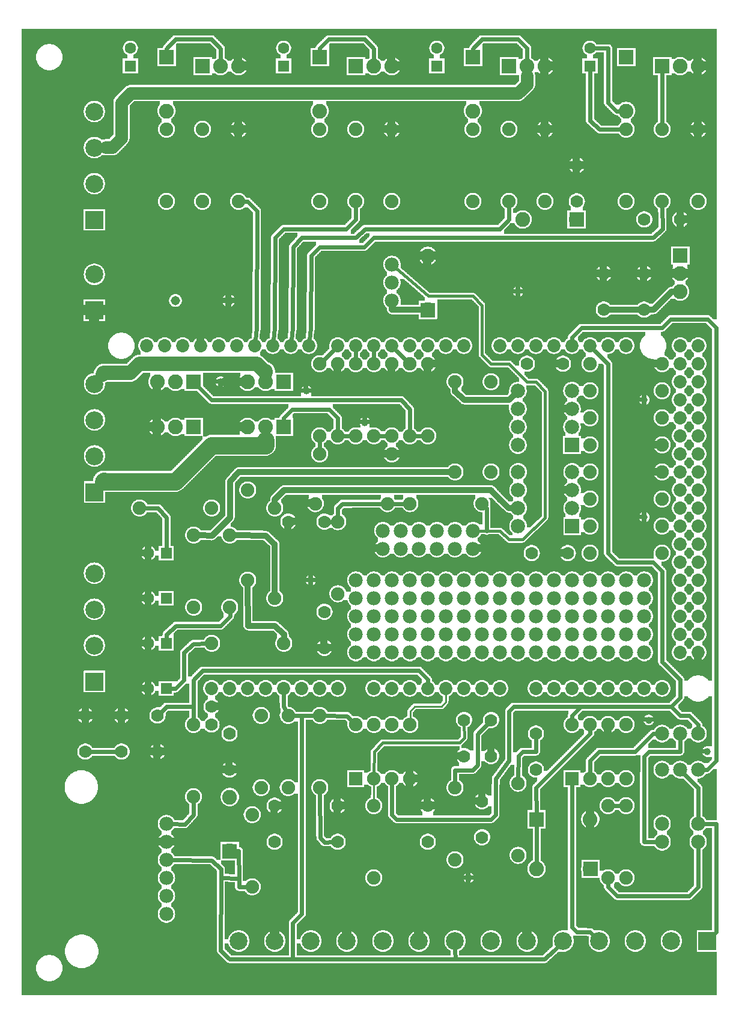
<source format=gbl>
G04 MADE WITH FRITZING*
G04 WWW.FRITZING.ORG*
G04 DOUBLE SIDED*
G04 HOLES PLATED*
G04 CONTOUR ON CENTER OF CONTOUR VECTOR*
%ASAXBY*%
%FSLAX23Y23*%
%MOIN*%
%OFA0B0*%
%SFA1.0B1.0*%
%ADD10C,0.075000*%
%ADD11C,0.039370*%
%ADD12C,0.082000*%
%ADD13C,0.078000*%
%ADD14C,0.070000*%
%ADD15C,0.072917*%
%ADD16C,0.051496*%
%ADD17C,0.079370*%
%ADD18C,0.062992*%
%ADD19C,0.099055*%
%ADD20R,0.082000X0.082000*%
%ADD21R,0.075000X0.075000*%
%ADD22R,0.079370X0.079370*%
%ADD23R,0.062992X0.062992*%
%ADD24R,0.099055X0.099055*%
%ADD25C,0.024000*%
%ADD26C,0.011111*%
%ADD27C,0.016000*%
%ADD28C,0.032000*%
%ADD29C,0.080000*%
%ADD30C,0.095000*%
%ADD31C,0.048000*%
%LNCOPPER0*%
G90*
G70*
G54D10*
X3362Y3544D03*
X2010Y3257D03*
X2687Y2683D03*
X2129Y1635D03*
X3485Y5328D03*
G54D11*
X2518Y691D03*
X1643Y2341D03*
G54D12*
X3193Y741D03*
X2895Y741D03*
X2895Y1016D03*
X3193Y1016D03*
G54D10*
X1893Y1241D03*
X1893Y1541D03*
X1993Y1241D03*
X1993Y1541D03*
X2093Y1241D03*
X2093Y1541D03*
X2193Y1241D03*
X2193Y1541D03*
G54D13*
X3493Y1941D03*
X1993Y2241D03*
X2293Y2241D03*
X3293Y2241D03*
X3493Y2241D03*
X3193Y2241D03*
X2493Y2241D03*
X2793Y2241D03*
X2993Y2241D03*
X2393Y2241D03*
X2693Y2141D03*
X2893Y2241D03*
X2793Y2141D03*
X2993Y2141D03*
X3193Y2141D03*
X3393Y2141D03*
X2193Y2141D03*
X2093Y2241D03*
X3093Y2141D03*
X3393Y2241D03*
X3393Y2341D03*
X2193Y2241D03*
X3193Y2341D03*
X2493Y2341D03*
X2993Y2341D03*
X2793Y2341D03*
X2493Y2141D03*
X2693Y2341D03*
X2193Y2341D03*
X3093Y2341D03*
X1993Y2341D03*
X2293Y2341D03*
X2093Y2341D03*
X3093Y2241D03*
X2693Y2241D03*
X2893Y2341D03*
X2393Y2341D03*
X3493Y2341D03*
X3293Y2341D03*
X2593Y2341D03*
X2593Y2241D03*
X3093Y2041D03*
X2193Y1941D03*
X2393Y1941D03*
X2293Y1941D03*
X2093Y1941D03*
X1993Y1941D03*
X2893Y2041D03*
X3493Y2041D03*
X2593Y2041D03*
X2493Y1941D03*
X2593Y1941D03*
X3293Y1941D03*
X1893Y1941D03*
X1893Y2041D03*
X1893Y2141D03*
X1893Y2241D03*
X1893Y2341D03*
X3393Y1941D03*
X3193Y1941D03*
X2693Y1941D03*
X3093Y1941D03*
X2793Y1941D03*
X2993Y1941D03*
X2893Y1941D03*
X1993Y2141D03*
X3193Y2041D03*
X2893Y2141D03*
X1993Y2041D03*
X2093Y2141D03*
X2393Y2141D03*
X3293Y2141D03*
X2293Y2141D03*
X2593Y2141D03*
X3493Y2141D03*
X2093Y2041D03*
X2193Y2041D03*
X2993Y2041D03*
X2293Y2041D03*
X2693Y2041D03*
X2493Y2041D03*
X2793Y2041D03*
X3393Y2041D03*
X2393Y2041D03*
X3293Y2041D03*
X2543Y2616D03*
X2443Y2616D03*
X2343Y2616D03*
X2243Y2616D03*
X2143Y2616D03*
X2043Y2616D03*
X2543Y2616D03*
X2443Y2616D03*
X2343Y2616D03*
X2243Y2616D03*
X2143Y2616D03*
X2043Y2616D03*
X2043Y2516D03*
X2143Y2516D03*
X2243Y2516D03*
X2343Y2516D03*
X2443Y2516D03*
X2543Y2516D03*
G54D11*
X3493Y3341D03*
X3843Y1391D03*
X3518Y1566D03*
X3493Y2691D03*
X2793Y3941D03*
G54D12*
X992Y3441D03*
X892Y3441D03*
X792Y3441D03*
X1492Y3441D03*
X1392Y3441D03*
X1292Y3441D03*
X1492Y3191D03*
X1392Y3191D03*
X1292Y3191D03*
X992Y3191D03*
X892Y3191D03*
X792Y3191D03*
G54D14*
X1092Y1641D03*
X1092Y1541D03*
G54D10*
X1318Y641D03*
X1318Y1041D03*
G54D15*
X2992Y1741D03*
X1392Y1741D03*
X3092Y1741D03*
X3192Y1741D03*
X3292Y1741D03*
X3392Y1741D03*
X3692Y3141D03*
X3492Y1741D03*
X3592Y1741D03*
X1432Y3641D03*
X1992Y1741D03*
X2092Y1741D03*
X2192Y1741D03*
X2292Y1741D03*
X3692Y2341D03*
X2392Y1741D03*
X2492Y1741D03*
X2592Y1741D03*
X2692Y1741D03*
X2192Y3641D03*
X3692Y3541D03*
X3692Y2741D03*
X3692Y1941D03*
X1032Y3641D03*
X1792Y1741D03*
X1792Y3641D03*
X3692Y3341D03*
X3692Y2941D03*
X3692Y2541D03*
X3392Y3641D03*
X3692Y2141D03*
X3292Y3641D03*
X3192Y3641D03*
X3092Y3641D03*
X2992Y3641D03*
X2892Y3641D03*
X2792Y3641D03*
X2692Y3641D03*
X832Y3641D03*
X1232Y3641D03*
X1632Y3641D03*
X1192Y1741D03*
X1592Y1741D03*
X2392Y3641D03*
X1992Y3641D03*
X3692Y3641D03*
X3692Y3441D03*
X3692Y3241D03*
X3692Y3041D03*
X3692Y2841D03*
X3692Y2641D03*
X3692Y2441D03*
X3692Y2241D03*
X3692Y2041D03*
X732Y3641D03*
X932Y3641D03*
X1132Y3641D03*
X1332Y3641D03*
X1532Y3641D03*
X1092Y1741D03*
X1292Y1741D03*
X1492Y1741D03*
X1692Y1741D03*
X2492Y3641D03*
X2292Y3641D03*
X2092Y3641D03*
X1892Y3641D03*
X3792Y3641D03*
X3792Y3541D03*
X3792Y3441D03*
X3792Y3341D03*
X3792Y3241D03*
X3792Y3141D03*
X3792Y3041D03*
X3792Y2941D03*
X3792Y2841D03*
X3792Y2741D03*
X3792Y2641D03*
X3792Y2541D03*
X3792Y2441D03*
X3792Y2341D03*
X3792Y2241D03*
X3792Y2141D03*
X3792Y2041D03*
X3792Y1941D03*
X2892Y1741D03*
G54D12*
X2292Y3841D03*
X2292Y4139D03*
G54D10*
X992Y1141D03*
X992Y1541D03*
G54D13*
X842Y991D03*
X842Y891D03*
X842Y791D03*
X842Y691D03*
X842Y591D03*
X842Y491D03*
G54D10*
X3092Y1241D03*
X3092Y1541D03*
X3192Y1241D03*
X3192Y1541D03*
X3292Y1241D03*
X3292Y1541D03*
X3392Y1241D03*
X3392Y1541D03*
G54D13*
X3592Y1291D03*
X3692Y1291D03*
X3792Y1291D03*
X3792Y1491D03*
X3692Y1491D03*
X3592Y1491D03*
X2093Y3891D03*
X2093Y3991D03*
X2093Y4091D03*
G54D10*
X3292Y1091D03*
X3292Y691D03*
X3392Y1091D03*
X3392Y691D03*
G54D13*
X3592Y991D03*
X3592Y891D03*
X3792Y991D03*
X3792Y891D03*
G54D10*
X3592Y2491D03*
X3192Y2491D03*
X2292Y3541D03*
X2292Y3141D03*
X1792Y3541D03*
X1792Y3141D03*
X3592Y3091D03*
X3192Y3091D03*
X3592Y2941D03*
X3192Y2941D03*
X2092Y3541D03*
X2092Y3141D03*
X2092Y3041D03*
X1692Y3041D03*
X3592Y3541D03*
X3192Y3541D03*
G54D12*
X3692Y4141D03*
X3692Y4041D03*
X3692Y3941D03*
G54D14*
X3693Y4341D03*
X3493Y4341D03*
X3492Y4041D03*
X3492Y3841D03*
X3118Y4641D03*
X3118Y4441D03*
X3268Y4041D03*
X3268Y3841D03*
G54D12*
X3116Y4341D03*
X2818Y4341D03*
G54D16*
X892Y3891D03*
X1187Y3891D03*
G54D17*
X3093Y2641D03*
X2793Y2641D03*
X3093Y2741D03*
X2793Y2741D03*
X3093Y2841D03*
X2793Y2841D03*
X3093Y2941D03*
X2793Y2941D03*
X3092Y3091D03*
X2792Y3091D03*
X3092Y3191D03*
X2792Y3191D03*
X3092Y3291D03*
X2792Y3291D03*
X3092Y3391D03*
X2792Y3391D03*
G54D10*
X3592Y2641D03*
X3192Y2641D03*
X2192Y3541D03*
X2192Y3141D03*
X1892Y3541D03*
X1892Y3141D03*
X3592Y3241D03*
X3192Y3241D03*
X3592Y2791D03*
X3192Y2791D03*
X1993Y3541D03*
X1993Y3141D03*
X1692Y3541D03*
X1692Y3141D03*
X3592Y3391D03*
X3192Y3391D03*
G54D14*
X3068Y2491D03*
X2868Y2491D03*
X3042Y3541D03*
X2842Y3541D03*
G54D10*
X1443Y2241D03*
X1443Y2741D03*
X2643Y2941D03*
X2643Y3441D03*
X1293Y2841D03*
X1293Y2341D03*
X2443Y3441D03*
X2443Y2941D03*
X1193Y2191D03*
X1193Y2591D03*
X693Y2741D03*
X1093Y2741D03*
X1093Y1991D03*
X1493Y1991D03*
X993Y2191D03*
X993Y2591D03*
G54D18*
X841Y1991D03*
X742Y1991D03*
X841Y2491D03*
X742Y2491D03*
X841Y1741D03*
X742Y1741D03*
X841Y2241D03*
X742Y2241D03*
G54D10*
X2068Y2766D03*
X1668Y2766D03*
X1693Y1591D03*
X1693Y1191D03*
X1518Y1591D03*
X1518Y1191D03*
G54D14*
X2493Y1366D03*
X2493Y1566D03*
X1792Y1091D03*
X1792Y891D03*
X1192Y1291D03*
X1192Y1491D03*
X1442Y1091D03*
X1442Y891D03*
G54D10*
X1992Y691D03*
X1992Y1091D03*
X1368Y1191D03*
X1368Y1591D03*
G54D12*
X1193Y841D03*
X1193Y1139D03*
G54D19*
X443Y2830D03*
X443Y3030D03*
X443Y3230D03*
X443Y3430D03*
X3843Y341D03*
X3643Y341D03*
X3443Y341D03*
X3243Y341D03*
X3043Y341D03*
X2843Y341D03*
X2643Y341D03*
X2443Y341D03*
X2243Y341D03*
X2043Y341D03*
X1843Y341D03*
X1643Y341D03*
X1443Y341D03*
X1243Y341D03*
G54D14*
X2892Y1291D03*
X2892Y1491D03*
X792Y1591D03*
X792Y1391D03*
X2643Y1366D03*
X2643Y1566D03*
X392Y1591D03*
X392Y1391D03*
X593Y1591D03*
X593Y1391D03*
X2593Y1116D03*
X2593Y916D03*
X2292Y1091D03*
X2292Y891D03*
G54D10*
X2793Y816D03*
X2793Y1216D03*
X2443Y791D03*
X2443Y1191D03*
X2593Y2766D03*
X2193Y2766D03*
G54D14*
X1518Y2666D03*
X1718Y2666D03*
X1718Y1966D03*
X1718Y2166D03*
G54D10*
X1793Y2666D03*
X1793Y2266D03*
X842Y4441D03*
X842Y4841D03*
X2542Y4441D03*
X2542Y4841D03*
X1692Y4441D03*
X1692Y4841D03*
X3392Y4441D03*
X3392Y4841D03*
G54D18*
X642Y5193D03*
X642Y5291D03*
X2342Y5193D03*
X2342Y5291D03*
X1492Y5193D03*
X1492Y5291D03*
X3192Y5193D03*
X3192Y5291D03*
G54D12*
X842Y5241D03*
X842Y4943D03*
X2542Y5241D03*
X2542Y4943D03*
X1692Y5241D03*
X1692Y4943D03*
X3392Y5241D03*
X3392Y4943D03*
X1042Y5191D03*
X1142Y5191D03*
X1242Y5191D03*
X2742Y5191D03*
X2842Y5191D03*
X2942Y5191D03*
X1892Y5191D03*
X1992Y5191D03*
X2092Y5191D03*
X3592Y5191D03*
X3692Y5191D03*
X3792Y5191D03*
G54D10*
X1042Y4441D03*
X1042Y4841D03*
X2742Y4441D03*
X2742Y4841D03*
X1892Y4441D03*
X1892Y4841D03*
X3592Y4441D03*
X3592Y4841D03*
X1242Y4441D03*
X1242Y4841D03*
X2942Y4441D03*
X2942Y4841D03*
X2092Y4441D03*
X2092Y4841D03*
X3792Y4441D03*
X3792Y4841D03*
G54D19*
X442Y3837D03*
X442Y4037D03*
X442Y1780D03*
X442Y1980D03*
X442Y2180D03*
X442Y2380D03*
X442Y4340D03*
X442Y4540D03*
X442Y4740D03*
X442Y4940D03*
G54D11*
X1943Y3216D03*
X1143Y3441D03*
X1618Y3391D03*
G54D20*
X3194Y741D03*
X2894Y1016D03*
G54D21*
X1893Y1241D03*
G54D20*
X992Y3441D03*
X1492Y3441D03*
X1492Y3191D03*
X992Y3191D03*
X2292Y3840D03*
G54D21*
X3092Y1241D03*
G54D20*
X3692Y4141D03*
X3117Y4341D03*
G54D22*
X3093Y2641D03*
X3092Y3091D03*
G54D23*
X841Y1991D03*
X841Y2491D03*
X841Y1741D03*
X841Y2241D03*
G54D20*
X1193Y840D03*
G54D24*
X443Y2830D03*
X3843Y341D03*
G54D23*
X642Y5193D03*
X2342Y5193D03*
X1492Y5193D03*
X3192Y5193D03*
G54D20*
X842Y5242D03*
X2542Y5242D03*
X1692Y5242D03*
X3392Y5242D03*
X1042Y5191D03*
X2742Y5191D03*
X1892Y5191D03*
X3592Y5191D03*
G54D24*
X442Y3837D03*
X442Y1780D03*
X442Y4340D03*
G54D25*
X2617Y2741D02*
X2619Y2616D01*
D02*
X2619Y2616D02*
X2619Y2616D01*
D02*
X2613Y2746D02*
X2617Y2741D01*
D02*
X2165Y2766D02*
X2097Y2766D01*
D02*
X1593Y1591D02*
X1547Y1591D01*
D02*
X1665Y1591D02*
X1593Y1591D01*
G54D26*
D02*
X2217Y1641D02*
X2369Y1641D01*
D02*
X2391Y1667D02*
X2392Y1717D01*
D02*
X2369Y1641D02*
X2391Y1667D01*
D02*
X2195Y1616D02*
X2217Y1641D01*
D02*
X2194Y1564D02*
X2195Y1616D01*
G54D25*
D02*
X1843Y1590D02*
X1722Y1591D01*
D02*
X1873Y1561D02*
X1843Y1590D01*
D02*
X1717Y890D02*
X1766Y891D01*
D02*
X1695Y916D02*
X1717Y890D01*
D02*
X1693Y1163D02*
X1695Y916D01*
G54D26*
D02*
X1993Y1218D02*
X1992Y1115D01*
G54D25*
D02*
X2118Y1016D02*
X2643Y1016D01*
D02*
X2643Y1016D02*
X2668Y1041D01*
D02*
X2768Y1641D02*
X3143Y1641D01*
D02*
X2743Y1341D02*
X2743Y1616D01*
D02*
X2669Y1241D02*
X2743Y1341D01*
D02*
X2093Y1041D02*
X2118Y1016D01*
D02*
X2668Y1041D02*
X2669Y1241D01*
D02*
X2743Y1616D02*
X2768Y1641D01*
D02*
X2093Y1213D02*
X2093Y1041D01*
G54D27*
D02*
X2469Y1441D02*
X2043Y1441D01*
D02*
X2043Y1441D02*
X1994Y1391D01*
D02*
X2494Y1467D02*
X2469Y1441D01*
D02*
X1994Y1391D02*
X1993Y1265D01*
D02*
X2493Y1546D02*
X2494Y1467D01*
G54D25*
D02*
X2443Y1290D02*
X2543Y1290D01*
D02*
X2568Y1317D02*
X2568Y1490D01*
D02*
X2543Y1290D02*
X2568Y1317D01*
D02*
X2443Y1220D02*
X2443Y1290D01*
D02*
X2568Y1490D02*
X2625Y1548D01*
D02*
X1493Y1641D02*
X1492Y1711D01*
D02*
X1505Y1617D02*
X1493Y1641D01*
D02*
X1543Y441D02*
X1543Y241D01*
D02*
X1593Y491D02*
X1543Y441D01*
D02*
X1593Y1591D02*
X1593Y491D01*
D02*
X2895Y984D02*
X2895Y774D01*
D02*
X3193Y1491D02*
X3193Y1513D01*
D02*
X2893Y1191D02*
X3193Y1491D01*
D02*
X2895Y1049D02*
X2893Y1191D01*
D02*
X843Y2690D02*
X795Y2741D01*
D02*
X795Y2741D02*
X722Y2741D01*
D02*
X841Y2518D02*
X843Y2690D01*
G54D28*
D02*
X2757Y2741D02*
X2743Y2741D01*
D02*
X2743Y2741D02*
X2691Y2790D01*
D02*
X1443Y2790D02*
X1443Y2741D01*
D02*
X2643Y2841D02*
X1495Y2841D01*
D02*
X1495Y2841D02*
X1443Y2790D01*
D02*
X2691Y2790D02*
X2643Y2841D01*
G54D25*
D02*
X1744Y2666D02*
X1765Y2666D01*
G54D28*
D02*
X1243Y2941D02*
X2409Y2941D01*
D02*
X1195Y2890D02*
X1243Y2941D01*
D02*
X1195Y2690D02*
X1195Y2890D01*
D02*
X1095Y2590D02*
X1195Y2690D01*
D02*
X1027Y2591D02*
X1095Y2590D01*
G54D14*
D02*
X643Y5041D02*
X2792Y5041D01*
D02*
X2792Y5041D02*
X2843Y5090D01*
D02*
X592Y4990D02*
X643Y5041D01*
D02*
X2843Y5090D02*
X2843Y5137D01*
D02*
X592Y4793D02*
X592Y4990D01*
D02*
X543Y4741D02*
X592Y4793D01*
D02*
X505Y4741D02*
X543Y4741D01*
G54D25*
D02*
X3144Y3741D02*
X3092Y3690D01*
D02*
X3092Y3690D02*
X3092Y3672D01*
D02*
X3592Y3741D02*
X3144Y3741D01*
D02*
X3640Y3790D02*
X3592Y3741D01*
D02*
X3844Y3790D02*
X3640Y3790D01*
D02*
X3892Y3741D02*
X3844Y3790D01*
D02*
X3892Y1341D02*
X3892Y3741D01*
D02*
X3842Y1291D02*
X3892Y1341D01*
D02*
X3822Y1291D02*
X3842Y1291D01*
D02*
X3292Y3541D02*
X3292Y2491D01*
D02*
X3213Y3620D02*
X3292Y3541D01*
D02*
X3292Y2491D02*
X3343Y2441D01*
D02*
X3543Y2441D02*
X3592Y2391D01*
D02*
X3343Y2441D02*
X3543Y2441D01*
D02*
X3692Y1791D02*
X3692Y1691D01*
D02*
X3692Y1691D02*
X3642Y1641D01*
D02*
X3642Y1641D02*
X3143Y1641D01*
D02*
X3143Y1641D02*
X3092Y1591D01*
D02*
X3592Y1890D02*
X3692Y1791D01*
D02*
X3092Y1591D02*
X3092Y1570D01*
D02*
X3592Y2391D02*
X3592Y1890D01*
G54D29*
D02*
X1344Y3541D02*
X1393Y3491D01*
D02*
X1393Y3491D02*
X1393Y3501D01*
D02*
X692Y3541D02*
X1344Y3541D01*
D02*
X642Y3491D02*
X692Y3541D01*
D02*
X493Y3491D02*
X642Y3491D01*
D02*
X487Y3483D02*
X493Y3491D01*
G54D25*
D02*
X2192Y3290D02*
X2192Y3170D01*
D02*
X1092Y3341D02*
X2144Y3341D01*
D02*
X2144Y3341D02*
X2192Y3290D01*
D02*
X1015Y3419D02*
X1092Y3341D01*
D02*
X1744Y3290D02*
X1792Y3241D01*
D02*
X1792Y3241D02*
X1792Y3170D01*
D02*
X1540Y3290D02*
X1744Y3290D01*
D02*
X1492Y3241D02*
X1540Y3290D01*
D02*
X1492Y3224D02*
X1492Y3241D01*
G54D30*
D02*
X1392Y3090D02*
X1392Y3120D01*
D02*
X492Y2890D02*
X892Y2890D01*
D02*
X892Y2890D02*
X1092Y3090D01*
D02*
X1092Y3090D02*
X1392Y3090D01*
D02*
X494Y2892D02*
X492Y2890D01*
G54D25*
D02*
X1712Y3562D02*
X1771Y3620D01*
D02*
X1892Y3570D02*
X1892Y3611D01*
D02*
X1993Y3570D02*
X1992Y3611D01*
D02*
X2172Y3562D02*
X2113Y3620D01*
D02*
X2221Y3141D02*
X2264Y3141D01*
D02*
X2022Y3141D02*
X2064Y3141D01*
D02*
X1864Y3141D02*
X1821Y3141D01*
G54D28*
D02*
X1495Y2041D02*
X1443Y2090D01*
D02*
X1443Y2090D02*
X1295Y2090D01*
D02*
X1494Y2026D02*
X1495Y2041D01*
D02*
X1295Y2090D02*
X1293Y2307D01*
D02*
X1391Y2590D02*
X1443Y2541D01*
D02*
X1443Y2541D02*
X1443Y2276D01*
D02*
X1227Y2591D02*
X1391Y2590D01*
G54D25*
D02*
X1243Y841D02*
X1225Y841D01*
D02*
X1244Y690D02*
X1243Y841D01*
D02*
X1244Y641D02*
X1244Y690D01*
D02*
X1290Y641D02*
X1244Y641D01*
D02*
X1244Y690D02*
X1144Y693D01*
G54D28*
D02*
X2092Y3841D02*
X2092Y3856D01*
D02*
X2254Y3841D02*
X2092Y3841D01*
G54D25*
D02*
X2818Y1391D02*
X2892Y1391D01*
D02*
X2794Y1367D02*
X2818Y1391D01*
D02*
X2793Y1245D02*
X2794Y1367D01*
D02*
X2892Y1391D02*
X2892Y1465D01*
D02*
X3192Y391D02*
X3214Y370D01*
D02*
X3119Y393D02*
X3192Y391D01*
D02*
X3092Y417D02*
X3119Y393D01*
D02*
X3092Y1213D02*
X3092Y417D01*
D02*
X2442Y291D02*
X2442Y301D01*
D02*
X2444Y241D02*
X2442Y291D01*
G54D27*
D02*
X2892Y3441D02*
X2943Y3390D01*
D02*
X2743Y3541D02*
X2843Y3441D01*
D02*
X2843Y3441D02*
X2892Y3441D01*
D02*
X2294Y3917D02*
X2543Y3917D01*
D02*
X2543Y3917D02*
X2592Y3866D01*
D02*
X2112Y4075D02*
X2294Y3917D01*
D02*
X2592Y3866D02*
X2592Y3593D01*
D02*
X2592Y3593D02*
X2641Y3541D01*
D02*
X2641Y3541D02*
X2743Y3541D01*
D02*
X2943Y3390D02*
X2943Y2690D01*
D02*
X2943Y2690D02*
X2817Y2567D01*
D02*
X2619Y2616D02*
X2568Y2616D01*
D02*
X2691Y2616D02*
X2619Y2616D01*
D02*
X2743Y2567D02*
X2691Y2616D01*
D02*
X2817Y2567D02*
X2743Y2567D01*
G54D25*
D02*
X1793Y2741D02*
X1819Y2766D01*
D02*
X1819Y2766D02*
X2040Y2766D01*
D02*
X1793Y2695D02*
X1793Y2741D01*
D02*
X1692Y3070D02*
X1692Y3113D01*
D02*
X992Y1641D02*
X992Y1570D01*
D02*
X992Y1790D02*
X992Y1641D01*
D02*
X2292Y1791D02*
X2242Y1841D01*
D02*
X2292Y1772D02*
X2292Y1791D01*
D02*
X992Y1041D02*
X992Y1113D01*
D02*
X944Y990D02*
X992Y1041D01*
D02*
X872Y991D02*
X944Y990D01*
D02*
X592Y1391D02*
X418Y1391D01*
D02*
X567Y1391D02*
X592Y1391D01*
D02*
X842Y1641D02*
X992Y1641D01*
D02*
X811Y1610D02*
X842Y1641D01*
D02*
X2992Y290D02*
X2940Y241D01*
D02*
X3015Y313D02*
X2992Y290D01*
D02*
X1092Y790D02*
X872Y791D01*
D02*
X1144Y741D02*
X1092Y790D01*
D02*
X1144Y693D02*
X1144Y741D01*
D02*
X2444Y241D02*
X1543Y241D01*
D02*
X1543Y241D02*
X1192Y241D01*
D02*
X1143Y290D02*
X1144Y693D01*
D02*
X1192Y241D02*
X1143Y290D01*
D02*
X2940Y241D02*
X2444Y241D01*
D02*
X3692Y1591D02*
X3642Y1641D01*
D02*
X3742Y1591D02*
X3692Y1591D01*
D02*
X3792Y1541D02*
X3742Y1591D01*
D02*
X3792Y1522D02*
X3792Y1541D01*
D02*
X3892Y391D02*
X3872Y371D01*
D02*
X3892Y991D02*
X3892Y391D01*
D02*
X3822Y991D02*
X3892Y991D01*
D02*
X3792Y1191D02*
X3713Y1270D01*
D02*
X3792Y1022D02*
X3792Y1191D01*
D02*
X3742Y591D02*
X3792Y641D01*
D02*
X3292Y641D02*
X3342Y591D01*
D02*
X3292Y663D02*
X3292Y641D01*
D02*
X3321Y1091D02*
X3364Y1091D01*
D02*
X3492Y891D02*
X3562Y891D01*
D02*
X3493Y1366D02*
X3492Y891D01*
D02*
X3518Y1391D02*
X3493Y1366D01*
D02*
X3692Y1391D02*
X3518Y1391D01*
D02*
X3692Y1461D02*
X3692Y1391D01*
D02*
X3543Y1491D02*
X3562Y1491D01*
D02*
X3442Y1391D02*
X3543Y1491D01*
D02*
X3242Y1391D02*
X3442Y1391D01*
D02*
X3192Y1341D02*
X3242Y1391D01*
D02*
X3192Y1270D02*
X3192Y1341D01*
D02*
X1143Y2090D02*
X1195Y2141D01*
D02*
X1195Y2141D02*
X1194Y2163D01*
D02*
X895Y2090D02*
X1143Y2090D01*
D02*
X843Y2041D02*
X895Y2090D01*
D02*
X842Y2018D02*
X843Y2041D01*
D02*
X892Y1741D02*
X940Y1790D01*
D02*
X940Y1790D02*
X940Y1941D01*
D02*
X940Y1941D02*
X992Y1990D01*
D02*
X992Y1990D02*
X1065Y1991D01*
D02*
X867Y1741D02*
X892Y1741D01*
G54D28*
D02*
X3544Y3841D02*
X3524Y3841D01*
D02*
X3644Y3941D02*
X3544Y3841D01*
D02*
X3654Y3941D02*
X3644Y3941D01*
D02*
X3460Y3841D02*
X3300Y3841D01*
D02*
X2495Y3341D02*
X2443Y3390D01*
D02*
X2443Y3390D02*
X2443Y3407D01*
D02*
X2743Y3341D02*
X2495Y3341D01*
D02*
X2767Y3365D02*
X2743Y3341D01*
G54D25*
D02*
X1592Y4241D02*
X1892Y4241D01*
D02*
X1892Y4241D02*
X1944Y4290D01*
D02*
X2692Y4290D02*
X2741Y4341D01*
D02*
X1944Y4290D02*
X2692Y4290D01*
D02*
X1544Y4190D02*
X1592Y4241D01*
D02*
X1542Y3741D02*
X1544Y4190D01*
D02*
X1535Y3672D02*
X1542Y3741D01*
D02*
X2741Y4341D02*
X2742Y4413D01*
D02*
X1692Y4190D02*
X1940Y4190D01*
D02*
X1940Y4190D02*
X1992Y4241D01*
D02*
X3543Y4241D02*
X3594Y4290D01*
D02*
X1992Y4241D02*
X3543Y4241D01*
D02*
X1644Y4141D02*
X1692Y4190D01*
D02*
X1642Y3741D02*
X1644Y4141D01*
D02*
X1635Y3672D02*
X1642Y3741D01*
D02*
X3594Y4290D02*
X3593Y4413D01*
D02*
X1892Y4341D02*
X1892Y4413D01*
D02*
X1840Y4290D02*
X1892Y4341D01*
D02*
X1492Y4290D02*
X1840Y4290D01*
D02*
X1444Y4241D02*
X1492Y4290D01*
D02*
X1442Y3741D02*
X1444Y4241D01*
D02*
X1435Y3672D02*
X1442Y3741D01*
D02*
X1292Y4441D02*
X1271Y4441D01*
D02*
X1344Y4390D02*
X1292Y4441D01*
D02*
X1342Y3741D02*
X1344Y4390D01*
D02*
X1335Y3672D02*
X1342Y3741D01*
D02*
X3192Y4890D02*
X3192Y5166D01*
D02*
X3244Y4841D02*
X3192Y4890D01*
D02*
X3364Y4841D02*
X3244Y4841D01*
D02*
X3592Y5159D02*
X3592Y4870D01*
D02*
X3292Y4990D02*
X3292Y5291D01*
D02*
X3340Y4941D02*
X3292Y4990D01*
D02*
X3292Y5291D02*
X3219Y5291D01*
D02*
X3360Y4942D02*
X3340Y4941D01*
D02*
X2843Y5293D02*
X2842Y5224D01*
D02*
X2792Y5341D02*
X2843Y5293D01*
D02*
X2592Y5341D02*
X2792Y5341D01*
D02*
X2543Y5290D02*
X2592Y5341D01*
D02*
X2543Y5274D02*
X2543Y5290D01*
D02*
X1692Y5293D02*
X1692Y5274D01*
D02*
X1743Y5341D02*
X1692Y5293D01*
D02*
X1943Y5341D02*
X1743Y5341D01*
D02*
X1992Y5290D02*
X1943Y5341D01*
D02*
X1992Y5224D02*
X1992Y5290D01*
D02*
X843Y5290D02*
X843Y5274D01*
D02*
X892Y5341D02*
X843Y5290D01*
D02*
X1092Y5341D02*
X892Y5341D01*
D02*
X1143Y5290D02*
X1092Y5341D01*
D02*
X1142Y5224D02*
X1143Y5290D01*
D02*
X1043Y1841D02*
X992Y1790D01*
D02*
X2242Y1841D02*
X1043Y1841D01*
D02*
X3342Y591D02*
X3742Y591D01*
D02*
X3792Y641D02*
X3792Y861D01*
G54D31*
D02*
X1260Y3441D02*
X1162Y3441D01*
G36*
X3226Y5269D02*
X3226Y5267D01*
X3224Y5267D01*
X3224Y5265D01*
X3222Y5265D01*
X3222Y5263D01*
X3220Y5263D01*
X3220Y5261D01*
X3218Y5261D01*
X3218Y5259D01*
X3216Y5259D01*
X3216Y5257D01*
X3212Y5257D01*
X3212Y5255D01*
X3210Y5255D01*
X3210Y5235D01*
X3234Y5235D01*
X3234Y5153D01*
X3232Y5153D01*
X3232Y5151D01*
X3214Y5151D01*
X3214Y4899D01*
X3216Y4899D01*
X3216Y4897D01*
X3218Y4897D01*
X3218Y4895D01*
X3220Y4895D01*
X3220Y4893D01*
X3222Y4893D01*
X3222Y4891D01*
X3224Y4891D01*
X3224Y4889D01*
X3226Y4889D01*
X3226Y4887D01*
X3228Y4887D01*
X3228Y4885D01*
X3230Y4885D01*
X3230Y4883D01*
X3232Y4883D01*
X3232Y4881D01*
X3236Y4881D01*
X3236Y4879D01*
X3238Y4879D01*
X3238Y4877D01*
X3240Y4877D01*
X3240Y4875D01*
X3242Y4875D01*
X3242Y4873D01*
X3244Y4873D01*
X3244Y4871D01*
X3246Y4871D01*
X3246Y4869D01*
X3248Y4869D01*
X3248Y4867D01*
X3250Y4867D01*
X3250Y4865D01*
X3252Y4865D01*
X3252Y4863D01*
X3350Y4863D01*
X3350Y4865D01*
X3352Y4865D01*
X3352Y4869D01*
X3354Y4869D01*
X3354Y4871D01*
X3356Y4871D01*
X3356Y4873D01*
X3358Y4873D01*
X3358Y4875D01*
X3360Y4875D01*
X3360Y4877D01*
X3362Y4877D01*
X3362Y4879D01*
X3364Y4879D01*
X3364Y4881D01*
X3366Y4881D01*
X3366Y4901D01*
X3364Y4901D01*
X3364Y4903D01*
X3360Y4903D01*
X3360Y4905D01*
X3358Y4905D01*
X3358Y4907D01*
X3356Y4907D01*
X3356Y4909D01*
X3354Y4909D01*
X3354Y4911D01*
X3352Y4911D01*
X3352Y4913D01*
X3350Y4913D01*
X3350Y4917D01*
X3348Y4917D01*
X3348Y4919D01*
X3338Y4919D01*
X3338Y4921D01*
X3330Y4921D01*
X3330Y4923D01*
X3328Y4923D01*
X3328Y4925D01*
X3324Y4925D01*
X3324Y4927D01*
X3322Y4927D01*
X3322Y4929D01*
X3320Y4929D01*
X3320Y4931D01*
X3318Y4931D01*
X3318Y4933D01*
X3316Y4933D01*
X3316Y4935D01*
X3314Y4935D01*
X3314Y4937D01*
X3312Y4937D01*
X3312Y4939D01*
X3310Y4939D01*
X3310Y4941D01*
X3308Y4941D01*
X3308Y4943D01*
X3306Y4943D01*
X3306Y4945D01*
X3304Y4945D01*
X3304Y4947D01*
X3302Y4947D01*
X3302Y4949D01*
X3300Y4949D01*
X3300Y4951D01*
X3298Y4951D01*
X3298Y4953D01*
X3296Y4953D01*
X3296Y4955D01*
X3294Y4955D01*
X3294Y4957D01*
X3292Y4957D01*
X3292Y4959D01*
X3290Y4959D01*
X3290Y4961D01*
X3288Y4961D01*
X3288Y4963D01*
X3286Y4963D01*
X3286Y4965D01*
X3284Y4965D01*
X3284Y4967D01*
X3282Y4967D01*
X3282Y4969D01*
X3280Y4969D01*
X3280Y4971D01*
X3278Y4971D01*
X3278Y4973D01*
X3276Y4973D01*
X3276Y4977D01*
X3274Y4977D01*
X3274Y4979D01*
X3272Y4979D01*
X3272Y4983D01*
X3270Y4983D01*
X3270Y5269D01*
X3226Y5269D01*
G37*
D02*
G36*
X1500Y4267D02*
X1500Y4265D01*
X1498Y4265D01*
X1498Y4263D01*
X1496Y4263D01*
X1496Y4261D01*
X1494Y4261D01*
X1494Y4259D01*
X1492Y4259D01*
X1492Y4257D01*
X1490Y4257D01*
X1490Y4255D01*
X1488Y4255D01*
X1488Y4253D01*
X1486Y4253D01*
X1486Y4251D01*
X1484Y4251D01*
X1484Y4249D01*
X1482Y4249D01*
X1482Y4247D01*
X1480Y4247D01*
X1480Y4245D01*
X1478Y4245D01*
X1478Y4243D01*
X1476Y4243D01*
X1476Y4241D01*
X1474Y4241D01*
X1474Y4239D01*
X1472Y4239D01*
X1472Y4237D01*
X1470Y4237D01*
X1470Y4235D01*
X1468Y4235D01*
X1468Y4233D01*
X1466Y4233D01*
X1466Y3983D01*
X1464Y3983D01*
X1464Y3729D01*
X1462Y3729D01*
X1462Y3709D01*
X1460Y3709D01*
X1460Y3677D01*
X1464Y3677D01*
X1464Y3675D01*
X1466Y3675D01*
X1466Y3673D01*
X1468Y3673D01*
X1468Y3669D01*
X1470Y3669D01*
X1470Y3667D01*
X1472Y3667D01*
X1472Y3663D01*
X1492Y3663D01*
X1492Y3667D01*
X1494Y3667D01*
X1494Y3669D01*
X1496Y3669D01*
X1496Y3671D01*
X1498Y3671D01*
X1498Y3675D01*
X1500Y3675D01*
X1500Y3677D01*
X1504Y3677D01*
X1504Y3679D01*
X1506Y3679D01*
X1506Y3681D01*
X1510Y3681D01*
X1510Y3683D01*
X1514Y3683D01*
X1514Y3691D01*
X1516Y3691D01*
X1516Y3711D01*
X1518Y3711D01*
X1518Y3731D01*
X1520Y3731D01*
X1520Y3961D01*
X1522Y3961D01*
X1522Y4197D01*
X1524Y4197D01*
X1524Y4201D01*
X1526Y4201D01*
X1526Y4203D01*
X1528Y4203D01*
X1528Y4207D01*
X1530Y4207D01*
X1530Y4209D01*
X1532Y4209D01*
X1532Y4211D01*
X1534Y4211D01*
X1534Y4213D01*
X1536Y4213D01*
X1536Y4215D01*
X1538Y4215D01*
X1538Y4217D01*
X1540Y4217D01*
X1540Y4219D01*
X1542Y4219D01*
X1542Y4221D01*
X1544Y4221D01*
X1544Y4223D01*
X1546Y4223D01*
X1546Y4225D01*
X1548Y4225D01*
X1548Y4227D01*
X1550Y4227D01*
X1550Y4229D01*
X1552Y4229D01*
X1552Y4231D01*
X1554Y4231D01*
X1554Y4235D01*
X1556Y4235D01*
X1556Y4237D01*
X1558Y4237D01*
X1558Y4239D01*
X1560Y4239D01*
X1560Y4241D01*
X1562Y4241D01*
X1562Y4243D01*
X1564Y4243D01*
X1564Y4245D01*
X1566Y4245D01*
X1566Y4247D01*
X1568Y4247D01*
X1568Y4267D01*
X1500Y4267D01*
G37*
D02*
G36*
X1948Y4265D02*
X1948Y4263D01*
X1946Y4263D01*
X1946Y4261D01*
X1944Y4261D01*
X1944Y4259D01*
X1942Y4259D01*
X1942Y4257D01*
X1940Y4257D01*
X1940Y4255D01*
X1938Y4255D01*
X1938Y4253D01*
X1936Y4253D01*
X1936Y4251D01*
X1934Y4251D01*
X1934Y4249D01*
X1932Y4249D01*
X1932Y4247D01*
X1930Y4247D01*
X1930Y4245D01*
X1926Y4245D01*
X1926Y4243D01*
X1924Y4243D01*
X1924Y4241D01*
X1922Y4241D01*
X1922Y4239D01*
X1920Y4239D01*
X1920Y4237D01*
X1918Y4237D01*
X1918Y4235D01*
X1916Y4235D01*
X1916Y4233D01*
X1914Y4233D01*
X1914Y4231D01*
X1912Y4231D01*
X1912Y4211D01*
X1932Y4211D01*
X1932Y4213D01*
X1934Y4213D01*
X1934Y4215D01*
X1936Y4215D01*
X1936Y4217D01*
X1938Y4217D01*
X1938Y4219D01*
X1940Y4219D01*
X1940Y4221D01*
X1942Y4221D01*
X1942Y4223D01*
X1944Y4223D01*
X1944Y4225D01*
X1946Y4225D01*
X1946Y4227D01*
X1948Y4227D01*
X1948Y4229D01*
X1950Y4229D01*
X1950Y4231D01*
X1952Y4231D01*
X1952Y4233D01*
X1954Y4233D01*
X1954Y4235D01*
X1956Y4235D01*
X1956Y4237D01*
X1958Y4237D01*
X1958Y4239D01*
X1960Y4239D01*
X1960Y4241D01*
X1962Y4241D01*
X1962Y4243D01*
X1964Y4243D01*
X1964Y4245D01*
X1966Y4245D01*
X1966Y4247D01*
X1968Y4247D01*
X1968Y4265D01*
X1948Y4265D01*
G37*
D02*
G36*
X1600Y4219D02*
X1600Y4217D01*
X1598Y4217D01*
X1598Y4215D01*
X1596Y4215D01*
X1596Y4213D01*
X1594Y4213D01*
X1594Y4211D01*
X1592Y4211D01*
X1592Y4209D01*
X1590Y4209D01*
X1590Y4207D01*
X1588Y4207D01*
X1588Y4203D01*
X1586Y4203D01*
X1586Y4201D01*
X1584Y4201D01*
X1584Y4199D01*
X1582Y4199D01*
X1582Y4197D01*
X1580Y4197D01*
X1580Y4195D01*
X1578Y4195D01*
X1578Y4193D01*
X1576Y4193D01*
X1576Y4191D01*
X1574Y4191D01*
X1574Y4189D01*
X1572Y4189D01*
X1572Y4187D01*
X1570Y4187D01*
X1570Y4185D01*
X1568Y4185D01*
X1568Y4183D01*
X1566Y4183D01*
X1566Y3957D01*
X1564Y3957D01*
X1564Y3729D01*
X1562Y3729D01*
X1562Y3709D01*
X1560Y3709D01*
X1560Y3677D01*
X1564Y3677D01*
X1564Y3675D01*
X1566Y3675D01*
X1566Y3673D01*
X1568Y3673D01*
X1568Y3669D01*
X1570Y3669D01*
X1570Y3667D01*
X1572Y3667D01*
X1572Y3663D01*
X1592Y3663D01*
X1592Y3667D01*
X1594Y3667D01*
X1594Y3669D01*
X1596Y3669D01*
X1596Y3671D01*
X1598Y3671D01*
X1598Y3675D01*
X1600Y3675D01*
X1600Y3677D01*
X1604Y3677D01*
X1604Y3679D01*
X1606Y3679D01*
X1606Y3681D01*
X1610Y3681D01*
X1610Y3683D01*
X1614Y3683D01*
X1614Y3691D01*
X1616Y3691D01*
X1616Y3711D01*
X1618Y3711D01*
X1618Y3731D01*
X1620Y3731D01*
X1620Y3937D01*
X1622Y3937D01*
X1622Y4149D01*
X1624Y4149D01*
X1624Y4153D01*
X1626Y4153D01*
X1626Y4155D01*
X1628Y4155D01*
X1628Y4157D01*
X1630Y4157D01*
X1630Y4159D01*
X1632Y4159D01*
X1632Y4161D01*
X1634Y4161D01*
X1634Y4163D01*
X1636Y4163D01*
X1636Y4165D01*
X1638Y4165D01*
X1638Y4167D01*
X1640Y4167D01*
X1640Y4169D01*
X1642Y4169D01*
X1642Y4171D01*
X1644Y4171D01*
X1644Y4173D01*
X1646Y4173D01*
X1646Y4175D01*
X1648Y4175D01*
X1648Y4177D01*
X1650Y4177D01*
X1650Y4179D01*
X1652Y4179D01*
X1652Y4181D01*
X1654Y4181D01*
X1654Y4183D01*
X1656Y4183D01*
X1656Y4185D01*
X1658Y4185D01*
X1658Y4187D01*
X1660Y4187D01*
X1660Y4189D01*
X1662Y4189D01*
X1662Y4191D01*
X1664Y4191D01*
X1664Y4193D01*
X1666Y4193D01*
X1666Y4195D01*
X1668Y4195D01*
X1668Y4197D01*
X1670Y4197D01*
X1670Y4199D01*
X1672Y4199D01*
X1672Y4219D01*
X1600Y4219D01*
G37*
D02*
G36*
X2138Y4013D02*
X2138Y4009D01*
X2140Y4009D01*
X2140Y4001D01*
X2142Y4001D01*
X2142Y3981D01*
X2140Y3981D01*
X2140Y3975D01*
X2138Y3975D01*
X2138Y3971D01*
X2136Y3971D01*
X2136Y3967D01*
X2134Y3967D01*
X2134Y3963D01*
X2132Y3963D01*
X2132Y3961D01*
X2130Y3961D01*
X2130Y3959D01*
X2128Y3959D01*
X2128Y3957D01*
X2126Y3957D01*
X2126Y3955D01*
X2124Y3955D01*
X2124Y3953D01*
X2122Y3953D01*
X2122Y3951D01*
X2120Y3951D01*
X2120Y3931D01*
X2124Y3931D01*
X2124Y3929D01*
X2126Y3929D01*
X2126Y3927D01*
X2128Y3927D01*
X2128Y3925D01*
X2130Y3925D01*
X2130Y3923D01*
X2132Y3923D01*
X2132Y3921D01*
X2134Y3921D01*
X2134Y3917D01*
X2136Y3917D01*
X2136Y3913D01*
X2138Y3913D01*
X2138Y3909D01*
X2140Y3909D01*
X2140Y3901D01*
X2142Y3901D01*
X2142Y3867D01*
X2242Y3867D01*
X2242Y3891D01*
X2276Y3891D01*
X2276Y3911D01*
X2272Y3911D01*
X2272Y3913D01*
X2270Y3913D01*
X2270Y3915D01*
X2268Y3915D01*
X2268Y3917D01*
X2266Y3917D01*
X2266Y3919D01*
X2264Y3919D01*
X2264Y3921D01*
X2262Y3921D01*
X2262Y3923D01*
X2260Y3923D01*
X2260Y3925D01*
X2256Y3925D01*
X2256Y3927D01*
X2254Y3927D01*
X2254Y3929D01*
X2252Y3929D01*
X2252Y3931D01*
X2250Y3931D01*
X2250Y3933D01*
X2248Y3933D01*
X2248Y3935D01*
X2246Y3935D01*
X2246Y3937D01*
X2242Y3937D01*
X2242Y3939D01*
X2240Y3939D01*
X2240Y3941D01*
X2238Y3941D01*
X2238Y3943D01*
X2236Y3943D01*
X2236Y3945D01*
X2234Y3945D01*
X2234Y3947D01*
X2232Y3947D01*
X2232Y3949D01*
X2230Y3949D01*
X2230Y3951D01*
X2226Y3951D01*
X2226Y3953D01*
X2224Y3953D01*
X2224Y3955D01*
X2222Y3955D01*
X2222Y3957D01*
X2220Y3957D01*
X2220Y3959D01*
X2218Y3959D01*
X2218Y3961D01*
X2216Y3961D01*
X2216Y3963D01*
X2214Y3963D01*
X2214Y3965D01*
X2210Y3965D01*
X2210Y3967D01*
X2208Y3967D01*
X2208Y3969D01*
X2206Y3969D01*
X2206Y3971D01*
X2204Y3971D01*
X2204Y3973D01*
X2202Y3973D01*
X2202Y3975D01*
X2200Y3975D01*
X2200Y3977D01*
X2196Y3977D01*
X2196Y3979D01*
X2194Y3979D01*
X2194Y3981D01*
X2192Y3981D01*
X2192Y3983D01*
X2190Y3983D01*
X2190Y3985D01*
X2188Y3985D01*
X2188Y3987D01*
X2186Y3987D01*
X2186Y3989D01*
X2184Y3989D01*
X2184Y3991D01*
X2180Y3991D01*
X2180Y3993D01*
X2178Y3993D01*
X2178Y3995D01*
X2176Y3995D01*
X2176Y3997D01*
X2174Y3997D01*
X2174Y3999D01*
X2172Y3999D01*
X2172Y4001D01*
X2170Y4001D01*
X2170Y4003D01*
X2166Y4003D01*
X2166Y4005D01*
X2164Y4005D01*
X2164Y4007D01*
X2162Y4007D01*
X2162Y4009D01*
X2160Y4009D01*
X2160Y4011D01*
X2158Y4011D01*
X2158Y4013D01*
X2138Y4013D01*
G37*
D02*
G36*
X1832Y3621D02*
X1832Y3617D01*
X1830Y3617D01*
X1830Y3613D01*
X1828Y3613D01*
X1828Y3611D01*
X1826Y3611D01*
X1826Y3609D01*
X1824Y3609D01*
X1824Y3607D01*
X1822Y3607D01*
X1822Y3605D01*
X1818Y3605D01*
X1818Y3603D01*
X1816Y3603D01*
X1816Y3581D01*
X1820Y3581D01*
X1820Y3579D01*
X1822Y3579D01*
X1822Y3577D01*
X1824Y3577D01*
X1824Y3575D01*
X1826Y3575D01*
X1826Y3573D01*
X1828Y3573D01*
X1828Y3571D01*
X1830Y3571D01*
X1830Y3569D01*
X1832Y3569D01*
X1832Y3565D01*
X1852Y3565D01*
X1852Y3569D01*
X1854Y3569D01*
X1854Y3571D01*
X1856Y3571D01*
X1856Y3573D01*
X1858Y3573D01*
X1858Y3575D01*
X1860Y3575D01*
X1860Y3577D01*
X1862Y3577D01*
X1862Y3579D01*
X1864Y3579D01*
X1864Y3581D01*
X1868Y3581D01*
X1868Y3603D01*
X1866Y3603D01*
X1866Y3605D01*
X1862Y3605D01*
X1862Y3607D01*
X1860Y3607D01*
X1860Y3609D01*
X1858Y3609D01*
X1858Y3611D01*
X1856Y3611D01*
X1856Y3615D01*
X1854Y3615D01*
X1854Y3617D01*
X1852Y3617D01*
X1852Y3621D01*
X1832Y3621D01*
G37*
D02*
G36*
X1932Y3621D02*
X1932Y3617D01*
X1930Y3617D01*
X1930Y3613D01*
X1928Y3613D01*
X1928Y3611D01*
X1926Y3611D01*
X1926Y3609D01*
X1924Y3609D01*
X1924Y3607D01*
X1922Y3607D01*
X1922Y3605D01*
X1918Y3605D01*
X1918Y3603D01*
X1916Y3603D01*
X1916Y3581D01*
X1920Y3581D01*
X1920Y3579D01*
X1922Y3579D01*
X1922Y3577D01*
X1924Y3577D01*
X1924Y3575D01*
X1926Y3575D01*
X1926Y3573D01*
X1928Y3573D01*
X1928Y3571D01*
X1930Y3571D01*
X1930Y3569D01*
X1932Y3569D01*
X1932Y3565D01*
X1952Y3565D01*
X1952Y3567D01*
X1954Y3567D01*
X1954Y3569D01*
X1956Y3569D01*
X1956Y3573D01*
X1958Y3573D01*
X1958Y3575D01*
X1960Y3575D01*
X1960Y3577D01*
X1962Y3577D01*
X1962Y3579D01*
X1966Y3579D01*
X1966Y3581D01*
X1968Y3581D01*
X1968Y3603D01*
X1966Y3603D01*
X1966Y3605D01*
X1962Y3605D01*
X1962Y3607D01*
X1960Y3607D01*
X1960Y3609D01*
X1958Y3609D01*
X1958Y3611D01*
X1956Y3611D01*
X1956Y3615D01*
X1954Y3615D01*
X1954Y3617D01*
X1952Y3617D01*
X1952Y3621D01*
X1932Y3621D01*
G37*
D02*
G36*
X2032Y3621D02*
X2032Y3617D01*
X2030Y3617D01*
X2030Y3613D01*
X2028Y3613D01*
X2028Y3611D01*
X2026Y3611D01*
X2026Y3609D01*
X2024Y3609D01*
X2024Y3607D01*
X2022Y3607D01*
X2022Y3605D01*
X2018Y3605D01*
X2018Y3603D01*
X2016Y3603D01*
X2016Y3583D01*
X2018Y3583D01*
X2018Y3581D01*
X2022Y3581D01*
X2022Y3579D01*
X2024Y3579D01*
X2024Y3577D01*
X2026Y3577D01*
X2026Y3575D01*
X2028Y3575D01*
X2028Y3573D01*
X2030Y3573D01*
X2030Y3571D01*
X2032Y3571D01*
X2032Y3567D01*
X2052Y3567D01*
X2052Y3569D01*
X2054Y3569D01*
X2054Y3571D01*
X2056Y3571D01*
X2056Y3573D01*
X2058Y3573D01*
X2058Y3575D01*
X2060Y3575D01*
X2060Y3577D01*
X2062Y3577D01*
X2062Y3579D01*
X2064Y3579D01*
X2064Y3581D01*
X2068Y3581D01*
X2068Y3603D01*
X2066Y3603D01*
X2066Y3605D01*
X2062Y3605D01*
X2062Y3607D01*
X2060Y3607D01*
X2060Y3609D01*
X2058Y3609D01*
X2058Y3611D01*
X2056Y3611D01*
X2056Y3615D01*
X2054Y3615D01*
X2054Y3617D01*
X2052Y3617D01*
X2052Y3621D01*
X2032Y3621D01*
G37*
D02*
G36*
X2232Y3621D02*
X2232Y3617D01*
X2230Y3617D01*
X2230Y3613D01*
X2228Y3613D01*
X2228Y3611D01*
X2226Y3611D01*
X2226Y3609D01*
X2224Y3609D01*
X2224Y3607D01*
X2222Y3607D01*
X2222Y3605D01*
X2218Y3605D01*
X2218Y3603D01*
X2216Y3603D01*
X2216Y3581D01*
X2220Y3581D01*
X2220Y3579D01*
X2222Y3579D01*
X2222Y3577D01*
X2224Y3577D01*
X2224Y3575D01*
X2226Y3575D01*
X2226Y3573D01*
X2228Y3573D01*
X2228Y3571D01*
X2230Y3571D01*
X2230Y3569D01*
X2232Y3569D01*
X2232Y3565D01*
X2252Y3565D01*
X2252Y3569D01*
X2254Y3569D01*
X2254Y3571D01*
X2256Y3571D01*
X2256Y3573D01*
X2258Y3573D01*
X2258Y3575D01*
X2260Y3575D01*
X2260Y3577D01*
X2262Y3577D01*
X2262Y3579D01*
X2264Y3579D01*
X2264Y3581D01*
X2268Y3581D01*
X2268Y3603D01*
X2266Y3603D01*
X2266Y3605D01*
X2262Y3605D01*
X2262Y3607D01*
X2260Y3607D01*
X2260Y3609D01*
X2258Y3609D01*
X2258Y3611D01*
X2256Y3611D01*
X2256Y3615D01*
X2254Y3615D01*
X2254Y3617D01*
X2252Y3617D01*
X2252Y3621D01*
X2232Y3621D01*
G37*
D02*
G36*
X3648Y3767D02*
X3648Y3765D01*
X3646Y3765D01*
X3646Y3763D01*
X3644Y3763D01*
X3644Y3761D01*
X3642Y3761D01*
X3642Y3759D01*
X3640Y3759D01*
X3640Y3757D01*
X3638Y3757D01*
X3638Y3755D01*
X3636Y3755D01*
X3636Y3753D01*
X3634Y3753D01*
X3634Y3751D01*
X3632Y3751D01*
X3632Y3749D01*
X3630Y3749D01*
X3630Y3747D01*
X3628Y3747D01*
X3628Y3745D01*
X3626Y3745D01*
X3626Y3743D01*
X3624Y3743D01*
X3624Y3741D01*
X3622Y3741D01*
X3622Y3739D01*
X3620Y3739D01*
X3620Y3737D01*
X3618Y3737D01*
X3618Y3735D01*
X3616Y3735D01*
X3616Y3733D01*
X3614Y3733D01*
X3614Y3731D01*
X3612Y3731D01*
X3612Y3729D01*
X3610Y3729D01*
X3610Y3727D01*
X3608Y3727D01*
X3608Y3725D01*
X3606Y3725D01*
X3606Y3723D01*
X3602Y3723D01*
X3602Y3721D01*
X3594Y3721D01*
X3594Y3719D01*
X3586Y3719D01*
X3586Y3699D01*
X3588Y3699D01*
X3588Y3697D01*
X3590Y3697D01*
X3590Y3695D01*
X3594Y3695D01*
X3594Y3691D01*
X3596Y3691D01*
X3596Y3689D01*
X3796Y3689D01*
X3796Y3687D01*
X3806Y3687D01*
X3806Y3685D01*
X3812Y3685D01*
X3812Y3683D01*
X3814Y3683D01*
X3814Y3681D01*
X3818Y3681D01*
X3818Y3679D01*
X3820Y3679D01*
X3820Y3677D01*
X3824Y3677D01*
X3824Y3675D01*
X3826Y3675D01*
X3826Y3673D01*
X3828Y3673D01*
X3828Y3669D01*
X3830Y3669D01*
X3830Y3667D01*
X3832Y3667D01*
X3832Y3663D01*
X3834Y3663D01*
X3834Y3659D01*
X3836Y3659D01*
X3836Y3653D01*
X3838Y3653D01*
X3838Y3631D01*
X3836Y3631D01*
X3836Y3625D01*
X3834Y3625D01*
X3834Y3621D01*
X3832Y3621D01*
X3832Y3617D01*
X3830Y3617D01*
X3830Y3613D01*
X3828Y3613D01*
X3828Y3611D01*
X3826Y3611D01*
X3826Y3609D01*
X3824Y3609D01*
X3824Y3607D01*
X3822Y3607D01*
X3822Y3605D01*
X3818Y3605D01*
X3818Y3603D01*
X3816Y3603D01*
X3816Y3601D01*
X3814Y3601D01*
X3814Y3581D01*
X3818Y3581D01*
X3818Y3579D01*
X3820Y3579D01*
X3820Y3577D01*
X3824Y3577D01*
X3824Y3575D01*
X3826Y3575D01*
X3826Y3573D01*
X3828Y3573D01*
X3828Y3569D01*
X3830Y3569D01*
X3830Y3567D01*
X3832Y3567D01*
X3832Y3563D01*
X3834Y3563D01*
X3834Y3559D01*
X3836Y3559D01*
X3836Y3553D01*
X3838Y3553D01*
X3838Y3531D01*
X3836Y3531D01*
X3836Y3525D01*
X3834Y3525D01*
X3834Y3521D01*
X3832Y3521D01*
X3832Y3517D01*
X3830Y3517D01*
X3830Y3513D01*
X3828Y3513D01*
X3828Y3511D01*
X3826Y3511D01*
X3826Y3509D01*
X3824Y3509D01*
X3824Y3507D01*
X3822Y3507D01*
X3822Y3505D01*
X3818Y3505D01*
X3818Y3503D01*
X3816Y3503D01*
X3816Y3501D01*
X3814Y3501D01*
X3814Y3481D01*
X3818Y3481D01*
X3818Y3479D01*
X3820Y3479D01*
X3820Y3477D01*
X3824Y3477D01*
X3824Y3475D01*
X3826Y3475D01*
X3826Y3473D01*
X3828Y3473D01*
X3828Y3469D01*
X3830Y3469D01*
X3830Y3467D01*
X3832Y3467D01*
X3832Y3463D01*
X3834Y3463D01*
X3834Y3459D01*
X3836Y3459D01*
X3836Y3453D01*
X3838Y3453D01*
X3838Y3431D01*
X3836Y3431D01*
X3836Y3425D01*
X3834Y3425D01*
X3834Y3421D01*
X3832Y3421D01*
X3832Y3417D01*
X3830Y3417D01*
X3830Y3413D01*
X3828Y3413D01*
X3828Y3411D01*
X3826Y3411D01*
X3826Y3409D01*
X3824Y3409D01*
X3824Y3407D01*
X3822Y3407D01*
X3822Y3405D01*
X3818Y3405D01*
X3818Y3403D01*
X3816Y3403D01*
X3816Y3401D01*
X3814Y3401D01*
X3814Y3381D01*
X3818Y3381D01*
X3818Y3379D01*
X3820Y3379D01*
X3820Y3377D01*
X3824Y3377D01*
X3824Y3375D01*
X3826Y3375D01*
X3826Y3373D01*
X3828Y3373D01*
X3828Y3369D01*
X3830Y3369D01*
X3830Y3367D01*
X3832Y3367D01*
X3832Y3363D01*
X3834Y3363D01*
X3834Y3359D01*
X3836Y3359D01*
X3836Y3353D01*
X3838Y3353D01*
X3838Y3331D01*
X3836Y3331D01*
X3836Y3325D01*
X3834Y3325D01*
X3834Y3321D01*
X3832Y3321D01*
X3832Y3317D01*
X3830Y3317D01*
X3830Y3313D01*
X3828Y3313D01*
X3828Y3311D01*
X3826Y3311D01*
X3826Y3309D01*
X3824Y3309D01*
X3824Y3307D01*
X3822Y3307D01*
X3822Y3305D01*
X3818Y3305D01*
X3818Y3303D01*
X3816Y3303D01*
X3816Y3301D01*
X3814Y3301D01*
X3814Y3281D01*
X3818Y3281D01*
X3818Y3279D01*
X3820Y3279D01*
X3820Y3277D01*
X3824Y3277D01*
X3824Y3275D01*
X3826Y3275D01*
X3826Y3273D01*
X3828Y3273D01*
X3828Y3269D01*
X3830Y3269D01*
X3830Y3267D01*
X3832Y3267D01*
X3832Y3263D01*
X3834Y3263D01*
X3834Y3259D01*
X3836Y3259D01*
X3836Y3253D01*
X3838Y3253D01*
X3838Y3231D01*
X3836Y3231D01*
X3836Y3225D01*
X3834Y3225D01*
X3834Y3221D01*
X3832Y3221D01*
X3832Y3217D01*
X3830Y3217D01*
X3830Y3213D01*
X3828Y3213D01*
X3828Y3211D01*
X3826Y3211D01*
X3826Y3209D01*
X3824Y3209D01*
X3824Y3207D01*
X3822Y3207D01*
X3822Y3205D01*
X3818Y3205D01*
X3818Y3203D01*
X3816Y3203D01*
X3816Y3201D01*
X3814Y3201D01*
X3814Y3181D01*
X3818Y3181D01*
X3818Y3179D01*
X3820Y3179D01*
X3820Y3177D01*
X3824Y3177D01*
X3824Y3175D01*
X3826Y3175D01*
X3826Y3173D01*
X3828Y3173D01*
X3828Y3169D01*
X3830Y3169D01*
X3830Y3167D01*
X3832Y3167D01*
X3832Y3163D01*
X3834Y3163D01*
X3834Y3159D01*
X3836Y3159D01*
X3836Y3153D01*
X3838Y3153D01*
X3838Y3131D01*
X3836Y3131D01*
X3836Y3125D01*
X3834Y3125D01*
X3834Y3121D01*
X3832Y3121D01*
X3832Y3117D01*
X3830Y3117D01*
X3830Y3113D01*
X3828Y3113D01*
X3828Y3111D01*
X3826Y3111D01*
X3826Y3109D01*
X3824Y3109D01*
X3824Y3107D01*
X3822Y3107D01*
X3822Y3105D01*
X3818Y3105D01*
X3818Y3103D01*
X3816Y3103D01*
X3816Y3101D01*
X3814Y3101D01*
X3814Y3081D01*
X3818Y3081D01*
X3818Y3079D01*
X3820Y3079D01*
X3820Y3077D01*
X3824Y3077D01*
X3824Y3075D01*
X3826Y3075D01*
X3826Y3073D01*
X3828Y3073D01*
X3828Y3069D01*
X3830Y3069D01*
X3830Y3067D01*
X3832Y3067D01*
X3832Y3063D01*
X3834Y3063D01*
X3834Y3059D01*
X3836Y3059D01*
X3836Y3053D01*
X3838Y3053D01*
X3838Y3031D01*
X3836Y3031D01*
X3836Y3025D01*
X3834Y3025D01*
X3834Y3021D01*
X3832Y3021D01*
X3832Y3017D01*
X3830Y3017D01*
X3830Y3013D01*
X3828Y3013D01*
X3828Y3011D01*
X3826Y3011D01*
X3826Y3009D01*
X3824Y3009D01*
X3824Y3007D01*
X3822Y3007D01*
X3822Y3005D01*
X3818Y3005D01*
X3818Y3003D01*
X3816Y3003D01*
X3816Y3001D01*
X3814Y3001D01*
X3814Y2981D01*
X3818Y2981D01*
X3818Y2979D01*
X3820Y2979D01*
X3820Y2977D01*
X3824Y2977D01*
X3824Y2975D01*
X3826Y2975D01*
X3826Y2973D01*
X3828Y2973D01*
X3828Y2969D01*
X3830Y2969D01*
X3830Y2967D01*
X3832Y2967D01*
X3832Y2963D01*
X3834Y2963D01*
X3834Y2959D01*
X3836Y2959D01*
X3836Y2953D01*
X3838Y2953D01*
X3838Y2931D01*
X3836Y2931D01*
X3836Y2925D01*
X3834Y2925D01*
X3834Y2921D01*
X3832Y2921D01*
X3832Y2917D01*
X3830Y2917D01*
X3830Y2913D01*
X3828Y2913D01*
X3828Y2911D01*
X3826Y2911D01*
X3826Y2909D01*
X3824Y2909D01*
X3824Y2907D01*
X3822Y2907D01*
X3822Y2905D01*
X3818Y2905D01*
X3818Y2903D01*
X3816Y2903D01*
X3816Y2901D01*
X3814Y2901D01*
X3814Y2881D01*
X3818Y2881D01*
X3818Y2879D01*
X3820Y2879D01*
X3820Y2877D01*
X3824Y2877D01*
X3824Y2875D01*
X3826Y2875D01*
X3826Y2873D01*
X3828Y2873D01*
X3828Y2869D01*
X3830Y2869D01*
X3830Y2867D01*
X3832Y2867D01*
X3832Y2863D01*
X3834Y2863D01*
X3834Y2859D01*
X3836Y2859D01*
X3836Y2853D01*
X3838Y2853D01*
X3838Y2831D01*
X3836Y2831D01*
X3836Y2825D01*
X3834Y2825D01*
X3834Y2821D01*
X3832Y2821D01*
X3832Y2817D01*
X3830Y2817D01*
X3830Y2813D01*
X3828Y2813D01*
X3828Y2811D01*
X3826Y2811D01*
X3826Y2809D01*
X3824Y2809D01*
X3824Y2807D01*
X3822Y2807D01*
X3822Y2805D01*
X3818Y2805D01*
X3818Y2803D01*
X3816Y2803D01*
X3816Y2801D01*
X3814Y2801D01*
X3814Y2781D01*
X3818Y2781D01*
X3818Y2779D01*
X3820Y2779D01*
X3820Y2777D01*
X3824Y2777D01*
X3824Y2775D01*
X3826Y2775D01*
X3826Y2773D01*
X3828Y2773D01*
X3828Y2769D01*
X3830Y2769D01*
X3830Y2767D01*
X3832Y2767D01*
X3832Y2763D01*
X3834Y2763D01*
X3834Y2759D01*
X3836Y2759D01*
X3836Y2753D01*
X3838Y2753D01*
X3838Y2731D01*
X3836Y2731D01*
X3836Y2725D01*
X3834Y2725D01*
X3834Y2721D01*
X3832Y2721D01*
X3832Y2717D01*
X3830Y2717D01*
X3830Y2713D01*
X3828Y2713D01*
X3828Y2711D01*
X3826Y2711D01*
X3826Y2709D01*
X3824Y2709D01*
X3824Y2707D01*
X3822Y2707D01*
X3822Y2705D01*
X3818Y2705D01*
X3818Y2703D01*
X3816Y2703D01*
X3816Y2701D01*
X3814Y2701D01*
X3814Y2681D01*
X3818Y2681D01*
X3818Y2679D01*
X3820Y2679D01*
X3820Y2677D01*
X3824Y2677D01*
X3824Y2675D01*
X3826Y2675D01*
X3826Y2673D01*
X3828Y2673D01*
X3828Y2669D01*
X3830Y2669D01*
X3830Y2667D01*
X3832Y2667D01*
X3832Y2663D01*
X3834Y2663D01*
X3834Y2659D01*
X3836Y2659D01*
X3836Y2653D01*
X3838Y2653D01*
X3838Y2631D01*
X3836Y2631D01*
X3836Y2625D01*
X3834Y2625D01*
X3834Y2621D01*
X3832Y2621D01*
X3832Y2617D01*
X3830Y2617D01*
X3830Y2613D01*
X3828Y2613D01*
X3828Y2611D01*
X3826Y2611D01*
X3826Y2609D01*
X3824Y2609D01*
X3824Y2607D01*
X3822Y2607D01*
X3822Y2605D01*
X3818Y2605D01*
X3818Y2603D01*
X3816Y2603D01*
X3816Y2601D01*
X3814Y2601D01*
X3814Y2581D01*
X3818Y2581D01*
X3818Y2579D01*
X3820Y2579D01*
X3820Y2577D01*
X3824Y2577D01*
X3824Y2575D01*
X3826Y2575D01*
X3826Y2573D01*
X3828Y2573D01*
X3828Y2569D01*
X3830Y2569D01*
X3830Y2567D01*
X3832Y2567D01*
X3832Y2563D01*
X3834Y2563D01*
X3834Y2559D01*
X3836Y2559D01*
X3836Y2553D01*
X3838Y2553D01*
X3838Y2531D01*
X3836Y2531D01*
X3836Y2525D01*
X3834Y2525D01*
X3834Y2521D01*
X3832Y2521D01*
X3832Y2517D01*
X3830Y2517D01*
X3830Y2513D01*
X3828Y2513D01*
X3828Y2511D01*
X3826Y2511D01*
X3826Y2509D01*
X3824Y2509D01*
X3824Y2507D01*
X3822Y2507D01*
X3822Y2505D01*
X3818Y2505D01*
X3818Y2503D01*
X3816Y2503D01*
X3816Y2501D01*
X3814Y2501D01*
X3814Y2481D01*
X3818Y2481D01*
X3818Y2479D01*
X3820Y2479D01*
X3820Y2477D01*
X3824Y2477D01*
X3824Y2475D01*
X3826Y2475D01*
X3826Y2473D01*
X3828Y2473D01*
X3828Y2469D01*
X3830Y2469D01*
X3830Y2467D01*
X3832Y2467D01*
X3832Y2463D01*
X3834Y2463D01*
X3834Y2459D01*
X3836Y2459D01*
X3836Y2453D01*
X3838Y2453D01*
X3838Y2431D01*
X3836Y2431D01*
X3836Y2425D01*
X3834Y2425D01*
X3834Y2421D01*
X3832Y2421D01*
X3832Y2417D01*
X3830Y2417D01*
X3830Y2413D01*
X3828Y2413D01*
X3828Y2411D01*
X3826Y2411D01*
X3826Y2409D01*
X3824Y2409D01*
X3824Y2407D01*
X3822Y2407D01*
X3822Y2405D01*
X3818Y2405D01*
X3818Y2403D01*
X3816Y2403D01*
X3816Y2401D01*
X3814Y2401D01*
X3814Y2381D01*
X3818Y2381D01*
X3818Y2379D01*
X3820Y2379D01*
X3820Y2377D01*
X3824Y2377D01*
X3824Y2375D01*
X3826Y2375D01*
X3826Y2373D01*
X3828Y2373D01*
X3828Y2369D01*
X3830Y2369D01*
X3830Y2367D01*
X3832Y2367D01*
X3832Y2363D01*
X3834Y2363D01*
X3834Y2359D01*
X3836Y2359D01*
X3836Y2353D01*
X3838Y2353D01*
X3838Y2331D01*
X3836Y2331D01*
X3836Y2325D01*
X3834Y2325D01*
X3834Y2321D01*
X3832Y2321D01*
X3832Y2317D01*
X3830Y2317D01*
X3830Y2313D01*
X3828Y2313D01*
X3828Y2311D01*
X3826Y2311D01*
X3826Y2309D01*
X3824Y2309D01*
X3824Y2307D01*
X3822Y2307D01*
X3822Y2305D01*
X3818Y2305D01*
X3818Y2303D01*
X3816Y2303D01*
X3816Y2301D01*
X3814Y2301D01*
X3814Y2281D01*
X3818Y2281D01*
X3818Y2279D01*
X3820Y2279D01*
X3820Y2277D01*
X3824Y2277D01*
X3824Y2275D01*
X3826Y2275D01*
X3826Y2273D01*
X3828Y2273D01*
X3828Y2269D01*
X3830Y2269D01*
X3830Y2267D01*
X3832Y2267D01*
X3832Y2263D01*
X3834Y2263D01*
X3834Y2259D01*
X3836Y2259D01*
X3836Y2253D01*
X3838Y2253D01*
X3838Y2231D01*
X3836Y2231D01*
X3836Y2225D01*
X3834Y2225D01*
X3834Y2221D01*
X3832Y2221D01*
X3832Y2217D01*
X3830Y2217D01*
X3830Y2213D01*
X3828Y2213D01*
X3828Y2211D01*
X3826Y2211D01*
X3826Y2209D01*
X3824Y2209D01*
X3824Y2207D01*
X3822Y2207D01*
X3822Y2205D01*
X3818Y2205D01*
X3818Y2203D01*
X3816Y2203D01*
X3816Y2201D01*
X3814Y2201D01*
X3814Y2181D01*
X3818Y2181D01*
X3818Y2179D01*
X3820Y2179D01*
X3820Y2177D01*
X3824Y2177D01*
X3824Y2175D01*
X3826Y2175D01*
X3826Y2173D01*
X3828Y2173D01*
X3828Y2169D01*
X3830Y2169D01*
X3830Y2167D01*
X3832Y2167D01*
X3832Y2163D01*
X3834Y2163D01*
X3834Y2159D01*
X3836Y2159D01*
X3836Y2153D01*
X3838Y2153D01*
X3838Y2131D01*
X3836Y2131D01*
X3836Y2125D01*
X3834Y2125D01*
X3834Y2121D01*
X3832Y2121D01*
X3832Y2117D01*
X3830Y2117D01*
X3830Y2113D01*
X3828Y2113D01*
X3828Y2111D01*
X3826Y2111D01*
X3826Y2109D01*
X3824Y2109D01*
X3824Y2107D01*
X3822Y2107D01*
X3822Y2105D01*
X3818Y2105D01*
X3818Y2103D01*
X3816Y2103D01*
X3816Y2101D01*
X3814Y2101D01*
X3814Y2081D01*
X3818Y2081D01*
X3818Y2079D01*
X3820Y2079D01*
X3820Y2077D01*
X3824Y2077D01*
X3824Y2075D01*
X3826Y2075D01*
X3826Y2073D01*
X3828Y2073D01*
X3828Y2069D01*
X3830Y2069D01*
X3830Y2067D01*
X3832Y2067D01*
X3832Y2063D01*
X3834Y2063D01*
X3834Y2059D01*
X3836Y2059D01*
X3836Y2053D01*
X3838Y2053D01*
X3838Y2031D01*
X3836Y2031D01*
X3836Y2025D01*
X3834Y2025D01*
X3834Y2021D01*
X3832Y2021D01*
X3832Y2017D01*
X3830Y2017D01*
X3830Y2013D01*
X3828Y2013D01*
X3828Y2011D01*
X3826Y2011D01*
X3826Y2009D01*
X3824Y2009D01*
X3824Y2007D01*
X3822Y2007D01*
X3822Y2005D01*
X3818Y2005D01*
X3818Y2003D01*
X3816Y2003D01*
X3816Y2001D01*
X3814Y2001D01*
X3814Y1981D01*
X3818Y1981D01*
X3818Y1979D01*
X3820Y1979D01*
X3820Y1977D01*
X3824Y1977D01*
X3824Y1975D01*
X3826Y1975D01*
X3826Y1973D01*
X3828Y1973D01*
X3828Y1969D01*
X3830Y1969D01*
X3830Y1967D01*
X3832Y1967D01*
X3832Y1963D01*
X3834Y1963D01*
X3834Y1959D01*
X3836Y1959D01*
X3836Y1953D01*
X3838Y1953D01*
X3838Y1931D01*
X3836Y1931D01*
X3836Y1925D01*
X3834Y1925D01*
X3834Y1921D01*
X3832Y1921D01*
X3832Y1917D01*
X3830Y1917D01*
X3830Y1913D01*
X3828Y1913D01*
X3828Y1911D01*
X3826Y1911D01*
X3826Y1909D01*
X3824Y1909D01*
X3824Y1907D01*
X3822Y1907D01*
X3822Y1905D01*
X3818Y1905D01*
X3818Y1903D01*
X3816Y1903D01*
X3816Y1901D01*
X3812Y1901D01*
X3812Y1899D01*
X3808Y1899D01*
X3808Y1897D01*
X3800Y1897D01*
X3800Y1895D01*
X3870Y1895D01*
X3870Y3733D01*
X3868Y3733D01*
X3868Y3735D01*
X3866Y3735D01*
X3866Y3737D01*
X3864Y3737D01*
X3864Y3739D01*
X3862Y3739D01*
X3862Y3741D01*
X3860Y3741D01*
X3860Y3743D01*
X3858Y3743D01*
X3858Y3745D01*
X3856Y3745D01*
X3856Y3747D01*
X3854Y3747D01*
X3854Y3749D01*
X3852Y3749D01*
X3852Y3751D01*
X3850Y3751D01*
X3850Y3753D01*
X3848Y3753D01*
X3848Y3755D01*
X3846Y3755D01*
X3846Y3757D01*
X3844Y3757D01*
X3844Y3759D01*
X3842Y3759D01*
X3842Y3761D01*
X3840Y3761D01*
X3840Y3763D01*
X3838Y3763D01*
X3838Y3765D01*
X3836Y3765D01*
X3836Y3767D01*
X3648Y3767D01*
G37*
D02*
G36*
X3152Y3719D02*
X3152Y3717D01*
X3150Y3717D01*
X3150Y3715D01*
X3148Y3715D01*
X3148Y3713D01*
X3146Y3713D01*
X3146Y3711D01*
X3144Y3711D01*
X3144Y3709D01*
X3142Y3709D01*
X3142Y3707D01*
X3140Y3707D01*
X3140Y3705D01*
X3138Y3705D01*
X3138Y3703D01*
X3136Y3703D01*
X3136Y3701D01*
X3134Y3701D01*
X3134Y3699D01*
X3132Y3699D01*
X3132Y3697D01*
X3130Y3697D01*
X3130Y3695D01*
X3128Y3695D01*
X3128Y3693D01*
X3126Y3693D01*
X3126Y3689D01*
X3396Y3689D01*
X3396Y3687D01*
X3406Y3687D01*
X3406Y3685D01*
X3412Y3685D01*
X3412Y3683D01*
X3414Y3683D01*
X3414Y3681D01*
X3418Y3681D01*
X3418Y3679D01*
X3420Y3679D01*
X3420Y3677D01*
X3424Y3677D01*
X3424Y3675D01*
X3426Y3675D01*
X3426Y3673D01*
X3428Y3673D01*
X3428Y3669D01*
X3430Y3669D01*
X3430Y3667D01*
X3432Y3667D01*
X3432Y3663D01*
X3434Y3663D01*
X3434Y3659D01*
X3436Y3659D01*
X3436Y3653D01*
X3438Y3653D01*
X3438Y3631D01*
X3436Y3631D01*
X3436Y3625D01*
X3434Y3625D01*
X3434Y3621D01*
X3432Y3621D01*
X3432Y3617D01*
X3430Y3617D01*
X3430Y3613D01*
X3428Y3613D01*
X3428Y3611D01*
X3426Y3611D01*
X3426Y3609D01*
X3424Y3609D01*
X3424Y3607D01*
X3422Y3607D01*
X3422Y3605D01*
X3418Y3605D01*
X3418Y3603D01*
X3416Y3603D01*
X3416Y3601D01*
X3412Y3601D01*
X3412Y3599D01*
X3408Y3599D01*
X3408Y3597D01*
X3400Y3597D01*
X3400Y3595D01*
X3486Y3595D01*
X3486Y3597D01*
X3484Y3597D01*
X3484Y3599D01*
X3482Y3599D01*
X3482Y3603D01*
X3480Y3603D01*
X3480Y3605D01*
X3478Y3605D01*
X3478Y3609D01*
X3476Y3609D01*
X3476Y3613D01*
X3474Y3613D01*
X3474Y3619D01*
X3472Y3619D01*
X3472Y3625D01*
X3470Y3625D01*
X3470Y3657D01*
X3472Y3657D01*
X3472Y3665D01*
X3474Y3665D01*
X3474Y3671D01*
X3476Y3671D01*
X3476Y3675D01*
X3478Y3675D01*
X3478Y3679D01*
X3480Y3679D01*
X3480Y3681D01*
X3482Y3681D01*
X3482Y3685D01*
X3484Y3685D01*
X3484Y3687D01*
X3486Y3687D01*
X3486Y3689D01*
X3488Y3689D01*
X3488Y3691D01*
X3490Y3691D01*
X3490Y3693D01*
X3492Y3693D01*
X3492Y3695D01*
X3494Y3695D01*
X3494Y3697D01*
X3496Y3697D01*
X3496Y3699D01*
X3498Y3699D01*
X3498Y3719D01*
X3152Y3719D01*
G37*
D02*
G36*
X3126Y3689D02*
X3126Y3673D01*
X3128Y3673D01*
X3128Y3669D01*
X3130Y3669D01*
X3130Y3667D01*
X3132Y3667D01*
X3132Y3663D01*
X3152Y3663D01*
X3152Y3667D01*
X3154Y3667D01*
X3154Y3669D01*
X3156Y3669D01*
X3156Y3671D01*
X3158Y3671D01*
X3158Y3675D01*
X3160Y3675D01*
X3160Y3677D01*
X3164Y3677D01*
X3164Y3679D01*
X3166Y3679D01*
X3166Y3681D01*
X3170Y3681D01*
X3170Y3683D01*
X3174Y3683D01*
X3174Y3685D01*
X3178Y3685D01*
X3178Y3687D01*
X3188Y3687D01*
X3188Y3689D01*
X3126Y3689D01*
G37*
D02*
G36*
X3196Y3689D02*
X3196Y3687D01*
X3206Y3687D01*
X3206Y3685D01*
X3212Y3685D01*
X3212Y3683D01*
X3214Y3683D01*
X3214Y3681D01*
X3218Y3681D01*
X3218Y3679D01*
X3220Y3679D01*
X3220Y3677D01*
X3224Y3677D01*
X3224Y3675D01*
X3226Y3675D01*
X3226Y3673D01*
X3228Y3673D01*
X3228Y3669D01*
X3230Y3669D01*
X3230Y3667D01*
X3232Y3667D01*
X3232Y3663D01*
X3252Y3663D01*
X3252Y3667D01*
X3254Y3667D01*
X3254Y3669D01*
X3256Y3669D01*
X3256Y3671D01*
X3258Y3671D01*
X3258Y3675D01*
X3260Y3675D01*
X3260Y3677D01*
X3264Y3677D01*
X3264Y3679D01*
X3266Y3679D01*
X3266Y3681D01*
X3270Y3681D01*
X3270Y3683D01*
X3274Y3683D01*
X3274Y3685D01*
X3278Y3685D01*
X3278Y3687D01*
X3288Y3687D01*
X3288Y3689D01*
X3196Y3689D01*
G37*
D02*
G36*
X3296Y3689D02*
X3296Y3687D01*
X3306Y3687D01*
X3306Y3685D01*
X3312Y3685D01*
X3312Y3683D01*
X3314Y3683D01*
X3314Y3681D01*
X3318Y3681D01*
X3318Y3679D01*
X3320Y3679D01*
X3320Y3677D01*
X3324Y3677D01*
X3324Y3675D01*
X3326Y3675D01*
X3326Y3673D01*
X3328Y3673D01*
X3328Y3669D01*
X3330Y3669D01*
X3330Y3667D01*
X3332Y3667D01*
X3332Y3663D01*
X3352Y3663D01*
X3352Y3667D01*
X3354Y3667D01*
X3354Y3669D01*
X3356Y3669D01*
X3356Y3671D01*
X3358Y3671D01*
X3358Y3675D01*
X3360Y3675D01*
X3360Y3677D01*
X3364Y3677D01*
X3364Y3679D01*
X3366Y3679D01*
X3366Y3681D01*
X3370Y3681D01*
X3370Y3683D01*
X3374Y3683D01*
X3374Y3685D01*
X3378Y3685D01*
X3378Y3687D01*
X3388Y3687D01*
X3388Y3689D01*
X3296Y3689D01*
G37*
D02*
G36*
X3598Y3689D02*
X3598Y3687D01*
X3600Y3687D01*
X3600Y3685D01*
X3602Y3685D01*
X3602Y3681D01*
X3604Y3681D01*
X3604Y3679D01*
X3606Y3679D01*
X3606Y3675D01*
X3608Y3675D01*
X3608Y3671D01*
X3610Y3671D01*
X3610Y3665D01*
X3612Y3665D01*
X3612Y3659D01*
X3614Y3659D01*
X3614Y3643D01*
X3616Y3643D01*
X3616Y3639D01*
X3614Y3639D01*
X3614Y3625D01*
X3612Y3625D01*
X3612Y3619D01*
X3610Y3619D01*
X3610Y3613D01*
X3608Y3613D01*
X3608Y3609D01*
X3606Y3609D01*
X3606Y3587D01*
X3608Y3587D01*
X3608Y3585D01*
X3614Y3585D01*
X3614Y3583D01*
X3616Y3583D01*
X3616Y3581D01*
X3620Y3581D01*
X3620Y3579D01*
X3622Y3579D01*
X3622Y3577D01*
X3624Y3577D01*
X3624Y3575D01*
X3626Y3575D01*
X3626Y3573D01*
X3628Y3573D01*
X3628Y3571D01*
X3630Y3571D01*
X3630Y3569D01*
X3632Y3569D01*
X3632Y3565D01*
X3652Y3565D01*
X3652Y3567D01*
X3654Y3567D01*
X3654Y3569D01*
X3656Y3569D01*
X3656Y3571D01*
X3658Y3571D01*
X3658Y3575D01*
X3660Y3575D01*
X3660Y3577D01*
X3664Y3577D01*
X3664Y3579D01*
X3666Y3579D01*
X3666Y3581D01*
X3670Y3581D01*
X3670Y3601D01*
X3668Y3601D01*
X3668Y3603D01*
X3666Y3603D01*
X3666Y3605D01*
X3662Y3605D01*
X3662Y3607D01*
X3660Y3607D01*
X3660Y3609D01*
X3658Y3609D01*
X3658Y3611D01*
X3656Y3611D01*
X3656Y3615D01*
X3654Y3615D01*
X3654Y3617D01*
X3652Y3617D01*
X3652Y3621D01*
X3650Y3621D01*
X3650Y3625D01*
X3648Y3625D01*
X3648Y3631D01*
X3646Y3631D01*
X3646Y3653D01*
X3648Y3653D01*
X3648Y3659D01*
X3650Y3659D01*
X3650Y3663D01*
X3652Y3663D01*
X3652Y3667D01*
X3654Y3667D01*
X3654Y3669D01*
X3656Y3669D01*
X3656Y3671D01*
X3658Y3671D01*
X3658Y3675D01*
X3660Y3675D01*
X3660Y3677D01*
X3664Y3677D01*
X3664Y3679D01*
X3666Y3679D01*
X3666Y3681D01*
X3670Y3681D01*
X3670Y3683D01*
X3674Y3683D01*
X3674Y3685D01*
X3678Y3685D01*
X3678Y3687D01*
X3688Y3687D01*
X3688Y3689D01*
X3598Y3689D01*
G37*
D02*
G36*
X3696Y3689D02*
X3696Y3687D01*
X3706Y3687D01*
X3706Y3685D01*
X3712Y3685D01*
X3712Y3683D01*
X3714Y3683D01*
X3714Y3681D01*
X3718Y3681D01*
X3718Y3679D01*
X3720Y3679D01*
X3720Y3677D01*
X3724Y3677D01*
X3724Y3675D01*
X3726Y3675D01*
X3726Y3673D01*
X3728Y3673D01*
X3728Y3669D01*
X3730Y3669D01*
X3730Y3667D01*
X3732Y3667D01*
X3732Y3663D01*
X3752Y3663D01*
X3752Y3667D01*
X3754Y3667D01*
X3754Y3669D01*
X3756Y3669D01*
X3756Y3671D01*
X3758Y3671D01*
X3758Y3675D01*
X3760Y3675D01*
X3760Y3677D01*
X3764Y3677D01*
X3764Y3679D01*
X3766Y3679D01*
X3766Y3681D01*
X3770Y3681D01*
X3770Y3683D01*
X3774Y3683D01*
X3774Y3685D01*
X3778Y3685D01*
X3778Y3687D01*
X3788Y3687D01*
X3788Y3689D01*
X3696Y3689D01*
G37*
D02*
G36*
X3332Y3621D02*
X3332Y3617D01*
X3330Y3617D01*
X3330Y3613D01*
X3328Y3613D01*
X3328Y3611D01*
X3326Y3611D01*
X3326Y3609D01*
X3324Y3609D01*
X3324Y3607D01*
X3322Y3607D01*
X3322Y3605D01*
X3318Y3605D01*
X3318Y3603D01*
X3316Y3603D01*
X3316Y3601D01*
X3312Y3601D01*
X3312Y3599D01*
X3308Y3599D01*
X3308Y3597D01*
X3300Y3597D01*
X3300Y3595D01*
X3384Y3595D01*
X3384Y3597D01*
X3378Y3597D01*
X3378Y3599D01*
X3372Y3599D01*
X3372Y3601D01*
X3368Y3601D01*
X3368Y3603D01*
X3366Y3603D01*
X3366Y3605D01*
X3362Y3605D01*
X3362Y3607D01*
X3360Y3607D01*
X3360Y3609D01*
X3358Y3609D01*
X3358Y3611D01*
X3356Y3611D01*
X3356Y3615D01*
X3354Y3615D01*
X3354Y3617D01*
X3352Y3617D01*
X3352Y3621D01*
X3332Y3621D01*
G37*
D02*
G36*
X3290Y3595D02*
X3290Y3593D01*
X3486Y3593D01*
X3486Y3595D01*
X3290Y3595D01*
G37*
D02*
G36*
X3290Y3595D02*
X3290Y3593D01*
X3486Y3593D01*
X3486Y3595D01*
X3290Y3595D01*
G37*
D02*
G36*
X3290Y3593D02*
X3290Y3575D01*
X3292Y3575D01*
X3292Y3573D01*
X3294Y3573D01*
X3294Y3571D01*
X3296Y3571D01*
X3296Y3569D01*
X3298Y3569D01*
X3298Y3567D01*
X3300Y3567D01*
X3300Y3565D01*
X3302Y3565D01*
X3302Y3563D01*
X3304Y3563D01*
X3304Y3561D01*
X3306Y3561D01*
X3306Y3559D01*
X3308Y3559D01*
X3308Y3555D01*
X3310Y3555D01*
X3310Y3553D01*
X3312Y3553D01*
X3312Y3549D01*
X3314Y3549D01*
X3314Y3495D01*
X3580Y3495D01*
X3580Y3497D01*
X3574Y3497D01*
X3574Y3499D01*
X3570Y3499D01*
X3570Y3501D01*
X3566Y3501D01*
X3566Y3503D01*
X3564Y3503D01*
X3564Y3505D01*
X3562Y3505D01*
X3562Y3507D01*
X3558Y3507D01*
X3558Y3511D01*
X3556Y3511D01*
X3556Y3513D01*
X3554Y3513D01*
X3554Y3515D01*
X3552Y3515D01*
X3552Y3519D01*
X3550Y3519D01*
X3550Y3523D01*
X3548Y3523D01*
X3548Y3527D01*
X3546Y3527D01*
X3546Y3537D01*
X3544Y3537D01*
X3544Y3547D01*
X3546Y3547D01*
X3546Y3569D01*
X3530Y3569D01*
X3530Y3571D01*
X3522Y3571D01*
X3522Y3573D01*
X3516Y3573D01*
X3516Y3575D01*
X3510Y3575D01*
X3510Y3577D01*
X3506Y3577D01*
X3506Y3579D01*
X3504Y3579D01*
X3504Y3581D01*
X3500Y3581D01*
X3500Y3583D01*
X3498Y3583D01*
X3498Y3585D01*
X3496Y3585D01*
X3496Y3587D01*
X3492Y3587D01*
X3492Y3589D01*
X3490Y3589D01*
X3490Y3591D01*
X3488Y3591D01*
X3488Y3593D01*
X3290Y3593D01*
G37*
D02*
G36*
X3632Y3519D02*
X3632Y3515D01*
X3630Y3515D01*
X3630Y3513D01*
X3628Y3513D01*
X3628Y3509D01*
X3626Y3509D01*
X3626Y3507D01*
X3624Y3507D01*
X3624Y3505D01*
X3620Y3505D01*
X3620Y3503D01*
X3618Y3503D01*
X3618Y3501D01*
X3614Y3501D01*
X3614Y3499D01*
X3610Y3499D01*
X3610Y3497D01*
X3604Y3497D01*
X3604Y3495D01*
X3670Y3495D01*
X3670Y3501D01*
X3668Y3501D01*
X3668Y3503D01*
X3666Y3503D01*
X3666Y3505D01*
X3662Y3505D01*
X3662Y3507D01*
X3660Y3507D01*
X3660Y3509D01*
X3658Y3509D01*
X3658Y3511D01*
X3656Y3511D01*
X3656Y3515D01*
X3654Y3515D01*
X3654Y3517D01*
X3652Y3517D01*
X3652Y3519D01*
X3632Y3519D01*
G37*
D02*
G36*
X3314Y3495D02*
X3314Y3493D01*
X3670Y3493D01*
X3670Y3495D01*
X3314Y3495D01*
G37*
D02*
G36*
X3314Y3495D02*
X3314Y3493D01*
X3670Y3493D01*
X3670Y3495D01*
X3314Y3495D01*
G37*
D02*
G36*
X3314Y3493D02*
X3314Y3439D01*
X3602Y3439D01*
X3602Y3437D01*
X3608Y3437D01*
X3608Y3435D01*
X3614Y3435D01*
X3614Y3433D01*
X3616Y3433D01*
X3616Y3431D01*
X3620Y3431D01*
X3620Y3429D01*
X3622Y3429D01*
X3622Y3427D01*
X3624Y3427D01*
X3624Y3425D01*
X3626Y3425D01*
X3626Y3423D01*
X3628Y3423D01*
X3628Y3421D01*
X3630Y3421D01*
X3630Y3419D01*
X3632Y3419D01*
X3632Y3415D01*
X3634Y3415D01*
X3634Y3411D01*
X3636Y3411D01*
X3636Y3407D01*
X3638Y3407D01*
X3638Y3399D01*
X3640Y3399D01*
X3640Y3385D01*
X3638Y3385D01*
X3638Y3377D01*
X3636Y3377D01*
X3636Y3371D01*
X3634Y3371D01*
X3634Y3369D01*
X3632Y3369D01*
X3632Y3365D01*
X3630Y3365D01*
X3630Y3363D01*
X3628Y3363D01*
X3628Y3359D01*
X3626Y3359D01*
X3626Y3357D01*
X3624Y3357D01*
X3624Y3355D01*
X3620Y3355D01*
X3620Y3353D01*
X3618Y3353D01*
X3618Y3351D01*
X3614Y3351D01*
X3614Y3349D01*
X3610Y3349D01*
X3610Y3347D01*
X3604Y3347D01*
X3604Y3345D01*
X3646Y3345D01*
X3646Y3353D01*
X3648Y3353D01*
X3648Y3359D01*
X3650Y3359D01*
X3650Y3363D01*
X3652Y3363D01*
X3652Y3367D01*
X3654Y3367D01*
X3654Y3369D01*
X3656Y3369D01*
X3656Y3371D01*
X3658Y3371D01*
X3658Y3375D01*
X3660Y3375D01*
X3660Y3377D01*
X3664Y3377D01*
X3664Y3379D01*
X3666Y3379D01*
X3666Y3381D01*
X3670Y3381D01*
X3670Y3401D01*
X3668Y3401D01*
X3668Y3403D01*
X3666Y3403D01*
X3666Y3405D01*
X3662Y3405D01*
X3662Y3407D01*
X3660Y3407D01*
X3660Y3409D01*
X3658Y3409D01*
X3658Y3411D01*
X3656Y3411D01*
X3656Y3415D01*
X3654Y3415D01*
X3654Y3417D01*
X3652Y3417D01*
X3652Y3421D01*
X3650Y3421D01*
X3650Y3425D01*
X3648Y3425D01*
X3648Y3431D01*
X3646Y3431D01*
X3646Y3453D01*
X3648Y3453D01*
X3648Y3459D01*
X3650Y3459D01*
X3650Y3463D01*
X3652Y3463D01*
X3652Y3467D01*
X3654Y3467D01*
X3654Y3469D01*
X3656Y3469D01*
X3656Y3471D01*
X3658Y3471D01*
X3658Y3475D01*
X3660Y3475D01*
X3660Y3477D01*
X3664Y3477D01*
X3664Y3479D01*
X3666Y3479D01*
X3666Y3481D01*
X3670Y3481D01*
X3670Y3493D01*
X3314Y3493D01*
G37*
D02*
G36*
X3314Y3439D02*
X3314Y3371D01*
X3502Y3371D01*
X3502Y3369D01*
X3506Y3369D01*
X3506Y3367D01*
X3510Y3367D01*
X3510Y3365D01*
X3512Y3365D01*
X3512Y3363D01*
X3514Y3363D01*
X3514Y3361D01*
X3516Y3361D01*
X3516Y3359D01*
X3518Y3359D01*
X3518Y3357D01*
X3520Y3357D01*
X3520Y3351D01*
X3522Y3351D01*
X3522Y3345D01*
X3580Y3345D01*
X3580Y3347D01*
X3574Y3347D01*
X3574Y3349D01*
X3570Y3349D01*
X3570Y3351D01*
X3566Y3351D01*
X3566Y3353D01*
X3564Y3353D01*
X3564Y3355D01*
X3562Y3355D01*
X3562Y3357D01*
X3558Y3357D01*
X3558Y3361D01*
X3556Y3361D01*
X3556Y3363D01*
X3554Y3363D01*
X3554Y3365D01*
X3552Y3365D01*
X3552Y3369D01*
X3550Y3369D01*
X3550Y3373D01*
X3548Y3373D01*
X3548Y3377D01*
X3546Y3377D01*
X3546Y3387D01*
X3544Y3387D01*
X3544Y3397D01*
X3546Y3397D01*
X3546Y3405D01*
X3548Y3405D01*
X3548Y3411D01*
X3550Y3411D01*
X3550Y3415D01*
X3552Y3415D01*
X3552Y3419D01*
X3554Y3419D01*
X3554Y3421D01*
X3556Y3421D01*
X3556Y3423D01*
X3558Y3423D01*
X3558Y3425D01*
X3560Y3425D01*
X3560Y3427D01*
X3562Y3427D01*
X3562Y3429D01*
X3564Y3429D01*
X3564Y3431D01*
X3568Y3431D01*
X3568Y3433D01*
X3570Y3433D01*
X3570Y3435D01*
X3576Y3435D01*
X3576Y3437D01*
X3582Y3437D01*
X3582Y3439D01*
X3314Y3439D01*
G37*
D02*
G36*
X3314Y3371D02*
X3314Y3313D01*
X3484Y3313D01*
X3484Y3315D01*
X3478Y3315D01*
X3478Y3317D01*
X3476Y3317D01*
X3476Y3319D01*
X3474Y3319D01*
X3474Y3321D01*
X3472Y3321D01*
X3472Y3323D01*
X3470Y3323D01*
X3470Y3325D01*
X3468Y3325D01*
X3468Y3329D01*
X3466Y3329D01*
X3466Y3333D01*
X3464Y3333D01*
X3464Y3351D01*
X3466Y3351D01*
X3466Y3355D01*
X3468Y3355D01*
X3468Y3359D01*
X3470Y3359D01*
X3470Y3361D01*
X3472Y3361D01*
X3472Y3363D01*
X3474Y3363D01*
X3474Y3365D01*
X3476Y3365D01*
X3476Y3367D01*
X3480Y3367D01*
X3480Y3369D01*
X3484Y3369D01*
X3484Y3371D01*
X3314Y3371D01*
G37*
D02*
G36*
X3522Y3345D02*
X3522Y3343D01*
X3646Y3343D01*
X3646Y3345D01*
X3522Y3345D01*
G37*
D02*
G36*
X3522Y3345D02*
X3522Y3343D01*
X3646Y3343D01*
X3646Y3345D01*
X3522Y3345D01*
G37*
D02*
G36*
X3522Y3343D02*
X3522Y3331D01*
X3520Y3331D01*
X3520Y3327D01*
X3518Y3327D01*
X3518Y3325D01*
X3516Y3325D01*
X3516Y3321D01*
X3514Y3321D01*
X3514Y3319D01*
X3510Y3319D01*
X3510Y3317D01*
X3508Y3317D01*
X3508Y3315D01*
X3504Y3315D01*
X3504Y3313D01*
X3656Y3313D01*
X3656Y3315D01*
X3654Y3315D01*
X3654Y3317D01*
X3652Y3317D01*
X3652Y3321D01*
X3650Y3321D01*
X3650Y3325D01*
X3648Y3325D01*
X3648Y3331D01*
X3646Y3331D01*
X3646Y3343D01*
X3522Y3343D01*
G37*
D02*
G36*
X3314Y3313D02*
X3314Y3311D01*
X3656Y3311D01*
X3656Y3313D01*
X3314Y3313D01*
G37*
D02*
G36*
X3314Y3313D02*
X3314Y3311D01*
X3656Y3311D01*
X3656Y3313D01*
X3314Y3313D01*
G37*
D02*
G36*
X3314Y3311D02*
X3314Y3289D01*
X3602Y3289D01*
X3602Y3287D01*
X3608Y3287D01*
X3608Y3285D01*
X3614Y3285D01*
X3614Y3283D01*
X3616Y3283D01*
X3616Y3281D01*
X3620Y3281D01*
X3620Y3279D01*
X3622Y3279D01*
X3622Y3277D01*
X3624Y3277D01*
X3624Y3275D01*
X3626Y3275D01*
X3626Y3273D01*
X3628Y3273D01*
X3628Y3271D01*
X3630Y3271D01*
X3630Y3269D01*
X3632Y3269D01*
X3632Y3265D01*
X3652Y3265D01*
X3652Y3267D01*
X3654Y3267D01*
X3654Y3269D01*
X3656Y3269D01*
X3656Y3271D01*
X3658Y3271D01*
X3658Y3275D01*
X3660Y3275D01*
X3660Y3277D01*
X3664Y3277D01*
X3664Y3279D01*
X3666Y3279D01*
X3666Y3281D01*
X3670Y3281D01*
X3670Y3301D01*
X3668Y3301D01*
X3668Y3303D01*
X3666Y3303D01*
X3666Y3305D01*
X3662Y3305D01*
X3662Y3307D01*
X3660Y3307D01*
X3660Y3309D01*
X3658Y3309D01*
X3658Y3311D01*
X3314Y3311D01*
G37*
D02*
G36*
X3314Y3289D02*
X3314Y3195D01*
X3580Y3195D01*
X3580Y3197D01*
X3574Y3197D01*
X3574Y3199D01*
X3570Y3199D01*
X3570Y3201D01*
X3566Y3201D01*
X3566Y3203D01*
X3564Y3203D01*
X3564Y3205D01*
X3562Y3205D01*
X3562Y3207D01*
X3558Y3207D01*
X3558Y3211D01*
X3556Y3211D01*
X3556Y3213D01*
X3554Y3213D01*
X3554Y3215D01*
X3552Y3215D01*
X3552Y3219D01*
X3550Y3219D01*
X3550Y3223D01*
X3548Y3223D01*
X3548Y3227D01*
X3546Y3227D01*
X3546Y3237D01*
X3544Y3237D01*
X3544Y3247D01*
X3546Y3247D01*
X3546Y3255D01*
X3548Y3255D01*
X3548Y3261D01*
X3550Y3261D01*
X3550Y3265D01*
X3552Y3265D01*
X3552Y3269D01*
X3554Y3269D01*
X3554Y3271D01*
X3556Y3271D01*
X3556Y3273D01*
X3558Y3273D01*
X3558Y3275D01*
X3560Y3275D01*
X3560Y3277D01*
X3562Y3277D01*
X3562Y3279D01*
X3564Y3279D01*
X3564Y3281D01*
X3568Y3281D01*
X3568Y3283D01*
X3570Y3283D01*
X3570Y3285D01*
X3576Y3285D01*
X3576Y3287D01*
X3582Y3287D01*
X3582Y3289D01*
X3314Y3289D01*
G37*
D02*
G36*
X3632Y3219D02*
X3632Y3215D01*
X3630Y3215D01*
X3630Y3213D01*
X3628Y3213D01*
X3628Y3209D01*
X3626Y3209D01*
X3626Y3207D01*
X3624Y3207D01*
X3624Y3205D01*
X3620Y3205D01*
X3620Y3203D01*
X3618Y3203D01*
X3618Y3201D01*
X3614Y3201D01*
X3614Y3199D01*
X3610Y3199D01*
X3610Y3197D01*
X3604Y3197D01*
X3604Y3195D01*
X3670Y3195D01*
X3670Y3201D01*
X3668Y3201D01*
X3668Y3203D01*
X3666Y3203D01*
X3666Y3205D01*
X3662Y3205D01*
X3662Y3207D01*
X3660Y3207D01*
X3660Y3209D01*
X3658Y3209D01*
X3658Y3211D01*
X3656Y3211D01*
X3656Y3215D01*
X3654Y3215D01*
X3654Y3217D01*
X3652Y3217D01*
X3652Y3219D01*
X3632Y3219D01*
G37*
D02*
G36*
X3314Y3195D02*
X3314Y3193D01*
X3670Y3193D01*
X3670Y3195D01*
X3314Y3195D01*
G37*
D02*
G36*
X3314Y3195D02*
X3314Y3193D01*
X3670Y3193D01*
X3670Y3195D01*
X3314Y3195D01*
G37*
D02*
G36*
X3314Y3193D02*
X3314Y3139D01*
X3602Y3139D01*
X3602Y3137D01*
X3608Y3137D01*
X3608Y3135D01*
X3614Y3135D01*
X3614Y3133D01*
X3616Y3133D01*
X3616Y3131D01*
X3620Y3131D01*
X3620Y3129D01*
X3622Y3129D01*
X3622Y3127D01*
X3624Y3127D01*
X3624Y3125D01*
X3626Y3125D01*
X3626Y3123D01*
X3628Y3123D01*
X3628Y3121D01*
X3630Y3121D01*
X3630Y3119D01*
X3632Y3119D01*
X3632Y3115D01*
X3634Y3115D01*
X3634Y3111D01*
X3636Y3111D01*
X3636Y3107D01*
X3638Y3107D01*
X3638Y3099D01*
X3640Y3099D01*
X3640Y3085D01*
X3638Y3085D01*
X3638Y3077D01*
X3636Y3077D01*
X3636Y3071D01*
X3634Y3071D01*
X3634Y3069D01*
X3632Y3069D01*
X3632Y3065D01*
X3630Y3065D01*
X3630Y3063D01*
X3628Y3063D01*
X3628Y3059D01*
X3626Y3059D01*
X3626Y3057D01*
X3624Y3057D01*
X3624Y3055D01*
X3620Y3055D01*
X3620Y3053D01*
X3618Y3053D01*
X3618Y3051D01*
X3614Y3051D01*
X3614Y3049D01*
X3610Y3049D01*
X3610Y3047D01*
X3604Y3047D01*
X3604Y3045D01*
X3646Y3045D01*
X3646Y3053D01*
X3648Y3053D01*
X3648Y3059D01*
X3650Y3059D01*
X3650Y3063D01*
X3652Y3063D01*
X3652Y3067D01*
X3654Y3067D01*
X3654Y3069D01*
X3656Y3069D01*
X3656Y3071D01*
X3658Y3071D01*
X3658Y3075D01*
X3660Y3075D01*
X3660Y3077D01*
X3664Y3077D01*
X3664Y3079D01*
X3666Y3079D01*
X3666Y3081D01*
X3670Y3081D01*
X3670Y3101D01*
X3668Y3101D01*
X3668Y3103D01*
X3666Y3103D01*
X3666Y3105D01*
X3662Y3105D01*
X3662Y3107D01*
X3660Y3107D01*
X3660Y3109D01*
X3658Y3109D01*
X3658Y3111D01*
X3656Y3111D01*
X3656Y3115D01*
X3654Y3115D01*
X3654Y3117D01*
X3652Y3117D01*
X3652Y3121D01*
X3650Y3121D01*
X3650Y3125D01*
X3648Y3125D01*
X3648Y3131D01*
X3646Y3131D01*
X3646Y3153D01*
X3648Y3153D01*
X3648Y3159D01*
X3650Y3159D01*
X3650Y3163D01*
X3652Y3163D01*
X3652Y3167D01*
X3654Y3167D01*
X3654Y3169D01*
X3656Y3169D01*
X3656Y3171D01*
X3658Y3171D01*
X3658Y3175D01*
X3660Y3175D01*
X3660Y3177D01*
X3664Y3177D01*
X3664Y3179D01*
X3666Y3179D01*
X3666Y3181D01*
X3670Y3181D01*
X3670Y3193D01*
X3314Y3193D01*
G37*
D02*
G36*
X3314Y3139D02*
X3314Y3045D01*
X3580Y3045D01*
X3580Y3047D01*
X3574Y3047D01*
X3574Y3049D01*
X3570Y3049D01*
X3570Y3051D01*
X3566Y3051D01*
X3566Y3053D01*
X3564Y3053D01*
X3564Y3055D01*
X3562Y3055D01*
X3562Y3057D01*
X3558Y3057D01*
X3558Y3061D01*
X3556Y3061D01*
X3556Y3063D01*
X3554Y3063D01*
X3554Y3065D01*
X3552Y3065D01*
X3552Y3069D01*
X3550Y3069D01*
X3550Y3073D01*
X3548Y3073D01*
X3548Y3077D01*
X3546Y3077D01*
X3546Y3087D01*
X3544Y3087D01*
X3544Y3097D01*
X3546Y3097D01*
X3546Y3105D01*
X3548Y3105D01*
X3548Y3111D01*
X3550Y3111D01*
X3550Y3115D01*
X3552Y3115D01*
X3552Y3119D01*
X3554Y3119D01*
X3554Y3121D01*
X3556Y3121D01*
X3556Y3123D01*
X3558Y3123D01*
X3558Y3125D01*
X3560Y3125D01*
X3560Y3127D01*
X3562Y3127D01*
X3562Y3129D01*
X3564Y3129D01*
X3564Y3131D01*
X3568Y3131D01*
X3568Y3133D01*
X3570Y3133D01*
X3570Y3135D01*
X3576Y3135D01*
X3576Y3137D01*
X3582Y3137D01*
X3582Y3139D01*
X3314Y3139D01*
G37*
D02*
G36*
X3314Y3045D02*
X3314Y3043D01*
X3646Y3043D01*
X3646Y3045D01*
X3314Y3045D01*
G37*
D02*
G36*
X3314Y3045D02*
X3314Y3043D01*
X3646Y3043D01*
X3646Y3045D01*
X3314Y3045D01*
G37*
D02*
G36*
X3314Y3043D02*
X3314Y2989D01*
X3602Y2989D01*
X3602Y2987D01*
X3608Y2987D01*
X3608Y2985D01*
X3614Y2985D01*
X3614Y2983D01*
X3616Y2983D01*
X3616Y2981D01*
X3620Y2981D01*
X3620Y2979D01*
X3622Y2979D01*
X3622Y2977D01*
X3624Y2977D01*
X3624Y2975D01*
X3626Y2975D01*
X3626Y2973D01*
X3628Y2973D01*
X3628Y2971D01*
X3630Y2971D01*
X3630Y2969D01*
X3632Y2969D01*
X3632Y2965D01*
X3652Y2965D01*
X3652Y2967D01*
X3654Y2967D01*
X3654Y2969D01*
X3656Y2969D01*
X3656Y2971D01*
X3658Y2971D01*
X3658Y2975D01*
X3660Y2975D01*
X3660Y2977D01*
X3664Y2977D01*
X3664Y2979D01*
X3666Y2979D01*
X3666Y2981D01*
X3670Y2981D01*
X3670Y3001D01*
X3668Y3001D01*
X3668Y3003D01*
X3666Y3003D01*
X3666Y3005D01*
X3662Y3005D01*
X3662Y3007D01*
X3660Y3007D01*
X3660Y3009D01*
X3658Y3009D01*
X3658Y3011D01*
X3656Y3011D01*
X3656Y3015D01*
X3654Y3015D01*
X3654Y3017D01*
X3652Y3017D01*
X3652Y3021D01*
X3650Y3021D01*
X3650Y3025D01*
X3648Y3025D01*
X3648Y3031D01*
X3646Y3031D01*
X3646Y3043D01*
X3314Y3043D01*
G37*
D02*
G36*
X3314Y2989D02*
X3314Y2895D01*
X3580Y2895D01*
X3580Y2897D01*
X3574Y2897D01*
X3574Y2899D01*
X3570Y2899D01*
X3570Y2901D01*
X3566Y2901D01*
X3566Y2903D01*
X3564Y2903D01*
X3564Y2905D01*
X3562Y2905D01*
X3562Y2907D01*
X3558Y2907D01*
X3558Y2911D01*
X3556Y2911D01*
X3556Y2913D01*
X3554Y2913D01*
X3554Y2915D01*
X3552Y2915D01*
X3552Y2919D01*
X3550Y2919D01*
X3550Y2923D01*
X3548Y2923D01*
X3548Y2927D01*
X3546Y2927D01*
X3546Y2937D01*
X3544Y2937D01*
X3544Y2947D01*
X3546Y2947D01*
X3546Y2955D01*
X3548Y2955D01*
X3548Y2961D01*
X3550Y2961D01*
X3550Y2965D01*
X3552Y2965D01*
X3552Y2969D01*
X3554Y2969D01*
X3554Y2971D01*
X3556Y2971D01*
X3556Y2973D01*
X3558Y2973D01*
X3558Y2975D01*
X3560Y2975D01*
X3560Y2977D01*
X3562Y2977D01*
X3562Y2979D01*
X3564Y2979D01*
X3564Y2981D01*
X3568Y2981D01*
X3568Y2983D01*
X3570Y2983D01*
X3570Y2985D01*
X3576Y2985D01*
X3576Y2987D01*
X3582Y2987D01*
X3582Y2989D01*
X3314Y2989D01*
G37*
D02*
G36*
X3632Y2919D02*
X3632Y2915D01*
X3630Y2915D01*
X3630Y2913D01*
X3628Y2913D01*
X3628Y2909D01*
X3626Y2909D01*
X3626Y2907D01*
X3624Y2907D01*
X3624Y2905D01*
X3620Y2905D01*
X3620Y2903D01*
X3618Y2903D01*
X3618Y2901D01*
X3614Y2901D01*
X3614Y2899D01*
X3610Y2899D01*
X3610Y2897D01*
X3604Y2897D01*
X3604Y2895D01*
X3670Y2895D01*
X3670Y2901D01*
X3668Y2901D01*
X3668Y2903D01*
X3666Y2903D01*
X3666Y2905D01*
X3662Y2905D01*
X3662Y2907D01*
X3660Y2907D01*
X3660Y2909D01*
X3658Y2909D01*
X3658Y2911D01*
X3656Y2911D01*
X3656Y2915D01*
X3654Y2915D01*
X3654Y2917D01*
X3652Y2917D01*
X3652Y2919D01*
X3632Y2919D01*
G37*
D02*
G36*
X3314Y2895D02*
X3314Y2893D01*
X3670Y2893D01*
X3670Y2895D01*
X3314Y2895D01*
G37*
D02*
G36*
X3314Y2895D02*
X3314Y2893D01*
X3670Y2893D01*
X3670Y2895D01*
X3314Y2895D01*
G37*
D02*
G36*
X3314Y2893D02*
X3314Y2839D01*
X3602Y2839D01*
X3602Y2837D01*
X3608Y2837D01*
X3608Y2835D01*
X3614Y2835D01*
X3614Y2833D01*
X3616Y2833D01*
X3616Y2831D01*
X3620Y2831D01*
X3620Y2829D01*
X3622Y2829D01*
X3622Y2827D01*
X3624Y2827D01*
X3624Y2825D01*
X3626Y2825D01*
X3626Y2823D01*
X3628Y2823D01*
X3628Y2821D01*
X3630Y2821D01*
X3630Y2819D01*
X3632Y2819D01*
X3632Y2815D01*
X3634Y2815D01*
X3634Y2811D01*
X3636Y2811D01*
X3636Y2807D01*
X3638Y2807D01*
X3638Y2799D01*
X3640Y2799D01*
X3640Y2785D01*
X3638Y2785D01*
X3638Y2777D01*
X3636Y2777D01*
X3636Y2771D01*
X3634Y2771D01*
X3634Y2769D01*
X3632Y2769D01*
X3632Y2765D01*
X3630Y2765D01*
X3630Y2763D01*
X3628Y2763D01*
X3628Y2759D01*
X3626Y2759D01*
X3626Y2757D01*
X3624Y2757D01*
X3624Y2755D01*
X3620Y2755D01*
X3620Y2753D01*
X3618Y2753D01*
X3618Y2751D01*
X3614Y2751D01*
X3614Y2749D01*
X3610Y2749D01*
X3610Y2747D01*
X3604Y2747D01*
X3604Y2745D01*
X3646Y2745D01*
X3646Y2753D01*
X3648Y2753D01*
X3648Y2759D01*
X3650Y2759D01*
X3650Y2763D01*
X3652Y2763D01*
X3652Y2767D01*
X3654Y2767D01*
X3654Y2769D01*
X3656Y2769D01*
X3656Y2771D01*
X3658Y2771D01*
X3658Y2775D01*
X3660Y2775D01*
X3660Y2777D01*
X3664Y2777D01*
X3664Y2779D01*
X3666Y2779D01*
X3666Y2781D01*
X3670Y2781D01*
X3670Y2801D01*
X3668Y2801D01*
X3668Y2803D01*
X3666Y2803D01*
X3666Y2805D01*
X3662Y2805D01*
X3662Y2807D01*
X3660Y2807D01*
X3660Y2809D01*
X3658Y2809D01*
X3658Y2811D01*
X3656Y2811D01*
X3656Y2815D01*
X3654Y2815D01*
X3654Y2817D01*
X3652Y2817D01*
X3652Y2821D01*
X3650Y2821D01*
X3650Y2825D01*
X3648Y2825D01*
X3648Y2831D01*
X3646Y2831D01*
X3646Y2853D01*
X3648Y2853D01*
X3648Y2859D01*
X3650Y2859D01*
X3650Y2863D01*
X3652Y2863D01*
X3652Y2867D01*
X3654Y2867D01*
X3654Y2869D01*
X3656Y2869D01*
X3656Y2871D01*
X3658Y2871D01*
X3658Y2875D01*
X3660Y2875D01*
X3660Y2877D01*
X3664Y2877D01*
X3664Y2879D01*
X3666Y2879D01*
X3666Y2881D01*
X3670Y2881D01*
X3670Y2893D01*
X3314Y2893D01*
G37*
D02*
G36*
X3314Y2839D02*
X3314Y2745D01*
X3580Y2745D01*
X3580Y2747D01*
X3574Y2747D01*
X3574Y2749D01*
X3570Y2749D01*
X3570Y2751D01*
X3566Y2751D01*
X3566Y2753D01*
X3564Y2753D01*
X3564Y2755D01*
X3562Y2755D01*
X3562Y2757D01*
X3558Y2757D01*
X3558Y2761D01*
X3556Y2761D01*
X3556Y2763D01*
X3554Y2763D01*
X3554Y2765D01*
X3552Y2765D01*
X3552Y2769D01*
X3550Y2769D01*
X3550Y2773D01*
X3548Y2773D01*
X3548Y2777D01*
X3546Y2777D01*
X3546Y2787D01*
X3544Y2787D01*
X3544Y2797D01*
X3546Y2797D01*
X3546Y2805D01*
X3548Y2805D01*
X3548Y2811D01*
X3550Y2811D01*
X3550Y2815D01*
X3552Y2815D01*
X3552Y2819D01*
X3554Y2819D01*
X3554Y2821D01*
X3556Y2821D01*
X3556Y2823D01*
X3558Y2823D01*
X3558Y2825D01*
X3560Y2825D01*
X3560Y2827D01*
X3562Y2827D01*
X3562Y2829D01*
X3564Y2829D01*
X3564Y2831D01*
X3568Y2831D01*
X3568Y2833D01*
X3570Y2833D01*
X3570Y2835D01*
X3576Y2835D01*
X3576Y2837D01*
X3582Y2837D01*
X3582Y2839D01*
X3314Y2839D01*
G37*
D02*
G36*
X3314Y2745D02*
X3314Y2743D01*
X3646Y2743D01*
X3646Y2745D01*
X3314Y2745D01*
G37*
D02*
G36*
X3314Y2745D02*
X3314Y2743D01*
X3646Y2743D01*
X3646Y2745D01*
X3314Y2745D01*
G37*
D02*
G36*
X3314Y2743D02*
X3314Y2721D01*
X3502Y2721D01*
X3502Y2719D01*
X3506Y2719D01*
X3506Y2717D01*
X3510Y2717D01*
X3510Y2715D01*
X3512Y2715D01*
X3512Y2713D01*
X3514Y2713D01*
X3514Y2711D01*
X3516Y2711D01*
X3516Y2709D01*
X3518Y2709D01*
X3518Y2707D01*
X3520Y2707D01*
X3520Y2701D01*
X3522Y2701D01*
X3522Y2689D01*
X3602Y2689D01*
X3602Y2687D01*
X3608Y2687D01*
X3608Y2685D01*
X3614Y2685D01*
X3614Y2683D01*
X3616Y2683D01*
X3616Y2681D01*
X3620Y2681D01*
X3620Y2679D01*
X3622Y2679D01*
X3622Y2677D01*
X3624Y2677D01*
X3624Y2675D01*
X3626Y2675D01*
X3626Y2673D01*
X3628Y2673D01*
X3628Y2671D01*
X3630Y2671D01*
X3630Y2669D01*
X3632Y2669D01*
X3632Y2665D01*
X3652Y2665D01*
X3652Y2667D01*
X3654Y2667D01*
X3654Y2669D01*
X3656Y2669D01*
X3656Y2671D01*
X3658Y2671D01*
X3658Y2675D01*
X3660Y2675D01*
X3660Y2677D01*
X3664Y2677D01*
X3664Y2679D01*
X3666Y2679D01*
X3666Y2681D01*
X3670Y2681D01*
X3670Y2701D01*
X3668Y2701D01*
X3668Y2703D01*
X3666Y2703D01*
X3666Y2705D01*
X3662Y2705D01*
X3662Y2707D01*
X3660Y2707D01*
X3660Y2709D01*
X3658Y2709D01*
X3658Y2711D01*
X3656Y2711D01*
X3656Y2715D01*
X3654Y2715D01*
X3654Y2717D01*
X3652Y2717D01*
X3652Y2721D01*
X3650Y2721D01*
X3650Y2725D01*
X3648Y2725D01*
X3648Y2731D01*
X3646Y2731D01*
X3646Y2743D01*
X3314Y2743D01*
G37*
D02*
G36*
X3314Y2721D02*
X3314Y2663D01*
X3484Y2663D01*
X3484Y2665D01*
X3478Y2665D01*
X3478Y2667D01*
X3476Y2667D01*
X3476Y2669D01*
X3474Y2669D01*
X3474Y2671D01*
X3472Y2671D01*
X3472Y2673D01*
X3470Y2673D01*
X3470Y2675D01*
X3468Y2675D01*
X3468Y2679D01*
X3466Y2679D01*
X3466Y2683D01*
X3464Y2683D01*
X3464Y2701D01*
X3466Y2701D01*
X3466Y2705D01*
X3468Y2705D01*
X3468Y2709D01*
X3470Y2709D01*
X3470Y2711D01*
X3472Y2711D01*
X3472Y2713D01*
X3474Y2713D01*
X3474Y2715D01*
X3476Y2715D01*
X3476Y2717D01*
X3480Y2717D01*
X3480Y2719D01*
X3484Y2719D01*
X3484Y2721D01*
X3314Y2721D01*
G37*
D02*
G36*
X3522Y2689D02*
X3522Y2681D01*
X3520Y2681D01*
X3520Y2677D01*
X3518Y2677D01*
X3518Y2675D01*
X3516Y2675D01*
X3516Y2671D01*
X3514Y2671D01*
X3514Y2669D01*
X3510Y2669D01*
X3510Y2667D01*
X3508Y2667D01*
X3508Y2665D01*
X3504Y2665D01*
X3504Y2663D01*
X3550Y2663D01*
X3550Y2665D01*
X3552Y2665D01*
X3552Y2669D01*
X3554Y2669D01*
X3554Y2671D01*
X3556Y2671D01*
X3556Y2673D01*
X3558Y2673D01*
X3558Y2675D01*
X3560Y2675D01*
X3560Y2677D01*
X3562Y2677D01*
X3562Y2679D01*
X3564Y2679D01*
X3564Y2681D01*
X3568Y2681D01*
X3568Y2683D01*
X3570Y2683D01*
X3570Y2685D01*
X3576Y2685D01*
X3576Y2687D01*
X3582Y2687D01*
X3582Y2689D01*
X3522Y2689D01*
G37*
D02*
G36*
X3314Y2663D02*
X3314Y2661D01*
X3550Y2661D01*
X3550Y2663D01*
X3314Y2663D01*
G37*
D02*
G36*
X3314Y2663D02*
X3314Y2661D01*
X3550Y2661D01*
X3550Y2663D01*
X3314Y2663D01*
G37*
D02*
G36*
X3314Y2661D02*
X3314Y2595D01*
X3580Y2595D01*
X3580Y2597D01*
X3574Y2597D01*
X3574Y2599D01*
X3570Y2599D01*
X3570Y2601D01*
X3566Y2601D01*
X3566Y2603D01*
X3564Y2603D01*
X3564Y2605D01*
X3562Y2605D01*
X3562Y2607D01*
X3558Y2607D01*
X3558Y2611D01*
X3556Y2611D01*
X3556Y2613D01*
X3554Y2613D01*
X3554Y2615D01*
X3552Y2615D01*
X3552Y2619D01*
X3550Y2619D01*
X3550Y2623D01*
X3548Y2623D01*
X3548Y2627D01*
X3546Y2627D01*
X3546Y2637D01*
X3544Y2637D01*
X3544Y2647D01*
X3546Y2647D01*
X3546Y2655D01*
X3548Y2655D01*
X3548Y2661D01*
X3314Y2661D01*
G37*
D02*
G36*
X3632Y2619D02*
X3632Y2615D01*
X3630Y2615D01*
X3630Y2613D01*
X3628Y2613D01*
X3628Y2609D01*
X3626Y2609D01*
X3626Y2607D01*
X3624Y2607D01*
X3624Y2605D01*
X3620Y2605D01*
X3620Y2603D01*
X3618Y2603D01*
X3618Y2601D01*
X3614Y2601D01*
X3614Y2599D01*
X3610Y2599D01*
X3610Y2597D01*
X3604Y2597D01*
X3604Y2595D01*
X3670Y2595D01*
X3670Y2601D01*
X3668Y2601D01*
X3668Y2603D01*
X3666Y2603D01*
X3666Y2605D01*
X3662Y2605D01*
X3662Y2607D01*
X3660Y2607D01*
X3660Y2609D01*
X3658Y2609D01*
X3658Y2611D01*
X3656Y2611D01*
X3656Y2615D01*
X3654Y2615D01*
X3654Y2617D01*
X3652Y2617D01*
X3652Y2619D01*
X3632Y2619D01*
G37*
D02*
G36*
X3314Y2595D02*
X3314Y2593D01*
X3670Y2593D01*
X3670Y2595D01*
X3314Y2595D01*
G37*
D02*
G36*
X3314Y2595D02*
X3314Y2593D01*
X3670Y2593D01*
X3670Y2595D01*
X3314Y2595D01*
G37*
D02*
G36*
X3314Y2593D02*
X3314Y2539D01*
X3602Y2539D01*
X3602Y2537D01*
X3608Y2537D01*
X3608Y2535D01*
X3614Y2535D01*
X3614Y2533D01*
X3616Y2533D01*
X3616Y2531D01*
X3620Y2531D01*
X3620Y2529D01*
X3622Y2529D01*
X3622Y2527D01*
X3624Y2527D01*
X3624Y2525D01*
X3626Y2525D01*
X3626Y2523D01*
X3628Y2523D01*
X3628Y2521D01*
X3630Y2521D01*
X3630Y2519D01*
X3632Y2519D01*
X3632Y2515D01*
X3634Y2515D01*
X3634Y2511D01*
X3636Y2511D01*
X3636Y2507D01*
X3638Y2507D01*
X3638Y2499D01*
X3640Y2499D01*
X3640Y2485D01*
X3638Y2485D01*
X3638Y2477D01*
X3636Y2477D01*
X3636Y2471D01*
X3634Y2471D01*
X3634Y2469D01*
X3632Y2469D01*
X3632Y2465D01*
X3630Y2465D01*
X3630Y2463D01*
X3628Y2463D01*
X3628Y2459D01*
X3626Y2459D01*
X3626Y2457D01*
X3624Y2457D01*
X3624Y2455D01*
X3620Y2455D01*
X3620Y2453D01*
X3618Y2453D01*
X3618Y2451D01*
X3614Y2451D01*
X3614Y2449D01*
X3610Y2449D01*
X3610Y2447D01*
X3604Y2447D01*
X3604Y2445D01*
X3588Y2445D01*
X3588Y2425D01*
X3590Y2425D01*
X3590Y2423D01*
X3592Y2423D01*
X3592Y2421D01*
X3594Y2421D01*
X3594Y2419D01*
X3596Y2419D01*
X3596Y2417D01*
X3598Y2417D01*
X3598Y2415D01*
X3600Y2415D01*
X3600Y2413D01*
X3602Y2413D01*
X3602Y2411D01*
X3604Y2411D01*
X3604Y2409D01*
X3606Y2409D01*
X3606Y2407D01*
X3608Y2407D01*
X3608Y2405D01*
X3610Y2405D01*
X3610Y2403D01*
X3612Y2403D01*
X3612Y2397D01*
X3614Y2397D01*
X3614Y1899D01*
X3616Y1899D01*
X3616Y1897D01*
X3618Y1897D01*
X3618Y1895D01*
X3684Y1895D01*
X3684Y1897D01*
X3678Y1897D01*
X3678Y1899D01*
X3672Y1899D01*
X3672Y1901D01*
X3668Y1901D01*
X3668Y1903D01*
X3666Y1903D01*
X3666Y1905D01*
X3662Y1905D01*
X3662Y1907D01*
X3660Y1907D01*
X3660Y1909D01*
X3658Y1909D01*
X3658Y1911D01*
X3656Y1911D01*
X3656Y1915D01*
X3654Y1915D01*
X3654Y1917D01*
X3652Y1917D01*
X3652Y1921D01*
X3650Y1921D01*
X3650Y1925D01*
X3648Y1925D01*
X3648Y1931D01*
X3646Y1931D01*
X3646Y1953D01*
X3648Y1953D01*
X3648Y1959D01*
X3650Y1959D01*
X3650Y1963D01*
X3652Y1963D01*
X3652Y1967D01*
X3654Y1967D01*
X3654Y1969D01*
X3656Y1969D01*
X3656Y1971D01*
X3658Y1971D01*
X3658Y1975D01*
X3660Y1975D01*
X3660Y1977D01*
X3664Y1977D01*
X3664Y1979D01*
X3666Y1979D01*
X3666Y1981D01*
X3670Y1981D01*
X3670Y2001D01*
X3668Y2001D01*
X3668Y2003D01*
X3666Y2003D01*
X3666Y2005D01*
X3662Y2005D01*
X3662Y2007D01*
X3660Y2007D01*
X3660Y2009D01*
X3658Y2009D01*
X3658Y2011D01*
X3656Y2011D01*
X3656Y2015D01*
X3654Y2015D01*
X3654Y2017D01*
X3652Y2017D01*
X3652Y2021D01*
X3650Y2021D01*
X3650Y2025D01*
X3648Y2025D01*
X3648Y2031D01*
X3646Y2031D01*
X3646Y2053D01*
X3648Y2053D01*
X3648Y2059D01*
X3650Y2059D01*
X3650Y2063D01*
X3652Y2063D01*
X3652Y2067D01*
X3654Y2067D01*
X3654Y2069D01*
X3656Y2069D01*
X3656Y2071D01*
X3658Y2071D01*
X3658Y2075D01*
X3660Y2075D01*
X3660Y2077D01*
X3664Y2077D01*
X3664Y2079D01*
X3666Y2079D01*
X3666Y2081D01*
X3670Y2081D01*
X3670Y2101D01*
X3668Y2101D01*
X3668Y2103D01*
X3666Y2103D01*
X3666Y2105D01*
X3662Y2105D01*
X3662Y2107D01*
X3660Y2107D01*
X3660Y2109D01*
X3658Y2109D01*
X3658Y2111D01*
X3656Y2111D01*
X3656Y2115D01*
X3654Y2115D01*
X3654Y2117D01*
X3652Y2117D01*
X3652Y2121D01*
X3650Y2121D01*
X3650Y2125D01*
X3648Y2125D01*
X3648Y2131D01*
X3646Y2131D01*
X3646Y2153D01*
X3648Y2153D01*
X3648Y2159D01*
X3650Y2159D01*
X3650Y2163D01*
X3652Y2163D01*
X3652Y2167D01*
X3654Y2167D01*
X3654Y2169D01*
X3656Y2169D01*
X3656Y2171D01*
X3658Y2171D01*
X3658Y2175D01*
X3660Y2175D01*
X3660Y2177D01*
X3664Y2177D01*
X3664Y2179D01*
X3666Y2179D01*
X3666Y2181D01*
X3670Y2181D01*
X3670Y2201D01*
X3668Y2201D01*
X3668Y2203D01*
X3666Y2203D01*
X3666Y2205D01*
X3662Y2205D01*
X3662Y2207D01*
X3660Y2207D01*
X3660Y2209D01*
X3658Y2209D01*
X3658Y2211D01*
X3656Y2211D01*
X3656Y2215D01*
X3654Y2215D01*
X3654Y2217D01*
X3652Y2217D01*
X3652Y2221D01*
X3650Y2221D01*
X3650Y2225D01*
X3648Y2225D01*
X3648Y2231D01*
X3646Y2231D01*
X3646Y2253D01*
X3648Y2253D01*
X3648Y2259D01*
X3650Y2259D01*
X3650Y2263D01*
X3652Y2263D01*
X3652Y2267D01*
X3654Y2267D01*
X3654Y2269D01*
X3656Y2269D01*
X3656Y2271D01*
X3658Y2271D01*
X3658Y2275D01*
X3660Y2275D01*
X3660Y2277D01*
X3664Y2277D01*
X3664Y2279D01*
X3666Y2279D01*
X3666Y2281D01*
X3670Y2281D01*
X3670Y2301D01*
X3668Y2301D01*
X3668Y2303D01*
X3666Y2303D01*
X3666Y2305D01*
X3662Y2305D01*
X3662Y2307D01*
X3660Y2307D01*
X3660Y2309D01*
X3658Y2309D01*
X3658Y2311D01*
X3656Y2311D01*
X3656Y2315D01*
X3654Y2315D01*
X3654Y2317D01*
X3652Y2317D01*
X3652Y2321D01*
X3650Y2321D01*
X3650Y2325D01*
X3648Y2325D01*
X3648Y2331D01*
X3646Y2331D01*
X3646Y2353D01*
X3648Y2353D01*
X3648Y2359D01*
X3650Y2359D01*
X3650Y2363D01*
X3652Y2363D01*
X3652Y2367D01*
X3654Y2367D01*
X3654Y2369D01*
X3656Y2369D01*
X3656Y2371D01*
X3658Y2371D01*
X3658Y2375D01*
X3660Y2375D01*
X3660Y2377D01*
X3664Y2377D01*
X3664Y2379D01*
X3666Y2379D01*
X3666Y2381D01*
X3670Y2381D01*
X3670Y2401D01*
X3668Y2401D01*
X3668Y2403D01*
X3666Y2403D01*
X3666Y2405D01*
X3662Y2405D01*
X3662Y2407D01*
X3660Y2407D01*
X3660Y2409D01*
X3658Y2409D01*
X3658Y2411D01*
X3656Y2411D01*
X3656Y2415D01*
X3654Y2415D01*
X3654Y2417D01*
X3652Y2417D01*
X3652Y2421D01*
X3650Y2421D01*
X3650Y2425D01*
X3648Y2425D01*
X3648Y2431D01*
X3646Y2431D01*
X3646Y2453D01*
X3648Y2453D01*
X3648Y2459D01*
X3650Y2459D01*
X3650Y2463D01*
X3652Y2463D01*
X3652Y2467D01*
X3654Y2467D01*
X3654Y2469D01*
X3656Y2469D01*
X3656Y2471D01*
X3658Y2471D01*
X3658Y2475D01*
X3660Y2475D01*
X3660Y2477D01*
X3664Y2477D01*
X3664Y2479D01*
X3666Y2479D01*
X3666Y2481D01*
X3670Y2481D01*
X3670Y2501D01*
X3668Y2501D01*
X3668Y2503D01*
X3666Y2503D01*
X3666Y2505D01*
X3662Y2505D01*
X3662Y2507D01*
X3660Y2507D01*
X3660Y2509D01*
X3658Y2509D01*
X3658Y2511D01*
X3656Y2511D01*
X3656Y2515D01*
X3654Y2515D01*
X3654Y2517D01*
X3652Y2517D01*
X3652Y2521D01*
X3650Y2521D01*
X3650Y2525D01*
X3648Y2525D01*
X3648Y2531D01*
X3646Y2531D01*
X3646Y2553D01*
X3648Y2553D01*
X3648Y2559D01*
X3650Y2559D01*
X3650Y2563D01*
X3652Y2563D01*
X3652Y2567D01*
X3654Y2567D01*
X3654Y2569D01*
X3656Y2569D01*
X3656Y2571D01*
X3658Y2571D01*
X3658Y2575D01*
X3660Y2575D01*
X3660Y2577D01*
X3664Y2577D01*
X3664Y2579D01*
X3666Y2579D01*
X3666Y2581D01*
X3670Y2581D01*
X3670Y2593D01*
X3314Y2593D01*
G37*
D02*
G36*
X3314Y2539D02*
X3314Y2499D01*
X3316Y2499D01*
X3316Y2497D01*
X3318Y2497D01*
X3318Y2495D01*
X3320Y2495D01*
X3320Y2493D01*
X3322Y2493D01*
X3322Y2491D01*
X3324Y2491D01*
X3324Y2489D01*
X3326Y2489D01*
X3326Y2487D01*
X3328Y2487D01*
X3328Y2485D01*
X3330Y2485D01*
X3330Y2483D01*
X3332Y2483D01*
X3332Y2481D01*
X3336Y2481D01*
X3336Y2479D01*
X3338Y2479D01*
X3338Y2477D01*
X3340Y2477D01*
X3340Y2475D01*
X3342Y2475D01*
X3342Y2473D01*
X3344Y2473D01*
X3344Y2471D01*
X3346Y2471D01*
X3346Y2469D01*
X3348Y2469D01*
X3348Y2467D01*
X3350Y2467D01*
X3350Y2465D01*
X3352Y2465D01*
X3352Y2463D01*
X3546Y2463D01*
X3546Y2487D01*
X3544Y2487D01*
X3544Y2497D01*
X3546Y2497D01*
X3546Y2505D01*
X3548Y2505D01*
X3548Y2511D01*
X3550Y2511D01*
X3550Y2515D01*
X3552Y2515D01*
X3552Y2519D01*
X3554Y2519D01*
X3554Y2521D01*
X3556Y2521D01*
X3556Y2523D01*
X3558Y2523D01*
X3558Y2525D01*
X3560Y2525D01*
X3560Y2527D01*
X3562Y2527D01*
X3562Y2529D01*
X3564Y2529D01*
X3564Y2531D01*
X3568Y2531D01*
X3568Y2533D01*
X3570Y2533D01*
X3570Y2535D01*
X3576Y2535D01*
X3576Y2537D01*
X3582Y2537D01*
X3582Y2539D01*
X3314Y2539D01*
G37*
D02*
G36*
X3732Y1921D02*
X3732Y1917D01*
X3730Y1917D01*
X3730Y1913D01*
X3728Y1913D01*
X3728Y1911D01*
X3726Y1911D01*
X3726Y1909D01*
X3724Y1909D01*
X3724Y1907D01*
X3722Y1907D01*
X3722Y1905D01*
X3718Y1905D01*
X3718Y1903D01*
X3716Y1903D01*
X3716Y1901D01*
X3712Y1901D01*
X3712Y1899D01*
X3708Y1899D01*
X3708Y1897D01*
X3700Y1897D01*
X3700Y1895D01*
X3784Y1895D01*
X3784Y1897D01*
X3778Y1897D01*
X3778Y1899D01*
X3772Y1899D01*
X3772Y1901D01*
X3768Y1901D01*
X3768Y1903D01*
X3766Y1903D01*
X3766Y1905D01*
X3762Y1905D01*
X3762Y1907D01*
X3760Y1907D01*
X3760Y1909D01*
X3758Y1909D01*
X3758Y1911D01*
X3756Y1911D01*
X3756Y1915D01*
X3754Y1915D01*
X3754Y1917D01*
X3752Y1917D01*
X3752Y1921D01*
X3732Y1921D01*
G37*
D02*
G36*
X3620Y1895D02*
X3620Y1893D01*
X3870Y1893D01*
X3870Y1895D01*
X3620Y1895D01*
G37*
D02*
G36*
X3620Y1895D02*
X3620Y1893D01*
X3870Y1893D01*
X3870Y1895D01*
X3620Y1895D01*
G37*
D02*
G36*
X3620Y1895D02*
X3620Y1893D01*
X3870Y1893D01*
X3870Y1895D01*
X3620Y1895D01*
G37*
D02*
G36*
X3622Y1893D02*
X3622Y1891D01*
X3624Y1891D01*
X3624Y1889D01*
X3626Y1889D01*
X3626Y1887D01*
X3628Y1887D01*
X3628Y1885D01*
X3630Y1885D01*
X3630Y1883D01*
X3632Y1883D01*
X3632Y1881D01*
X3634Y1881D01*
X3634Y1879D01*
X3636Y1879D01*
X3636Y1877D01*
X3638Y1877D01*
X3638Y1875D01*
X3640Y1875D01*
X3640Y1873D01*
X3642Y1873D01*
X3642Y1871D01*
X3644Y1871D01*
X3644Y1869D01*
X3646Y1869D01*
X3646Y1867D01*
X3648Y1867D01*
X3648Y1865D01*
X3650Y1865D01*
X3650Y1863D01*
X3652Y1863D01*
X3652Y1861D01*
X3654Y1861D01*
X3654Y1859D01*
X3656Y1859D01*
X3656Y1857D01*
X3658Y1857D01*
X3658Y1855D01*
X3660Y1855D01*
X3660Y1853D01*
X3662Y1853D01*
X3662Y1851D01*
X3664Y1851D01*
X3664Y1849D01*
X3666Y1849D01*
X3666Y1847D01*
X3668Y1847D01*
X3668Y1845D01*
X3670Y1845D01*
X3670Y1843D01*
X3672Y1843D01*
X3672Y1841D01*
X3674Y1841D01*
X3674Y1839D01*
X3676Y1839D01*
X3676Y1837D01*
X3678Y1837D01*
X3678Y1835D01*
X3680Y1835D01*
X3680Y1833D01*
X3682Y1833D01*
X3682Y1831D01*
X3684Y1831D01*
X3684Y1829D01*
X3686Y1829D01*
X3686Y1827D01*
X3688Y1827D01*
X3688Y1825D01*
X3690Y1825D01*
X3690Y1823D01*
X3692Y1823D01*
X3692Y1821D01*
X3694Y1821D01*
X3694Y1819D01*
X3696Y1819D01*
X3696Y1817D01*
X3698Y1817D01*
X3698Y1815D01*
X3802Y1815D01*
X3802Y1813D01*
X3812Y1813D01*
X3812Y1811D01*
X3818Y1811D01*
X3818Y1809D01*
X3822Y1809D01*
X3822Y1807D01*
X3826Y1807D01*
X3826Y1805D01*
X3830Y1805D01*
X3830Y1803D01*
X3834Y1803D01*
X3834Y1801D01*
X3836Y1801D01*
X3836Y1799D01*
X3838Y1799D01*
X3838Y1797D01*
X3840Y1797D01*
X3840Y1795D01*
X3844Y1795D01*
X3844Y1791D01*
X3846Y1791D01*
X3846Y1789D01*
X3848Y1789D01*
X3848Y1787D01*
X3850Y1787D01*
X3850Y1785D01*
X3870Y1785D01*
X3870Y1893D01*
X3622Y1893D01*
G37*
D02*
G36*
X3700Y1815D02*
X3700Y1813D01*
X3702Y1813D01*
X3702Y1811D01*
X3704Y1811D01*
X3704Y1809D01*
X3706Y1809D01*
X3706Y1807D01*
X3708Y1807D01*
X3708Y1805D01*
X3710Y1805D01*
X3710Y1803D01*
X3712Y1803D01*
X3712Y1799D01*
X3714Y1799D01*
X3714Y1785D01*
X3734Y1785D01*
X3734Y1787D01*
X3736Y1787D01*
X3736Y1789D01*
X3738Y1789D01*
X3738Y1791D01*
X3740Y1791D01*
X3740Y1793D01*
X3742Y1793D01*
X3742Y1795D01*
X3744Y1795D01*
X3744Y1797D01*
X3746Y1797D01*
X3746Y1799D01*
X3748Y1799D01*
X3748Y1801D01*
X3752Y1801D01*
X3752Y1803D01*
X3754Y1803D01*
X3754Y1805D01*
X3758Y1805D01*
X3758Y1807D01*
X3762Y1807D01*
X3762Y1809D01*
X3766Y1809D01*
X3766Y1811D01*
X3774Y1811D01*
X3774Y1813D01*
X3782Y1813D01*
X3782Y1815D01*
X3700Y1815D01*
G37*
D02*
G36*
X3732Y3621D02*
X3732Y3617D01*
X3730Y3617D01*
X3730Y3613D01*
X3728Y3613D01*
X3728Y3611D01*
X3726Y3611D01*
X3726Y3609D01*
X3724Y3609D01*
X3724Y3607D01*
X3722Y3607D01*
X3722Y3605D01*
X3718Y3605D01*
X3718Y3603D01*
X3716Y3603D01*
X3716Y3601D01*
X3714Y3601D01*
X3714Y3581D01*
X3718Y3581D01*
X3718Y3579D01*
X3720Y3579D01*
X3720Y3577D01*
X3724Y3577D01*
X3724Y3575D01*
X3726Y3575D01*
X3726Y3573D01*
X3728Y3573D01*
X3728Y3569D01*
X3730Y3569D01*
X3730Y3567D01*
X3732Y3567D01*
X3732Y3563D01*
X3752Y3563D01*
X3752Y3567D01*
X3754Y3567D01*
X3754Y3569D01*
X3756Y3569D01*
X3756Y3571D01*
X3758Y3571D01*
X3758Y3575D01*
X3760Y3575D01*
X3760Y3577D01*
X3764Y3577D01*
X3764Y3579D01*
X3766Y3579D01*
X3766Y3581D01*
X3770Y3581D01*
X3770Y3601D01*
X3768Y3601D01*
X3768Y3603D01*
X3766Y3603D01*
X3766Y3605D01*
X3762Y3605D01*
X3762Y3607D01*
X3760Y3607D01*
X3760Y3609D01*
X3758Y3609D01*
X3758Y3611D01*
X3756Y3611D01*
X3756Y3615D01*
X3754Y3615D01*
X3754Y3617D01*
X3752Y3617D01*
X3752Y3621D01*
X3732Y3621D01*
G37*
D02*
G36*
X3732Y3521D02*
X3732Y3517D01*
X3730Y3517D01*
X3730Y3513D01*
X3728Y3513D01*
X3728Y3511D01*
X3726Y3511D01*
X3726Y3509D01*
X3724Y3509D01*
X3724Y3507D01*
X3722Y3507D01*
X3722Y3505D01*
X3718Y3505D01*
X3718Y3503D01*
X3716Y3503D01*
X3716Y3501D01*
X3714Y3501D01*
X3714Y3481D01*
X3718Y3481D01*
X3718Y3479D01*
X3720Y3479D01*
X3720Y3477D01*
X3724Y3477D01*
X3724Y3475D01*
X3726Y3475D01*
X3726Y3473D01*
X3728Y3473D01*
X3728Y3469D01*
X3730Y3469D01*
X3730Y3467D01*
X3732Y3467D01*
X3732Y3463D01*
X3752Y3463D01*
X3752Y3467D01*
X3754Y3467D01*
X3754Y3469D01*
X3756Y3469D01*
X3756Y3471D01*
X3758Y3471D01*
X3758Y3475D01*
X3760Y3475D01*
X3760Y3477D01*
X3764Y3477D01*
X3764Y3479D01*
X3766Y3479D01*
X3766Y3481D01*
X3770Y3481D01*
X3770Y3501D01*
X3768Y3501D01*
X3768Y3503D01*
X3766Y3503D01*
X3766Y3505D01*
X3762Y3505D01*
X3762Y3507D01*
X3760Y3507D01*
X3760Y3509D01*
X3758Y3509D01*
X3758Y3511D01*
X3756Y3511D01*
X3756Y3515D01*
X3754Y3515D01*
X3754Y3517D01*
X3752Y3517D01*
X3752Y3521D01*
X3732Y3521D01*
G37*
D02*
G36*
X3732Y3421D02*
X3732Y3417D01*
X3730Y3417D01*
X3730Y3413D01*
X3728Y3413D01*
X3728Y3411D01*
X3726Y3411D01*
X3726Y3409D01*
X3724Y3409D01*
X3724Y3407D01*
X3722Y3407D01*
X3722Y3405D01*
X3718Y3405D01*
X3718Y3403D01*
X3716Y3403D01*
X3716Y3401D01*
X3714Y3401D01*
X3714Y3381D01*
X3718Y3381D01*
X3718Y3379D01*
X3720Y3379D01*
X3720Y3377D01*
X3724Y3377D01*
X3724Y3375D01*
X3726Y3375D01*
X3726Y3373D01*
X3728Y3373D01*
X3728Y3369D01*
X3730Y3369D01*
X3730Y3367D01*
X3732Y3367D01*
X3732Y3363D01*
X3752Y3363D01*
X3752Y3367D01*
X3754Y3367D01*
X3754Y3369D01*
X3756Y3369D01*
X3756Y3371D01*
X3758Y3371D01*
X3758Y3375D01*
X3760Y3375D01*
X3760Y3377D01*
X3764Y3377D01*
X3764Y3379D01*
X3766Y3379D01*
X3766Y3381D01*
X3770Y3381D01*
X3770Y3401D01*
X3768Y3401D01*
X3768Y3403D01*
X3766Y3403D01*
X3766Y3405D01*
X3762Y3405D01*
X3762Y3407D01*
X3760Y3407D01*
X3760Y3409D01*
X3758Y3409D01*
X3758Y3411D01*
X3756Y3411D01*
X3756Y3415D01*
X3754Y3415D01*
X3754Y3417D01*
X3752Y3417D01*
X3752Y3421D01*
X3732Y3421D01*
G37*
D02*
G36*
X3732Y3321D02*
X3732Y3317D01*
X3730Y3317D01*
X3730Y3313D01*
X3728Y3313D01*
X3728Y3311D01*
X3726Y3311D01*
X3726Y3309D01*
X3724Y3309D01*
X3724Y3307D01*
X3722Y3307D01*
X3722Y3305D01*
X3718Y3305D01*
X3718Y3303D01*
X3716Y3303D01*
X3716Y3301D01*
X3714Y3301D01*
X3714Y3281D01*
X3718Y3281D01*
X3718Y3279D01*
X3720Y3279D01*
X3720Y3277D01*
X3724Y3277D01*
X3724Y3275D01*
X3726Y3275D01*
X3726Y3273D01*
X3728Y3273D01*
X3728Y3269D01*
X3730Y3269D01*
X3730Y3267D01*
X3732Y3267D01*
X3732Y3263D01*
X3752Y3263D01*
X3752Y3267D01*
X3754Y3267D01*
X3754Y3269D01*
X3756Y3269D01*
X3756Y3271D01*
X3758Y3271D01*
X3758Y3275D01*
X3760Y3275D01*
X3760Y3277D01*
X3764Y3277D01*
X3764Y3279D01*
X3766Y3279D01*
X3766Y3281D01*
X3770Y3281D01*
X3770Y3301D01*
X3768Y3301D01*
X3768Y3303D01*
X3766Y3303D01*
X3766Y3305D01*
X3762Y3305D01*
X3762Y3307D01*
X3760Y3307D01*
X3760Y3309D01*
X3758Y3309D01*
X3758Y3311D01*
X3756Y3311D01*
X3756Y3315D01*
X3754Y3315D01*
X3754Y3317D01*
X3752Y3317D01*
X3752Y3321D01*
X3732Y3321D01*
G37*
D02*
G36*
X1764Y3319D02*
X1764Y3299D01*
X1766Y3299D01*
X1766Y3297D01*
X1768Y3297D01*
X1768Y3295D01*
X1770Y3295D01*
X1770Y3293D01*
X1772Y3293D01*
X1772Y3291D01*
X1774Y3291D01*
X1774Y3289D01*
X1776Y3289D01*
X1776Y3287D01*
X1778Y3287D01*
X1778Y3285D01*
X1780Y3285D01*
X1780Y3283D01*
X1782Y3283D01*
X1782Y3281D01*
X1784Y3281D01*
X1784Y3279D01*
X1786Y3279D01*
X1786Y3277D01*
X1788Y3277D01*
X1788Y3275D01*
X1790Y3275D01*
X1790Y3273D01*
X1792Y3273D01*
X1792Y3271D01*
X1794Y3271D01*
X1794Y3269D01*
X1796Y3269D01*
X1796Y3267D01*
X1798Y3267D01*
X1798Y3265D01*
X1800Y3265D01*
X1800Y3263D01*
X1802Y3263D01*
X1802Y3261D01*
X1804Y3261D01*
X1804Y3259D01*
X1806Y3259D01*
X1806Y3257D01*
X1808Y3257D01*
X1808Y3255D01*
X1810Y3255D01*
X1810Y3253D01*
X1812Y3253D01*
X1812Y3249D01*
X1814Y3249D01*
X1814Y3247D01*
X1948Y3247D01*
X1948Y3245D01*
X1954Y3245D01*
X1954Y3243D01*
X1958Y3243D01*
X1958Y3241D01*
X1962Y3241D01*
X1962Y3239D01*
X1964Y3239D01*
X1964Y3237D01*
X1966Y3237D01*
X1966Y3235D01*
X1968Y3235D01*
X1968Y3231D01*
X1970Y3231D01*
X1970Y3227D01*
X1972Y3227D01*
X1972Y3207D01*
X1970Y3207D01*
X1970Y3203D01*
X1968Y3203D01*
X1968Y3189D01*
X2102Y3189D01*
X2102Y3187D01*
X2108Y3187D01*
X2108Y3185D01*
X2114Y3185D01*
X2114Y3183D01*
X2116Y3183D01*
X2116Y3181D01*
X2120Y3181D01*
X2120Y3179D01*
X2122Y3179D01*
X2122Y3177D01*
X2124Y3177D01*
X2124Y3175D01*
X2126Y3175D01*
X2126Y3173D01*
X2128Y3173D01*
X2128Y3171D01*
X2130Y3171D01*
X2130Y3169D01*
X2132Y3169D01*
X2132Y3165D01*
X2152Y3165D01*
X2152Y3169D01*
X2154Y3169D01*
X2154Y3171D01*
X2156Y3171D01*
X2156Y3173D01*
X2158Y3173D01*
X2158Y3175D01*
X2160Y3175D01*
X2160Y3177D01*
X2162Y3177D01*
X2162Y3179D01*
X2164Y3179D01*
X2164Y3181D01*
X2168Y3181D01*
X2168Y3183D01*
X2170Y3183D01*
X2170Y3283D01*
X2168Y3283D01*
X2168Y3285D01*
X2166Y3285D01*
X2166Y3287D01*
X2164Y3287D01*
X2164Y3289D01*
X2162Y3289D01*
X2162Y3291D01*
X2160Y3291D01*
X2160Y3293D01*
X2158Y3293D01*
X2158Y3295D01*
X2156Y3295D01*
X2156Y3297D01*
X2154Y3297D01*
X2154Y3299D01*
X2152Y3299D01*
X2152Y3301D01*
X2150Y3301D01*
X2150Y3303D01*
X2148Y3303D01*
X2148Y3307D01*
X2146Y3307D01*
X2146Y3309D01*
X2144Y3309D01*
X2144Y3311D01*
X2142Y3311D01*
X2142Y3313D01*
X2140Y3313D01*
X2140Y3315D01*
X2138Y3315D01*
X2138Y3317D01*
X2136Y3317D01*
X2136Y3319D01*
X1764Y3319D01*
G37*
D02*
G36*
X1814Y3247D02*
X1814Y3183D01*
X1816Y3183D01*
X1816Y3181D01*
X1820Y3181D01*
X1820Y3179D01*
X1822Y3179D01*
X1822Y3177D01*
X1824Y3177D01*
X1824Y3175D01*
X1826Y3175D01*
X1826Y3173D01*
X1828Y3173D01*
X1828Y3171D01*
X1830Y3171D01*
X1830Y3169D01*
X1832Y3169D01*
X1832Y3165D01*
X1852Y3165D01*
X1852Y3169D01*
X1854Y3169D01*
X1854Y3171D01*
X1856Y3171D01*
X1856Y3173D01*
X1858Y3173D01*
X1858Y3175D01*
X1860Y3175D01*
X1860Y3177D01*
X1862Y3177D01*
X1862Y3179D01*
X1864Y3179D01*
X1864Y3181D01*
X1868Y3181D01*
X1868Y3183D01*
X1870Y3183D01*
X1870Y3185D01*
X1876Y3185D01*
X1876Y3187D01*
X1882Y3187D01*
X1882Y3189D01*
X1918Y3189D01*
X1918Y3203D01*
X1916Y3203D01*
X1916Y3209D01*
X1914Y3209D01*
X1914Y3225D01*
X1916Y3225D01*
X1916Y3231D01*
X1918Y3231D01*
X1918Y3233D01*
X1920Y3233D01*
X1920Y3237D01*
X1922Y3237D01*
X1922Y3239D01*
X1926Y3239D01*
X1926Y3241D01*
X1928Y3241D01*
X1928Y3243D01*
X1932Y3243D01*
X1932Y3245D01*
X1940Y3245D01*
X1940Y3247D01*
X1814Y3247D01*
G37*
D02*
G36*
X2004Y3189D02*
X2004Y3187D01*
X2010Y3187D01*
X2010Y3185D01*
X2014Y3185D01*
X2014Y3183D01*
X2018Y3183D01*
X2018Y3181D01*
X2022Y3181D01*
X2022Y3179D01*
X2024Y3179D01*
X2024Y3177D01*
X2026Y3177D01*
X2026Y3175D01*
X2028Y3175D01*
X2028Y3173D01*
X2030Y3173D01*
X2030Y3171D01*
X2032Y3171D01*
X2032Y3167D01*
X2052Y3167D01*
X2052Y3169D01*
X2054Y3169D01*
X2054Y3171D01*
X2056Y3171D01*
X2056Y3173D01*
X2058Y3173D01*
X2058Y3175D01*
X2060Y3175D01*
X2060Y3177D01*
X2062Y3177D01*
X2062Y3179D01*
X2064Y3179D01*
X2064Y3181D01*
X2068Y3181D01*
X2068Y3183D01*
X2070Y3183D01*
X2070Y3185D01*
X2076Y3185D01*
X2076Y3187D01*
X2082Y3187D01*
X2082Y3189D01*
X2004Y3189D01*
G37*
D02*
G36*
X3732Y3221D02*
X3732Y3217D01*
X3730Y3217D01*
X3730Y3213D01*
X3728Y3213D01*
X3728Y3211D01*
X3726Y3211D01*
X3726Y3209D01*
X3724Y3209D01*
X3724Y3207D01*
X3722Y3207D01*
X3722Y3205D01*
X3718Y3205D01*
X3718Y3203D01*
X3716Y3203D01*
X3716Y3201D01*
X3714Y3201D01*
X3714Y3181D01*
X3718Y3181D01*
X3718Y3179D01*
X3720Y3179D01*
X3720Y3177D01*
X3724Y3177D01*
X3724Y3175D01*
X3726Y3175D01*
X3726Y3173D01*
X3728Y3173D01*
X3728Y3169D01*
X3730Y3169D01*
X3730Y3167D01*
X3732Y3167D01*
X3732Y3163D01*
X3752Y3163D01*
X3752Y3167D01*
X3754Y3167D01*
X3754Y3169D01*
X3756Y3169D01*
X3756Y3171D01*
X3758Y3171D01*
X3758Y3175D01*
X3760Y3175D01*
X3760Y3177D01*
X3764Y3177D01*
X3764Y3179D01*
X3766Y3179D01*
X3766Y3181D01*
X3770Y3181D01*
X3770Y3201D01*
X3768Y3201D01*
X3768Y3203D01*
X3766Y3203D01*
X3766Y3205D01*
X3762Y3205D01*
X3762Y3207D01*
X3760Y3207D01*
X3760Y3209D01*
X3758Y3209D01*
X3758Y3211D01*
X3756Y3211D01*
X3756Y3215D01*
X3754Y3215D01*
X3754Y3217D01*
X3752Y3217D01*
X3752Y3221D01*
X3732Y3221D01*
G37*
D02*
G36*
X3732Y3121D02*
X3732Y3117D01*
X3730Y3117D01*
X3730Y3113D01*
X3728Y3113D01*
X3728Y3111D01*
X3726Y3111D01*
X3726Y3109D01*
X3724Y3109D01*
X3724Y3107D01*
X3722Y3107D01*
X3722Y3105D01*
X3718Y3105D01*
X3718Y3103D01*
X3716Y3103D01*
X3716Y3101D01*
X3714Y3101D01*
X3714Y3081D01*
X3718Y3081D01*
X3718Y3079D01*
X3720Y3079D01*
X3720Y3077D01*
X3724Y3077D01*
X3724Y3075D01*
X3726Y3075D01*
X3726Y3073D01*
X3728Y3073D01*
X3728Y3069D01*
X3730Y3069D01*
X3730Y3067D01*
X3732Y3067D01*
X3732Y3063D01*
X3752Y3063D01*
X3752Y3067D01*
X3754Y3067D01*
X3754Y3069D01*
X3756Y3069D01*
X3756Y3071D01*
X3758Y3071D01*
X3758Y3075D01*
X3760Y3075D01*
X3760Y3077D01*
X3764Y3077D01*
X3764Y3079D01*
X3766Y3079D01*
X3766Y3081D01*
X3770Y3081D01*
X3770Y3101D01*
X3768Y3101D01*
X3768Y3103D01*
X3766Y3103D01*
X3766Y3105D01*
X3762Y3105D01*
X3762Y3107D01*
X3760Y3107D01*
X3760Y3109D01*
X3758Y3109D01*
X3758Y3111D01*
X3756Y3111D01*
X3756Y3115D01*
X3754Y3115D01*
X3754Y3117D01*
X3752Y3117D01*
X3752Y3121D01*
X3732Y3121D01*
G37*
D02*
G36*
X3732Y3021D02*
X3732Y3017D01*
X3730Y3017D01*
X3730Y3013D01*
X3728Y3013D01*
X3728Y3011D01*
X3726Y3011D01*
X3726Y3009D01*
X3724Y3009D01*
X3724Y3007D01*
X3722Y3007D01*
X3722Y3005D01*
X3718Y3005D01*
X3718Y3003D01*
X3716Y3003D01*
X3716Y3001D01*
X3714Y3001D01*
X3714Y2981D01*
X3718Y2981D01*
X3718Y2979D01*
X3720Y2979D01*
X3720Y2977D01*
X3724Y2977D01*
X3724Y2975D01*
X3726Y2975D01*
X3726Y2973D01*
X3728Y2973D01*
X3728Y2969D01*
X3730Y2969D01*
X3730Y2967D01*
X3732Y2967D01*
X3732Y2963D01*
X3752Y2963D01*
X3752Y2967D01*
X3754Y2967D01*
X3754Y2969D01*
X3756Y2969D01*
X3756Y2971D01*
X3758Y2971D01*
X3758Y2975D01*
X3760Y2975D01*
X3760Y2977D01*
X3764Y2977D01*
X3764Y2979D01*
X3766Y2979D01*
X3766Y2981D01*
X3770Y2981D01*
X3770Y3001D01*
X3768Y3001D01*
X3768Y3003D01*
X3766Y3003D01*
X3766Y3005D01*
X3762Y3005D01*
X3762Y3007D01*
X3760Y3007D01*
X3760Y3009D01*
X3758Y3009D01*
X3758Y3011D01*
X3756Y3011D01*
X3756Y3015D01*
X3754Y3015D01*
X3754Y3017D01*
X3752Y3017D01*
X3752Y3021D01*
X3732Y3021D01*
G37*
D02*
G36*
X3732Y2921D02*
X3732Y2917D01*
X3730Y2917D01*
X3730Y2913D01*
X3728Y2913D01*
X3728Y2911D01*
X3726Y2911D01*
X3726Y2909D01*
X3724Y2909D01*
X3724Y2907D01*
X3722Y2907D01*
X3722Y2905D01*
X3718Y2905D01*
X3718Y2903D01*
X3716Y2903D01*
X3716Y2901D01*
X3714Y2901D01*
X3714Y2881D01*
X3718Y2881D01*
X3718Y2879D01*
X3720Y2879D01*
X3720Y2877D01*
X3724Y2877D01*
X3724Y2875D01*
X3726Y2875D01*
X3726Y2873D01*
X3728Y2873D01*
X3728Y2869D01*
X3730Y2869D01*
X3730Y2867D01*
X3732Y2867D01*
X3732Y2863D01*
X3752Y2863D01*
X3752Y2867D01*
X3754Y2867D01*
X3754Y2869D01*
X3756Y2869D01*
X3756Y2871D01*
X3758Y2871D01*
X3758Y2875D01*
X3760Y2875D01*
X3760Y2877D01*
X3764Y2877D01*
X3764Y2879D01*
X3766Y2879D01*
X3766Y2881D01*
X3770Y2881D01*
X3770Y2901D01*
X3768Y2901D01*
X3768Y2903D01*
X3766Y2903D01*
X3766Y2905D01*
X3762Y2905D01*
X3762Y2907D01*
X3760Y2907D01*
X3760Y2909D01*
X3758Y2909D01*
X3758Y2911D01*
X3756Y2911D01*
X3756Y2915D01*
X3754Y2915D01*
X3754Y2917D01*
X3752Y2917D01*
X3752Y2921D01*
X3732Y2921D01*
G37*
D02*
G36*
X3732Y2821D02*
X3732Y2817D01*
X3730Y2817D01*
X3730Y2813D01*
X3728Y2813D01*
X3728Y2811D01*
X3726Y2811D01*
X3726Y2809D01*
X3724Y2809D01*
X3724Y2807D01*
X3722Y2807D01*
X3722Y2805D01*
X3718Y2805D01*
X3718Y2803D01*
X3716Y2803D01*
X3716Y2801D01*
X3714Y2801D01*
X3714Y2781D01*
X3718Y2781D01*
X3718Y2779D01*
X3720Y2779D01*
X3720Y2777D01*
X3724Y2777D01*
X3724Y2775D01*
X3726Y2775D01*
X3726Y2773D01*
X3728Y2773D01*
X3728Y2769D01*
X3730Y2769D01*
X3730Y2767D01*
X3732Y2767D01*
X3732Y2763D01*
X3752Y2763D01*
X3752Y2767D01*
X3754Y2767D01*
X3754Y2769D01*
X3756Y2769D01*
X3756Y2771D01*
X3758Y2771D01*
X3758Y2775D01*
X3760Y2775D01*
X3760Y2777D01*
X3764Y2777D01*
X3764Y2779D01*
X3766Y2779D01*
X3766Y2781D01*
X3770Y2781D01*
X3770Y2801D01*
X3768Y2801D01*
X3768Y2803D01*
X3766Y2803D01*
X3766Y2805D01*
X3762Y2805D01*
X3762Y2807D01*
X3760Y2807D01*
X3760Y2809D01*
X3758Y2809D01*
X3758Y2811D01*
X3756Y2811D01*
X3756Y2815D01*
X3754Y2815D01*
X3754Y2817D01*
X3752Y2817D01*
X3752Y2821D01*
X3732Y2821D01*
G37*
D02*
G36*
X2106Y2815D02*
X2106Y2793D01*
X2108Y2793D01*
X2108Y2791D01*
X2110Y2791D01*
X2110Y2789D01*
X2152Y2789D01*
X2152Y2791D01*
X2154Y2791D01*
X2154Y2795D01*
X2156Y2795D01*
X2156Y2815D01*
X2106Y2815D01*
G37*
D02*
G36*
X2630Y2797D02*
X2630Y2795D01*
X2632Y2795D01*
X2632Y2793D01*
X2634Y2793D01*
X2634Y2789D01*
X2636Y2789D01*
X2636Y2785D01*
X2638Y2785D01*
X2638Y2779D01*
X2640Y2779D01*
X2640Y2633D01*
X2700Y2633D01*
X2700Y2631D01*
X2702Y2631D01*
X2702Y2629D01*
X2704Y2629D01*
X2704Y2627D01*
X2706Y2627D01*
X2706Y2625D01*
X2710Y2625D01*
X2710Y2623D01*
X2712Y2623D01*
X2712Y2621D01*
X2714Y2621D01*
X2714Y2619D01*
X2716Y2619D01*
X2716Y2617D01*
X2718Y2617D01*
X2718Y2615D01*
X2720Y2615D01*
X2720Y2613D01*
X2722Y2613D01*
X2722Y2611D01*
X2724Y2611D01*
X2724Y2609D01*
X2726Y2609D01*
X2726Y2607D01*
X2728Y2607D01*
X2728Y2605D01*
X2730Y2605D01*
X2730Y2603D01*
X2732Y2603D01*
X2732Y2601D01*
X2734Y2601D01*
X2734Y2599D01*
X2738Y2599D01*
X2738Y2597D01*
X2740Y2597D01*
X2740Y2595D01*
X2742Y2595D01*
X2742Y2593D01*
X2762Y2593D01*
X2762Y2605D01*
X2758Y2605D01*
X2758Y2607D01*
X2756Y2607D01*
X2756Y2611D01*
X2754Y2611D01*
X2754Y2613D01*
X2752Y2613D01*
X2752Y2615D01*
X2750Y2615D01*
X2750Y2619D01*
X2748Y2619D01*
X2748Y2623D01*
X2746Y2623D01*
X2746Y2631D01*
X2744Y2631D01*
X2744Y2653D01*
X2746Y2653D01*
X2746Y2659D01*
X2748Y2659D01*
X2748Y2663D01*
X2750Y2663D01*
X2750Y2667D01*
X2752Y2667D01*
X2752Y2671D01*
X2754Y2671D01*
X2754Y2673D01*
X2756Y2673D01*
X2756Y2675D01*
X2758Y2675D01*
X2758Y2677D01*
X2760Y2677D01*
X2760Y2679D01*
X2762Y2679D01*
X2762Y2681D01*
X2764Y2681D01*
X2764Y2703D01*
X2762Y2703D01*
X2762Y2705D01*
X2758Y2705D01*
X2758Y2707D01*
X2756Y2707D01*
X2756Y2711D01*
X2754Y2711D01*
X2754Y2713D01*
X2752Y2713D01*
X2752Y2715D01*
X2740Y2715D01*
X2740Y2717D01*
X2732Y2717D01*
X2732Y2719D01*
X2730Y2719D01*
X2730Y2721D01*
X2726Y2721D01*
X2726Y2723D01*
X2724Y2723D01*
X2724Y2725D01*
X2722Y2725D01*
X2722Y2727D01*
X2720Y2727D01*
X2720Y2729D01*
X2718Y2729D01*
X2718Y2731D01*
X2716Y2731D01*
X2716Y2733D01*
X2714Y2733D01*
X2714Y2735D01*
X2712Y2735D01*
X2712Y2737D01*
X2710Y2737D01*
X2710Y2739D01*
X2706Y2739D01*
X2706Y2741D01*
X2704Y2741D01*
X2704Y2743D01*
X2702Y2743D01*
X2702Y2745D01*
X2700Y2745D01*
X2700Y2747D01*
X2698Y2747D01*
X2698Y2749D01*
X2696Y2749D01*
X2696Y2751D01*
X2694Y2751D01*
X2694Y2753D01*
X2692Y2753D01*
X2692Y2755D01*
X2690Y2755D01*
X2690Y2757D01*
X2688Y2757D01*
X2688Y2759D01*
X2686Y2759D01*
X2686Y2761D01*
X2684Y2761D01*
X2684Y2763D01*
X2682Y2763D01*
X2682Y2765D01*
X2678Y2765D01*
X2678Y2767D01*
X2676Y2767D01*
X2676Y2769D01*
X2674Y2769D01*
X2674Y2771D01*
X2672Y2771D01*
X2672Y2773D01*
X2670Y2773D01*
X2670Y2775D01*
X2668Y2775D01*
X2668Y2777D01*
X2666Y2777D01*
X2666Y2781D01*
X2664Y2781D01*
X2664Y2783D01*
X2662Y2783D01*
X2662Y2785D01*
X2660Y2785D01*
X2660Y2787D01*
X2658Y2787D01*
X2658Y2789D01*
X2656Y2789D01*
X2656Y2791D01*
X2654Y2791D01*
X2654Y2793D01*
X2652Y2793D01*
X2652Y2795D01*
X2650Y2795D01*
X2650Y2797D01*
X2630Y2797D01*
G37*
D02*
G36*
X3732Y2721D02*
X3732Y2717D01*
X3730Y2717D01*
X3730Y2713D01*
X3728Y2713D01*
X3728Y2711D01*
X3726Y2711D01*
X3726Y2709D01*
X3724Y2709D01*
X3724Y2707D01*
X3722Y2707D01*
X3722Y2705D01*
X3718Y2705D01*
X3718Y2703D01*
X3716Y2703D01*
X3716Y2701D01*
X3714Y2701D01*
X3714Y2681D01*
X3718Y2681D01*
X3718Y2679D01*
X3720Y2679D01*
X3720Y2677D01*
X3724Y2677D01*
X3724Y2675D01*
X3726Y2675D01*
X3726Y2673D01*
X3728Y2673D01*
X3728Y2669D01*
X3730Y2669D01*
X3730Y2667D01*
X3732Y2667D01*
X3732Y2663D01*
X3752Y2663D01*
X3752Y2667D01*
X3754Y2667D01*
X3754Y2669D01*
X3756Y2669D01*
X3756Y2671D01*
X3758Y2671D01*
X3758Y2675D01*
X3760Y2675D01*
X3760Y2677D01*
X3764Y2677D01*
X3764Y2679D01*
X3766Y2679D01*
X3766Y2681D01*
X3770Y2681D01*
X3770Y2701D01*
X3768Y2701D01*
X3768Y2703D01*
X3766Y2703D01*
X3766Y2705D01*
X3762Y2705D01*
X3762Y2707D01*
X3760Y2707D01*
X3760Y2709D01*
X3758Y2709D01*
X3758Y2711D01*
X3756Y2711D01*
X3756Y2715D01*
X3754Y2715D01*
X3754Y2717D01*
X3752Y2717D01*
X3752Y2721D01*
X3732Y2721D01*
G37*
D02*
G36*
X3732Y2621D02*
X3732Y2617D01*
X3730Y2617D01*
X3730Y2613D01*
X3728Y2613D01*
X3728Y2611D01*
X3726Y2611D01*
X3726Y2609D01*
X3724Y2609D01*
X3724Y2607D01*
X3722Y2607D01*
X3722Y2605D01*
X3718Y2605D01*
X3718Y2603D01*
X3716Y2603D01*
X3716Y2601D01*
X3714Y2601D01*
X3714Y2581D01*
X3718Y2581D01*
X3718Y2579D01*
X3720Y2579D01*
X3720Y2577D01*
X3724Y2577D01*
X3724Y2575D01*
X3726Y2575D01*
X3726Y2573D01*
X3728Y2573D01*
X3728Y2569D01*
X3730Y2569D01*
X3730Y2567D01*
X3732Y2567D01*
X3732Y2563D01*
X3752Y2563D01*
X3752Y2567D01*
X3754Y2567D01*
X3754Y2569D01*
X3756Y2569D01*
X3756Y2571D01*
X3758Y2571D01*
X3758Y2575D01*
X3760Y2575D01*
X3760Y2577D01*
X3764Y2577D01*
X3764Y2579D01*
X3766Y2579D01*
X3766Y2581D01*
X3770Y2581D01*
X3770Y2601D01*
X3768Y2601D01*
X3768Y2603D01*
X3766Y2603D01*
X3766Y2605D01*
X3762Y2605D01*
X3762Y2607D01*
X3760Y2607D01*
X3760Y2609D01*
X3758Y2609D01*
X3758Y2611D01*
X3756Y2611D01*
X3756Y2615D01*
X3754Y2615D01*
X3754Y2617D01*
X3752Y2617D01*
X3752Y2621D01*
X3732Y2621D01*
G37*
D02*
G36*
X3732Y2521D02*
X3732Y2517D01*
X3730Y2517D01*
X3730Y2513D01*
X3728Y2513D01*
X3728Y2511D01*
X3726Y2511D01*
X3726Y2509D01*
X3724Y2509D01*
X3724Y2507D01*
X3722Y2507D01*
X3722Y2505D01*
X3718Y2505D01*
X3718Y2503D01*
X3716Y2503D01*
X3716Y2501D01*
X3714Y2501D01*
X3714Y2481D01*
X3718Y2481D01*
X3718Y2479D01*
X3720Y2479D01*
X3720Y2477D01*
X3724Y2477D01*
X3724Y2475D01*
X3726Y2475D01*
X3726Y2473D01*
X3728Y2473D01*
X3728Y2469D01*
X3730Y2469D01*
X3730Y2467D01*
X3732Y2467D01*
X3732Y2463D01*
X3752Y2463D01*
X3752Y2467D01*
X3754Y2467D01*
X3754Y2469D01*
X3756Y2469D01*
X3756Y2471D01*
X3758Y2471D01*
X3758Y2475D01*
X3760Y2475D01*
X3760Y2477D01*
X3764Y2477D01*
X3764Y2479D01*
X3766Y2479D01*
X3766Y2481D01*
X3770Y2481D01*
X3770Y2501D01*
X3768Y2501D01*
X3768Y2503D01*
X3766Y2503D01*
X3766Y2505D01*
X3762Y2505D01*
X3762Y2507D01*
X3760Y2507D01*
X3760Y2509D01*
X3758Y2509D01*
X3758Y2511D01*
X3756Y2511D01*
X3756Y2515D01*
X3754Y2515D01*
X3754Y2517D01*
X3752Y2517D01*
X3752Y2521D01*
X3732Y2521D01*
G37*
D02*
G36*
X3732Y2421D02*
X3732Y2417D01*
X3730Y2417D01*
X3730Y2413D01*
X3728Y2413D01*
X3728Y2411D01*
X3726Y2411D01*
X3726Y2409D01*
X3724Y2409D01*
X3724Y2407D01*
X3722Y2407D01*
X3722Y2405D01*
X3718Y2405D01*
X3718Y2403D01*
X3716Y2403D01*
X3716Y2401D01*
X3714Y2401D01*
X3714Y2381D01*
X3718Y2381D01*
X3718Y2379D01*
X3720Y2379D01*
X3720Y2377D01*
X3724Y2377D01*
X3724Y2375D01*
X3726Y2375D01*
X3726Y2373D01*
X3728Y2373D01*
X3728Y2369D01*
X3730Y2369D01*
X3730Y2367D01*
X3732Y2367D01*
X3732Y2363D01*
X3752Y2363D01*
X3752Y2367D01*
X3754Y2367D01*
X3754Y2369D01*
X3756Y2369D01*
X3756Y2371D01*
X3758Y2371D01*
X3758Y2375D01*
X3760Y2375D01*
X3760Y2377D01*
X3764Y2377D01*
X3764Y2379D01*
X3766Y2379D01*
X3766Y2381D01*
X3770Y2381D01*
X3770Y2401D01*
X3768Y2401D01*
X3768Y2403D01*
X3766Y2403D01*
X3766Y2405D01*
X3762Y2405D01*
X3762Y2407D01*
X3760Y2407D01*
X3760Y2409D01*
X3758Y2409D01*
X3758Y2411D01*
X3756Y2411D01*
X3756Y2415D01*
X3754Y2415D01*
X3754Y2417D01*
X3752Y2417D01*
X3752Y2421D01*
X3732Y2421D01*
G37*
D02*
G36*
X3732Y2321D02*
X3732Y2317D01*
X3730Y2317D01*
X3730Y2313D01*
X3728Y2313D01*
X3728Y2311D01*
X3726Y2311D01*
X3726Y2309D01*
X3724Y2309D01*
X3724Y2307D01*
X3722Y2307D01*
X3722Y2305D01*
X3718Y2305D01*
X3718Y2303D01*
X3716Y2303D01*
X3716Y2301D01*
X3714Y2301D01*
X3714Y2281D01*
X3718Y2281D01*
X3718Y2279D01*
X3720Y2279D01*
X3720Y2277D01*
X3724Y2277D01*
X3724Y2275D01*
X3726Y2275D01*
X3726Y2273D01*
X3728Y2273D01*
X3728Y2269D01*
X3730Y2269D01*
X3730Y2267D01*
X3732Y2267D01*
X3732Y2263D01*
X3752Y2263D01*
X3752Y2267D01*
X3754Y2267D01*
X3754Y2269D01*
X3756Y2269D01*
X3756Y2271D01*
X3758Y2271D01*
X3758Y2275D01*
X3760Y2275D01*
X3760Y2277D01*
X3764Y2277D01*
X3764Y2279D01*
X3766Y2279D01*
X3766Y2281D01*
X3770Y2281D01*
X3770Y2301D01*
X3768Y2301D01*
X3768Y2303D01*
X3766Y2303D01*
X3766Y2305D01*
X3762Y2305D01*
X3762Y2307D01*
X3760Y2307D01*
X3760Y2309D01*
X3758Y2309D01*
X3758Y2311D01*
X3756Y2311D01*
X3756Y2315D01*
X3754Y2315D01*
X3754Y2317D01*
X3752Y2317D01*
X3752Y2321D01*
X3732Y2321D01*
G37*
D02*
G36*
X3732Y2221D02*
X3732Y2217D01*
X3730Y2217D01*
X3730Y2213D01*
X3728Y2213D01*
X3728Y2211D01*
X3726Y2211D01*
X3726Y2209D01*
X3724Y2209D01*
X3724Y2207D01*
X3722Y2207D01*
X3722Y2205D01*
X3718Y2205D01*
X3718Y2203D01*
X3716Y2203D01*
X3716Y2201D01*
X3714Y2201D01*
X3714Y2181D01*
X3718Y2181D01*
X3718Y2179D01*
X3720Y2179D01*
X3720Y2177D01*
X3724Y2177D01*
X3724Y2175D01*
X3726Y2175D01*
X3726Y2173D01*
X3728Y2173D01*
X3728Y2169D01*
X3730Y2169D01*
X3730Y2167D01*
X3732Y2167D01*
X3732Y2163D01*
X3752Y2163D01*
X3752Y2167D01*
X3754Y2167D01*
X3754Y2169D01*
X3756Y2169D01*
X3756Y2171D01*
X3758Y2171D01*
X3758Y2175D01*
X3760Y2175D01*
X3760Y2177D01*
X3764Y2177D01*
X3764Y2179D01*
X3766Y2179D01*
X3766Y2181D01*
X3770Y2181D01*
X3770Y2201D01*
X3768Y2201D01*
X3768Y2203D01*
X3766Y2203D01*
X3766Y2205D01*
X3762Y2205D01*
X3762Y2207D01*
X3760Y2207D01*
X3760Y2209D01*
X3758Y2209D01*
X3758Y2211D01*
X3756Y2211D01*
X3756Y2215D01*
X3754Y2215D01*
X3754Y2217D01*
X3752Y2217D01*
X3752Y2221D01*
X3732Y2221D01*
G37*
D02*
G36*
X3732Y2121D02*
X3732Y2117D01*
X3730Y2117D01*
X3730Y2113D01*
X3728Y2113D01*
X3728Y2111D01*
X3726Y2111D01*
X3726Y2109D01*
X3724Y2109D01*
X3724Y2107D01*
X3722Y2107D01*
X3722Y2105D01*
X3718Y2105D01*
X3718Y2103D01*
X3716Y2103D01*
X3716Y2101D01*
X3714Y2101D01*
X3714Y2081D01*
X3718Y2081D01*
X3718Y2079D01*
X3720Y2079D01*
X3720Y2077D01*
X3724Y2077D01*
X3724Y2075D01*
X3726Y2075D01*
X3726Y2073D01*
X3728Y2073D01*
X3728Y2069D01*
X3730Y2069D01*
X3730Y2067D01*
X3732Y2067D01*
X3732Y2063D01*
X3752Y2063D01*
X3752Y2067D01*
X3754Y2067D01*
X3754Y2069D01*
X3756Y2069D01*
X3756Y2071D01*
X3758Y2071D01*
X3758Y2075D01*
X3760Y2075D01*
X3760Y2077D01*
X3764Y2077D01*
X3764Y2079D01*
X3766Y2079D01*
X3766Y2081D01*
X3770Y2081D01*
X3770Y2101D01*
X3768Y2101D01*
X3768Y2103D01*
X3766Y2103D01*
X3766Y2105D01*
X3762Y2105D01*
X3762Y2107D01*
X3760Y2107D01*
X3760Y2109D01*
X3758Y2109D01*
X3758Y2111D01*
X3756Y2111D01*
X3756Y2115D01*
X3754Y2115D01*
X3754Y2117D01*
X3752Y2117D01*
X3752Y2121D01*
X3732Y2121D01*
G37*
D02*
G36*
X3732Y2021D02*
X3732Y2017D01*
X3730Y2017D01*
X3730Y2013D01*
X3728Y2013D01*
X3728Y2011D01*
X3726Y2011D01*
X3726Y2009D01*
X3724Y2009D01*
X3724Y2007D01*
X3722Y2007D01*
X3722Y2005D01*
X3718Y2005D01*
X3718Y2003D01*
X3716Y2003D01*
X3716Y2001D01*
X3714Y2001D01*
X3714Y1981D01*
X3718Y1981D01*
X3718Y1979D01*
X3720Y1979D01*
X3720Y1977D01*
X3724Y1977D01*
X3724Y1975D01*
X3726Y1975D01*
X3726Y1973D01*
X3728Y1973D01*
X3728Y1969D01*
X3730Y1969D01*
X3730Y1967D01*
X3732Y1967D01*
X3732Y1963D01*
X3752Y1963D01*
X3752Y1967D01*
X3754Y1967D01*
X3754Y1969D01*
X3756Y1969D01*
X3756Y1971D01*
X3758Y1971D01*
X3758Y1975D01*
X3760Y1975D01*
X3760Y1977D01*
X3764Y1977D01*
X3764Y1979D01*
X3766Y1979D01*
X3766Y1981D01*
X3770Y1981D01*
X3770Y2001D01*
X3768Y2001D01*
X3768Y2003D01*
X3766Y2003D01*
X3766Y2005D01*
X3762Y2005D01*
X3762Y2007D01*
X3760Y2007D01*
X3760Y2009D01*
X3758Y2009D01*
X3758Y2011D01*
X3756Y2011D01*
X3756Y2015D01*
X3754Y2015D01*
X3754Y2017D01*
X3752Y2017D01*
X3752Y2021D01*
X3732Y2021D01*
G37*
D02*
G36*
X1050Y1819D02*
X1050Y1817D01*
X1048Y1817D01*
X1048Y1815D01*
X1046Y1815D01*
X1046Y1813D01*
X1044Y1813D01*
X1044Y1811D01*
X1042Y1811D01*
X1042Y1809D01*
X1040Y1809D01*
X1040Y1807D01*
X1038Y1807D01*
X1038Y1805D01*
X1036Y1805D01*
X1036Y1803D01*
X1034Y1803D01*
X1034Y1801D01*
X1032Y1801D01*
X1032Y1797D01*
X1030Y1797D01*
X1030Y1795D01*
X1028Y1795D01*
X1028Y1793D01*
X1026Y1793D01*
X1026Y1791D01*
X1024Y1791D01*
X1024Y1789D01*
X2196Y1789D01*
X2196Y1787D01*
X2206Y1787D01*
X2206Y1785D01*
X2212Y1785D01*
X2212Y1783D01*
X2214Y1783D01*
X2214Y1781D01*
X2218Y1781D01*
X2218Y1779D01*
X2220Y1779D01*
X2220Y1777D01*
X2224Y1777D01*
X2224Y1775D01*
X2226Y1775D01*
X2226Y1773D01*
X2228Y1773D01*
X2228Y1769D01*
X2230Y1769D01*
X2230Y1767D01*
X2232Y1767D01*
X2232Y1763D01*
X2252Y1763D01*
X2252Y1767D01*
X2254Y1767D01*
X2254Y1769D01*
X2256Y1769D01*
X2256Y1771D01*
X2258Y1771D01*
X2258Y1795D01*
X2256Y1795D01*
X2256Y1797D01*
X2254Y1797D01*
X2254Y1799D01*
X2252Y1799D01*
X2252Y1801D01*
X2250Y1801D01*
X2250Y1803D01*
X2248Y1803D01*
X2248Y1805D01*
X2246Y1805D01*
X2246Y1807D01*
X2244Y1807D01*
X2244Y1809D01*
X2242Y1809D01*
X2242Y1811D01*
X2240Y1811D01*
X2240Y1813D01*
X2238Y1813D01*
X2238Y1815D01*
X2236Y1815D01*
X2236Y1817D01*
X2234Y1817D01*
X2234Y1819D01*
X1050Y1819D01*
G37*
D02*
G36*
X1022Y1789D02*
X1022Y1787D01*
X1020Y1787D01*
X1020Y1785D01*
X1018Y1785D01*
X1018Y1783D01*
X1016Y1783D01*
X1016Y1781D01*
X1014Y1781D01*
X1014Y1583D01*
X1016Y1583D01*
X1016Y1581D01*
X1020Y1581D01*
X1020Y1579D01*
X1022Y1579D01*
X1022Y1577D01*
X1024Y1577D01*
X1024Y1575D01*
X1026Y1575D01*
X1026Y1573D01*
X1028Y1573D01*
X1028Y1571D01*
X1030Y1571D01*
X1030Y1569D01*
X1032Y1569D01*
X1032Y1565D01*
X1034Y1565D01*
X1034Y1563D01*
X1054Y1563D01*
X1054Y1567D01*
X1056Y1567D01*
X1056Y1569D01*
X1058Y1569D01*
X1058Y1571D01*
X1060Y1571D01*
X1060Y1573D01*
X1062Y1573D01*
X1062Y1575D01*
X1064Y1575D01*
X1064Y1577D01*
X1066Y1577D01*
X1066Y1579D01*
X1070Y1579D01*
X1070Y1581D01*
X1072Y1581D01*
X1072Y1603D01*
X1068Y1603D01*
X1068Y1605D01*
X1066Y1605D01*
X1066Y1607D01*
X1062Y1607D01*
X1062Y1609D01*
X1060Y1609D01*
X1060Y1611D01*
X1058Y1611D01*
X1058Y1613D01*
X1056Y1613D01*
X1056Y1617D01*
X1054Y1617D01*
X1054Y1619D01*
X1052Y1619D01*
X1052Y1623D01*
X1050Y1623D01*
X1050Y1629D01*
X1048Y1629D01*
X1048Y1653D01*
X1050Y1653D01*
X1050Y1659D01*
X1052Y1659D01*
X1052Y1663D01*
X1054Y1663D01*
X1054Y1667D01*
X1056Y1667D01*
X1056Y1669D01*
X1058Y1669D01*
X1058Y1671D01*
X1060Y1671D01*
X1060Y1675D01*
X1064Y1675D01*
X1064Y1677D01*
X1066Y1677D01*
X1066Y1679D01*
X1068Y1679D01*
X1068Y1681D01*
X1072Y1681D01*
X1072Y1701D01*
X1068Y1701D01*
X1068Y1703D01*
X1066Y1703D01*
X1066Y1705D01*
X1062Y1705D01*
X1062Y1707D01*
X1060Y1707D01*
X1060Y1709D01*
X1058Y1709D01*
X1058Y1711D01*
X1056Y1711D01*
X1056Y1715D01*
X1054Y1715D01*
X1054Y1717D01*
X1052Y1717D01*
X1052Y1721D01*
X1050Y1721D01*
X1050Y1725D01*
X1048Y1725D01*
X1048Y1731D01*
X1046Y1731D01*
X1046Y1753D01*
X1048Y1753D01*
X1048Y1759D01*
X1050Y1759D01*
X1050Y1763D01*
X1052Y1763D01*
X1052Y1767D01*
X1054Y1767D01*
X1054Y1769D01*
X1056Y1769D01*
X1056Y1771D01*
X1058Y1771D01*
X1058Y1775D01*
X1060Y1775D01*
X1060Y1777D01*
X1064Y1777D01*
X1064Y1779D01*
X1066Y1779D01*
X1066Y1781D01*
X1070Y1781D01*
X1070Y1783D01*
X1074Y1783D01*
X1074Y1785D01*
X1078Y1785D01*
X1078Y1787D01*
X1088Y1787D01*
X1088Y1789D01*
X1022Y1789D01*
G37*
D02*
G36*
X1096Y1789D02*
X1096Y1787D01*
X1106Y1787D01*
X1106Y1785D01*
X1112Y1785D01*
X1112Y1783D01*
X1114Y1783D01*
X1114Y1781D01*
X1118Y1781D01*
X1118Y1779D01*
X1120Y1779D01*
X1120Y1777D01*
X1124Y1777D01*
X1124Y1775D01*
X1126Y1775D01*
X1126Y1773D01*
X1128Y1773D01*
X1128Y1769D01*
X1130Y1769D01*
X1130Y1767D01*
X1132Y1767D01*
X1132Y1763D01*
X1152Y1763D01*
X1152Y1767D01*
X1154Y1767D01*
X1154Y1769D01*
X1156Y1769D01*
X1156Y1771D01*
X1158Y1771D01*
X1158Y1775D01*
X1160Y1775D01*
X1160Y1777D01*
X1164Y1777D01*
X1164Y1779D01*
X1166Y1779D01*
X1166Y1781D01*
X1170Y1781D01*
X1170Y1783D01*
X1174Y1783D01*
X1174Y1785D01*
X1178Y1785D01*
X1178Y1787D01*
X1188Y1787D01*
X1188Y1789D01*
X1096Y1789D01*
G37*
D02*
G36*
X1196Y1789D02*
X1196Y1787D01*
X1206Y1787D01*
X1206Y1785D01*
X1212Y1785D01*
X1212Y1783D01*
X1214Y1783D01*
X1214Y1781D01*
X1218Y1781D01*
X1218Y1779D01*
X1220Y1779D01*
X1220Y1777D01*
X1224Y1777D01*
X1224Y1775D01*
X1226Y1775D01*
X1226Y1773D01*
X1228Y1773D01*
X1228Y1769D01*
X1230Y1769D01*
X1230Y1767D01*
X1232Y1767D01*
X1232Y1763D01*
X1252Y1763D01*
X1252Y1767D01*
X1254Y1767D01*
X1254Y1769D01*
X1256Y1769D01*
X1256Y1771D01*
X1258Y1771D01*
X1258Y1775D01*
X1260Y1775D01*
X1260Y1777D01*
X1264Y1777D01*
X1264Y1779D01*
X1266Y1779D01*
X1266Y1781D01*
X1270Y1781D01*
X1270Y1783D01*
X1274Y1783D01*
X1274Y1785D01*
X1278Y1785D01*
X1278Y1787D01*
X1288Y1787D01*
X1288Y1789D01*
X1196Y1789D01*
G37*
D02*
G36*
X1296Y1789D02*
X1296Y1787D01*
X1306Y1787D01*
X1306Y1785D01*
X1312Y1785D01*
X1312Y1783D01*
X1314Y1783D01*
X1314Y1781D01*
X1318Y1781D01*
X1318Y1779D01*
X1320Y1779D01*
X1320Y1777D01*
X1324Y1777D01*
X1324Y1775D01*
X1326Y1775D01*
X1326Y1773D01*
X1328Y1773D01*
X1328Y1769D01*
X1330Y1769D01*
X1330Y1767D01*
X1332Y1767D01*
X1332Y1763D01*
X1352Y1763D01*
X1352Y1767D01*
X1354Y1767D01*
X1354Y1769D01*
X1356Y1769D01*
X1356Y1771D01*
X1358Y1771D01*
X1358Y1775D01*
X1360Y1775D01*
X1360Y1777D01*
X1364Y1777D01*
X1364Y1779D01*
X1366Y1779D01*
X1366Y1781D01*
X1370Y1781D01*
X1370Y1783D01*
X1374Y1783D01*
X1374Y1785D01*
X1378Y1785D01*
X1378Y1787D01*
X1388Y1787D01*
X1388Y1789D01*
X1296Y1789D01*
G37*
D02*
G36*
X1396Y1789D02*
X1396Y1787D01*
X1406Y1787D01*
X1406Y1785D01*
X1412Y1785D01*
X1412Y1783D01*
X1414Y1783D01*
X1414Y1781D01*
X1418Y1781D01*
X1418Y1779D01*
X1420Y1779D01*
X1420Y1777D01*
X1424Y1777D01*
X1424Y1775D01*
X1426Y1775D01*
X1426Y1773D01*
X1428Y1773D01*
X1428Y1769D01*
X1430Y1769D01*
X1430Y1767D01*
X1432Y1767D01*
X1432Y1763D01*
X1452Y1763D01*
X1452Y1767D01*
X1454Y1767D01*
X1454Y1769D01*
X1456Y1769D01*
X1456Y1771D01*
X1458Y1771D01*
X1458Y1775D01*
X1460Y1775D01*
X1460Y1777D01*
X1464Y1777D01*
X1464Y1779D01*
X1466Y1779D01*
X1466Y1781D01*
X1470Y1781D01*
X1470Y1783D01*
X1474Y1783D01*
X1474Y1785D01*
X1478Y1785D01*
X1478Y1787D01*
X1488Y1787D01*
X1488Y1789D01*
X1396Y1789D01*
G37*
D02*
G36*
X1496Y1789D02*
X1496Y1787D01*
X1506Y1787D01*
X1506Y1785D01*
X1512Y1785D01*
X1512Y1783D01*
X1514Y1783D01*
X1514Y1781D01*
X1518Y1781D01*
X1518Y1779D01*
X1520Y1779D01*
X1520Y1777D01*
X1524Y1777D01*
X1524Y1775D01*
X1526Y1775D01*
X1526Y1773D01*
X1528Y1773D01*
X1528Y1769D01*
X1530Y1769D01*
X1530Y1767D01*
X1532Y1767D01*
X1532Y1763D01*
X1552Y1763D01*
X1552Y1767D01*
X1554Y1767D01*
X1554Y1769D01*
X1556Y1769D01*
X1556Y1771D01*
X1558Y1771D01*
X1558Y1775D01*
X1560Y1775D01*
X1560Y1777D01*
X1564Y1777D01*
X1564Y1779D01*
X1566Y1779D01*
X1566Y1781D01*
X1570Y1781D01*
X1570Y1783D01*
X1574Y1783D01*
X1574Y1785D01*
X1578Y1785D01*
X1578Y1787D01*
X1588Y1787D01*
X1588Y1789D01*
X1496Y1789D01*
G37*
D02*
G36*
X1596Y1789D02*
X1596Y1787D01*
X1606Y1787D01*
X1606Y1785D01*
X1612Y1785D01*
X1612Y1783D01*
X1614Y1783D01*
X1614Y1781D01*
X1618Y1781D01*
X1618Y1779D01*
X1620Y1779D01*
X1620Y1777D01*
X1624Y1777D01*
X1624Y1775D01*
X1626Y1775D01*
X1626Y1773D01*
X1628Y1773D01*
X1628Y1769D01*
X1630Y1769D01*
X1630Y1767D01*
X1632Y1767D01*
X1632Y1763D01*
X1652Y1763D01*
X1652Y1767D01*
X1654Y1767D01*
X1654Y1769D01*
X1656Y1769D01*
X1656Y1771D01*
X1658Y1771D01*
X1658Y1775D01*
X1660Y1775D01*
X1660Y1777D01*
X1664Y1777D01*
X1664Y1779D01*
X1666Y1779D01*
X1666Y1781D01*
X1670Y1781D01*
X1670Y1783D01*
X1674Y1783D01*
X1674Y1785D01*
X1678Y1785D01*
X1678Y1787D01*
X1688Y1787D01*
X1688Y1789D01*
X1596Y1789D01*
G37*
D02*
G36*
X1696Y1789D02*
X1696Y1787D01*
X1706Y1787D01*
X1706Y1785D01*
X1712Y1785D01*
X1712Y1783D01*
X1714Y1783D01*
X1714Y1781D01*
X1718Y1781D01*
X1718Y1779D01*
X1720Y1779D01*
X1720Y1777D01*
X1724Y1777D01*
X1724Y1775D01*
X1726Y1775D01*
X1726Y1773D01*
X1728Y1773D01*
X1728Y1769D01*
X1730Y1769D01*
X1730Y1767D01*
X1732Y1767D01*
X1732Y1763D01*
X1752Y1763D01*
X1752Y1767D01*
X1754Y1767D01*
X1754Y1769D01*
X1756Y1769D01*
X1756Y1771D01*
X1758Y1771D01*
X1758Y1775D01*
X1760Y1775D01*
X1760Y1777D01*
X1764Y1777D01*
X1764Y1779D01*
X1766Y1779D01*
X1766Y1781D01*
X1770Y1781D01*
X1770Y1783D01*
X1774Y1783D01*
X1774Y1785D01*
X1778Y1785D01*
X1778Y1787D01*
X1788Y1787D01*
X1788Y1789D01*
X1696Y1789D01*
G37*
D02*
G36*
X1796Y1789D02*
X1796Y1787D01*
X1806Y1787D01*
X1806Y1785D01*
X1812Y1785D01*
X1812Y1783D01*
X1814Y1783D01*
X1814Y1781D01*
X1818Y1781D01*
X1818Y1779D01*
X1820Y1779D01*
X1820Y1777D01*
X1824Y1777D01*
X1824Y1775D01*
X1826Y1775D01*
X1826Y1773D01*
X1828Y1773D01*
X1828Y1769D01*
X1830Y1769D01*
X1830Y1767D01*
X1832Y1767D01*
X1832Y1763D01*
X1834Y1763D01*
X1834Y1759D01*
X1836Y1759D01*
X1836Y1753D01*
X1838Y1753D01*
X1838Y1731D01*
X1836Y1731D01*
X1836Y1725D01*
X1834Y1725D01*
X1834Y1721D01*
X1832Y1721D01*
X1832Y1717D01*
X1830Y1717D01*
X1830Y1713D01*
X1828Y1713D01*
X1828Y1711D01*
X1826Y1711D01*
X1826Y1709D01*
X1824Y1709D01*
X1824Y1707D01*
X1822Y1707D01*
X1822Y1705D01*
X1818Y1705D01*
X1818Y1703D01*
X1816Y1703D01*
X1816Y1701D01*
X1812Y1701D01*
X1812Y1699D01*
X1808Y1699D01*
X1808Y1697D01*
X1800Y1697D01*
X1800Y1695D01*
X1984Y1695D01*
X1984Y1697D01*
X1978Y1697D01*
X1978Y1699D01*
X1972Y1699D01*
X1972Y1701D01*
X1968Y1701D01*
X1968Y1703D01*
X1966Y1703D01*
X1966Y1705D01*
X1962Y1705D01*
X1962Y1707D01*
X1960Y1707D01*
X1960Y1709D01*
X1958Y1709D01*
X1958Y1711D01*
X1956Y1711D01*
X1956Y1715D01*
X1954Y1715D01*
X1954Y1717D01*
X1952Y1717D01*
X1952Y1721D01*
X1950Y1721D01*
X1950Y1725D01*
X1948Y1725D01*
X1948Y1731D01*
X1946Y1731D01*
X1946Y1753D01*
X1948Y1753D01*
X1948Y1759D01*
X1950Y1759D01*
X1950Y1763D01*
X1952Y1763D01*
X1952Y1767D01*
X1954Y1767D01*
X1954Y1769D01*
X1956Y1769D01*
X1956Y1771D01*
X1958Y1771D01*
X1958Y1775D01*
X1960Y1775D01*
X1960Y1777D01*
X1964Y1777D01*
X1964Y1779D01*
X1966Y1779D01*
X1966Y1781D01*
X1970Y1781D01*
X1970Y1783D01*
X1974Y1783D01*
X1974Y1785D01*
X1978Y1785D01*
X1978Y1787D01*
X1988Y1787D01*
X1988Y1789D01*
X1796Y1789D01*
G37*
D02*
G36*
X1996Y1789D02*
X1996Y1787D01*
X2006Y1787D01*
X2006Y1785D01*
X2012Y1785D01*
X2012Y1783D01*
X2014Y1783D01*
X2014Y1781D01*
X2018Y1781D01*
X2018Y1779D01*
X2020Y1779D01*
X2020Y1777D01*
X2024Y1777D01*
X2024Y1775D01*
X2026Y1775D01*
X2026Y1773D01*
X2028Y1773D01*
X2028Y1769D01*
X2030Y1769D01*
X2030Y1767D01*
X2032Y1767D01*
X2032Y1763D01*
X2052Y1763D01*
X2052Y1767D01*
X2054Y1767D01*
X2054Y1769D01*
X2056Y1769D01*
X2056Y1771D01*
X2058Y1771D01*
X2058Y1775D01*
X2060Y1775D01*
X2060Y1777D01*
X2064Y1777D01*
X2064Y1779D01*
X2066Y1779D01*
X2066Y1781D01*
X2070Y1781D01*
X2070Y1783D01*
X2072Y1783D01*
X2072Y1785D01*
X2078Y1785D01*
X2078Y1787D01*
X2088Y1787D01*
X2088Y1789D01*
X1996Y1789D01*
G37*
D02*
G36*
X2096Y1789D02*
X2096Y1787D01*
X2106Y1787D01*
X2106Y1785D01*
X2112Y1785D01*
X2112Y1783D01*
X2114Y1783D01*
X2114Y1781D01*
X2118Y1781D01*
X2118Y1779D01*
X2120Y1779D01*
X2120Y1777D01*
X2124Y1777D01*
X2124Y1775D01*
X2126Y1775D01*
X2126Y1773D01*
X2128Y1773D01*
X2128Y1769D01*
X2130Y1769D01*
X2130Y1767D01*
X2132Y1767D01*
X2132Y1763D01*
X2152Y1763D01*
X2152Y1767D01*
X2154Y1767D01*
X2154Y1769D01*
X2156Y1769D01*
X2156Y1771D01*
X2158Y1771D01*
X2158Y1775D01*
X2160Y1775D01*
X2160Y1777D01*
X2164Y1777D01*
X2164Y1779D01*
X2166Y1779D01*
X2166Y1781D01*
X2170Y1781D01*
X2170Y1783D01*
X2174Y1783D01*
X2174Y1785D01*
X2178Y1785D01*
X2178Y1787D01*
X2188Y1787D01*
X2188Y1789D01*
X2096Y1789D01*
G37*
D02*
G36*
X1532Y1721D02*
X1532Y1717D01*
X1530Y1717D01*
X1530Y1713D01*
X1528Y1713D01*
X1528Y1711D01*
X1526Y1711D01*
X1526Y1709D01*
X1524Y1709D01*
X1524Y1707D01*
X1522Y1707D01*
X1522Y1705D01*
X1518Y1705D01*
X1518Y1703D01*
X1516Y1703D01*
X1516Y1701D01*
X1514Y1701D01*
X1514Y1695D01*
X1584Y1695D01*
X1584Y1697D01*
X1578Y1697D01*
X1578Y1699D01*
X1572Y1699D01*
X1572Y1701D01*
X1568Y1701D01*
X1568Y1703D01*
X1566Y1703D01*
X1566Y1705D01*
X1562Y1705D01*
X1562Y1707D01*
X1560Y1707D01*
X1560Y1709D01*
X1558Y1709D01*
X1558Y1711D01*
X1556Y1711D01*
X1556Y1715D01*
X1554Y1715D01*
X1554Y1717D01*
X1552Y1717D01*
X1552Y1721D01*
X1532Y1721D01*
G37*
D02*
G36*
X1632Y1721D02*
X1632Y1717D01*
X1630Y1717D01*
X1630Y1713D01*
X1628Y1713D01*
X1628Y1711D01*
X1626Y1711D01*
X1626Y1709D01*
X1624Y1709D01*
X1624Y1707D01*
X1622Y1707D01*
X1622Y1705D01*
X1618Y1705D01*
X1618Y1703D01*
X1616Y1703D01*
X1616Y1701D01*
X1612Y1701D01*
X1612Y1699D01*
X1608Y1699D01*
X1608Y1697D01*
X1600Y1697D01*
X1600Y1695D01*
X1684Y1695D01*
X1684Y1697D01*
X1678Y1697D01*
X1678Y1699D01*
X1672Y1699D01*
X1672Y1701D01*
X1668Y1701D01*
X1668Y1703D01*
X1666Y1703D01*
X1666Y1705D01*
X1662Y1705D01*
X1662Y1707D01*
X1660Y1707D01*
X1660Y1709D01*
X1658Y1709D01*
X1658Y1711D01*
X1656Y1711D01*
X1656Y1715D01*
X1654Y1715D01*
X1654Y1717D01*
X1652Y1717D01*
X1652Y1721D01*
X1632Y1721D01*
G37*
D02*
G36*
X1732Y1721D02*
X1732Y1717D01*
X1730Y1717D01*
X1730Y1713D01*
X1728Y1713D01*
X1728Y1711D01*
X1726Y1711D01*
X1726Y1709D01*
X1724Y1709D01*
X1724Y1707D01*
X1722Y1707D01*
X1722Y1705D01*
X1718Y1705D01*
X1718Y1703D01*
X1716Y1703D01*
X1716Y1701D01*
X1712Y1701D01*
X1712Y1699D01*
X1708Y1699D01*
X1708Y1697D01*
X1700Y1697D01*
X1700Y1695D01*
X1784Y1695D01*
X1784Y1697D01*
X1778Y1697D01*
X1778Y1699D01*
X1772Y1699D01*
X1772Y1701D01*
X1768Y1701D01*
X1768Y1703D01*
X1766Y1703D01*
X1766Y1705D01*
X1762Y1705D01*
X1762Y1707D01*
X1760Y1707D01*
X1760Y1709D01*
X1758Y1709D01*
X1758Y1711D01*
X1756Y1711D01*
X1756Y1715D01*
X1754Y1715D01*
X1754Y1717D01*
X1752Y1717D01*
X1752Y1721D01*
X1732Y1721D01*
G37*
D02*
G36*
X2032Y1721D02*
X2032Y1717D01*
X2030Y1717D01*
X2030Y1713D01*
X2028Y1713D01*
X2028Y1711D01*
X2026Y1711D01*
X2026Y1709D01*
X2024Y1709D01*
X2024Y1707D01*
X2022Y1707D01*
X2022Y1705D01*
X2018Y1705D01*
X2018Y1703D01*
X2016Y1703D01*
X2016Y1701D01*
X2012Y1701D01*
X2012Y1699D01*
X2008Y1699D01*
X2008Y1697D01*
X2000Y1697D01*
X2000Y1695D01*
X2084Y1695D01*
X2084Y1697D01*
X2078Y1697D01*
X2078Y1699D01*
X2072Y1699D01*
X2072Y1701D01*
X2068Y1701D01*
X2068Y1703D01*
X2066Y1703D01*
X2066Y1705D01*
X2062Y1705D01*
X2062Y1707D01*
X2060Y1707D01*
X2060Y1709D01*
X2058Y1709D01*
X2058Y1711D01*
X2056Y1711D01*
X2056Y1715D01*
X2054Y1715D01*
X2054Y1717D01*
X2052Y1717D01*
X2052Y1721D01*
X2032Y1721D01*
G37*
D02*
G36*
X2132Y1721D02*
X2132Y1717D01*
X2130Y1717D01*
X2130Y1713D01*
X2128Y1713D01*
X2128Y1711D01*
X2126Y1711D01*
X2126Y1709D01*
X2124Y1709D01*
X2124Y1707D01*
X2122Y1707D01*
X2122Y1705D01*
X2118Y1705D01*
X2118Y1703D01*
X2116Y1703D01*
X2116Y1701D01*
X2112Y1701D01*
X2112Y1699D01*
X2108Y1699D01*
X2108Y1697D01*
X2100Y1697D01*
X2100Y1695D01*
X2184Y1695D01*
X2184Y1697D01*
X2178Y1697D01*
X2178Y1699D01*
X2172Y1699D01*
X2172Y1701D01*
X2168Y1701D01*
X2168Y1703D01*
X2166Y1703D01*
X2166Y1705D01*
X2162Y1705D01*
X2162Y1707D01*
X2160Y1707D01*
X2160Y1709D01*
X2158Y1709D01*
X2158Y1711D01*
X2156Y1711D01*
X2156Y1715D01*
X2154Y1715D01*
X2154Y1717D01*
X2152Y1717D01*
X2152Y1721D01*
X2132Y1721D01*
G37*
D02*
G36*
X2232Y1721D02*
X2232Y1717D01*
X2230Y1717D01*
X2230Y1713D01*
X2228Y1713D01*
X2228Y1711D01*
X2226Y1711D01*
X2226Y1709D01*
X2224Y1709D01*
X2224Y1707D01*
X2222Y1707D01*
X2222Y1705D01*
X2218Y1705D01*
X2218Y1703D01*
X2216Y1703D01*
X2216Y1701D01*
X2212Y1701D01*
X2212Y1699D01*
X2208Y1699D01*
X2208Y1697D01*
X2200Y1697D01*
X2200Y1695D01*
X2284Y1695D01*
X2284Y1697D01*
X2278Y1697D01*
X2278Y1699D01*
X2272Y1699D01*
X2272Y1701D01*
X2268Y1701D01*
X2268Y1703D01*
X2266Y1703D01*
X2266Y1705D01*
X2262Y1705D01*
X2262Y1707D01*
X2260Y1707D01*
X2260Y1709D01*
X2258Y1709D01*
X2258Y1711D01*
X2256Y1711D01*
X2256Y1715D01*
X2254Y1715D01*
X2254Y1717D01*
X2252Y1717D01*
X2252Y1721D01*
X2232Y1721D01*
G37*
D02*
G36*
X2332Y1721D02*
X2332Y1717D01*
X2330Y1717D01*
X2330Y1713D01*
X2328Y1713D01*
X2328Y1711D01*
X2326Y1711D01*
X2326Y1709D01*
X2324Y1709D01*
X2324Y1707D01*
X2322Y1707D01*
X2322Y1705D01*
X2318Y1705D01*
X2318Y1703D01*
X2316Y1703D01*
X2316Y1701D01*
X2312Y1701D01*
X2312Y1699D01*
X2308Y1699D01*
X2308Y1697D01*
X2300Y1697D01*
X2300Y1695D01*
X2376Y1695D01*
X2376Y1699D01*
X2372Y1699D01*
X2372Y1701D01*
X2368Y1701D01*
X2368Y1703D01*
X2366Y1703D01*
X2366Y1705D01*
X2362Y1705D01*
X2362Y1707D01*
X2360Y1707D01*
X2360Y1709D01*
X2358Y1709D01*
X2358Y1711D01*
X2356Y1711D01*
X2356Y1715D01*
X2354Y1715D01*
X2354Y1717D01*
X2352Y1717D01*
X2352Y1721D01*
X2332Y1721D01*
G37*
D02*
G36*
X1514Y1695D02*
X1514Y1693D01*
X2376Y1693D01*
X2376Y1695D01*
X1514Y1695D01*
G37*
D02*
G36*
X1514Y1695D02*
X1514Y1693D01*
X2376Y1693D01*
X2376Y1695D01*
X1514Y1695D01*
G37*
D02*
G36*
X1514Y1695D02*
X1514Y1693D01*
X2376Y1693D01*
X2376Y1695D01*
X1514Y1695D01*
G37*
D02*
G36*
X1514Y1695D02*
X1514Y1693D01*
X2376Y1693D01*
X2376Y1695D01*
X1514Y1695D01*
G37*
D02*
G36*
X1514Y1695D02*
X1514Y1693D01*
X2376Y1693D01*
X2376Y1695D01*
X1514Y1695D01*
G37*
D02*
G36*
X1514Y1695D02*
X1514Y1693D01*
X2376Y1693D01*
X2376Y1695D01*
X1514Y1695D01*
G37*
D02*
G36*
X1514Y1695D02*
X1514Y1693D01*
X2376Y1693D01*
X2376Y1695D01*
X1514Y1695D01*
G37*
D02*
G36*
X1514Y1695D02*
X1514Y1693D01*
X2376Y1693D01*
X2376Y1695D01*
X1514Y1695D01*
G37*
D02*
G36*
X1514Y1693D02*
X1514Y1661D01*
X1516Y1661D01*
X1516Y1643D01*
X1518Y1643D01*
X1518Y1639D01*
X1704Y1639D01*
X1704Y1637D01*
X1710Y1637D01*
X1710Y1635D01*
X1714Y1635D01*
X1714Y1633D01*
X1718Y1633D01*
X1718Y1631D01*
X1722Y1631D01*
X1722Y1629D01*
X1724Y1629D01*
X1724Y1627D01*
X1726Y1627D01*
X1726Y1625D01*
X1728Y1625D01*
X1728Y1623D01*
X1730Y1623D01*
X1730Y1621D01*
X1732Y1621D01*
X1732Y1617D01*
X1734Y1617D01*
X1734Y1613D01*
X1834Y1613D01*
X1834Y1611D01*
X1852Y1611D01*
X1852Y1609D01*
X1856Y1609D01*
X1856Y1607D01*
X1858Y1607D01*
X1858Y1605D01*
X1860Y1605D01*
X1860Y1603D01*
X1862Y1603D01*
X1862Y1601D01*
X1864Y1601D01*
X1864Y1599D01*
X1866Y1599D01*
X1866Y1597D01*
X1868Y1597D01*
X1868Y1595D01*
X1870Y1595D01*
X1870Y1593D01*
X1872Y1593D01*
X1872Y1591D01*
X1874Y1591D01*
X1874Y1589D01*
X2104Y1589D01*
X2104Y1587D01*
X2110Y1587D01*
X2110Y1585D01*
X2114Y1585D01*
X2114Y1583D01*
X2118Y1583D01*
X2118Y1581D01*
X2122Y1581D01*
X2122Y1579D01*
X2124Y1579D01*
X2124Y1577D01*
X2126Y1577D01*
X2126Y1575D01*
X2128Y1575D01*
X2128Y1573D01*
X2130Y1573D01*
X2130Y1571D01*
X2132Y1571D01*
X2132Y1567D01*
X2154Y1567D01*
X2154Y1569D01*
X2156Y1569D01*
X2156Y1573D01*
X2158Y1573D01*
X2158Y1575D01*
X2160Y1575D01*
X2160Y1577D01*
X2162Y1577D01*
X2162Y1579D01*
X2166Y1579D01*
X2166Y1581D01*
X2168Y1581D01*
X2168Y1583D01*
X2172Y1583D01*
X2172Y1585D01*
X2176Y1585D01*
X2176Y1587D01*
X2178Y1587D01*
X2178Y1595D01*
X2180Y1595D01*
X2180Y1623D01*
X2182Y1623D01*
X2182Y1625D01*
X2184Y1625D01*
X2184Y1627D01*
X2186Y1627D01*
X2186Y1631D01*
X2188Y1631D01*
X2188Y1633D01*
X2190Y1633D01*
X2190Y1635D01*
X2192Y1635D01*
X2192Y1637D01*
X2194Y1637D01*
X2194Y1639D01*
X2196Y1639D01*
X2196Y1641D01*
X2198Y1641D01*
X2198Y1645D01*
X2200Y1645D01*
X2200Y1647D01*
X2202Y1647D01*
X2202Y1649D01*
X2204Y1649D01*
X2204Y1651D01*
X2206Y1651D01*
X2206Y1653D01*
X2208Y1653D01*
X2208Y1655D01*
X2212Y1655D01*
X2212Y1657D01*
X2362Y1657D01*
X2362Y1659D01*
X2364Y1659D01*
X2364Y1661D01*
X2366Y1661D01*
X2366Y1663D01*
X2368Y1663D01*
X2368Y1665D01*
X2370Y1665D01*
X2370Y1667D01*
X2372Y1667D01*
X2372Y1671D01*
X2374Y1671D01*
X2374Y1673D01*
X2376Y1673D01*
X2376Y1693D01*
X1514Y1693D01*
G37*
D02*
G36*
X1528Y1639D02*
X1528Y1637D01*
X1536Y1637D01*
X1536Y1635D01*
X1540Y1635D01*
X1540Y1633D01*
X1544Y1633D01*
X1544Y1631D01*
X1546Y1631D01*
X1546Y1629D01*
X1548Y1629D01*
X1548Y1627D01*
X1550Y1627D01*
X1550Y1625D01*
X1552Y1625D01*
X1552Y1623D01*
X1554Y1623D01*
X1554Y1621D01*
X1556Y1621D01*
X1556Y1619D01*
X1558Y1619D01*
X1558Y1615D01*
X1560Y1615D01*
X1560Y1613D01*
X1652Y1613D01*
X1652Y1617D01*
X1654Y1617D01*
X1654Y1619D01*
X1656Y1619D01*
X1656Y1623D01*
X1658Y1623D01*
X1658Y1625D01*
X1660Y1625D01*
X1660Y1627D01*
X1662Y1627D01*
X1662Y1629D01*
X1666Y1629D01*
X1666Y1631D01*
X1668Y1631D01*
X1668Y1633D01*
X1672Y1633D01*
X1672Y1635D01*
X1676Y1635D01*
X1676Y1637D01*
X1684Y1637D01*
X1684Y1639D01*
X1528Y1639D01*
G37*
D02*
G36*
X1904Y1589D02*
X1904Y1587D01*
X1910Y1587D01*
X1910Y1585D01*
X1914Y1585D01*
X1914Y1583D01*
X1918Y1583D01*
X1918Y1581D01*
X1922Y1581D01*
X1922Y1579D01*
X1924Y1579D01*
X1924Y1577D01*
X1926Y1577D01*
X1926Y1575D01*
X1928Y1575D01*
X1928Y1573D01*
X1930Y1573D01*
X1930Y1571D01*
X1932Y1571D01*
X1932Y1567D01*
X1954Y1567D01*
X1954Y1569D01*
X1956Y1569D01*
X1956Y1573D01*
X1958Y1573D01*
X1958Y1575D01*
X1960Y1575D01*
X1960Y1577D01*
X1962Y1577D01*
X1962Y1579D01*
X1966Y1579D01*
X1966Y1581D01*
X1968Y1581D01*
X1968Y1583D01*
X1972Y1583D01*
X1972Y1585D01*
X1976Y1585D01*
X1976Y1587D01*
X1984Y1587D01*
X1984Y1589D01*
X1904Y1589D01*
G37*
D02*
G36*
X2004Y1589D02*
X2004Y1587D01*
X2010Y1587D01*
X2010Y1585D01*
X2014Y1585D01*
X2014Y1583D01*
X2018Y1583D01*
X2018Y1581D01*
X2022Y1581D01*
X2022Y1579D01*
X2024Y1579D01*
X2024Y1577D01*
X2026Y1577D01*
X2026Y1575D01*
X2028Y1575D01*
X2028Y1573D01*
X2030Y1573D01*
X2030Y1571D01*
X2032Y1571D01*
X2032Y1567D01*
X2054Y1567D01*
X2054Y1569D01*
X2056Y1569D01*
X2056Y1573D01*
X2058Y1573D01*
X2058Y1575D01*
X2060Y1575D01*
X2060Y1577D01*
X2062Y1577D01*
X2062Y1579D01*
X2066Y1579D01*
X2066Y1581D01*
X2068Y1581D01*
X2068Y1583D01*
X2072Y1583D01*
X2072Y1585D01*
X2076Y1585D01*
X2076Y1587D01*
X2084Y1587D01*
X2084Y1589D01*
X2004Y1589D01*
G37*
D02*
G36*
X3632Y1465D02*
X3632Y1463D01*
X3630Y1463D01*
X3630Y1459D01*
X3628Y1459D01*
X3628Y1457D01*
X3626Y1457D01*
X3626Y1455D01*
X3622Y1455D01*
X3622Y1453D01*
X3620Y1453D01*
X3620Y1451D01*
X3618Y1451D01*
X3618Y1449D01*
X3614Y1449D01*
X3614Y1447D01*
X3610Y1447D01*
X3610Y1445D01*
X3602Y1445D01*
X3602Y1443D01*
X3670Y1443D01*
X3670Y1449D01*
X3666Y1449D01*
X3666Y1451D01*
X3664Y1451D01*
X3664Y1453D01*
X3662Y1453D01*
X3662Y1455D01*
X3658Y1455D01*
X3658Y1457D01*
X3656Y1457D01*
X3656Y1461D01*
X3654Y1461D01*
X3654Y1463D01*
X3652Y1463D01*
X3652Y1465D01*
X3632Y1465D01*
G37*
D02*
G36*
X3538Y1457D02*
X3538Y1455D01*
X3536Y1455D01*
X3536Y1453D01*
X3534Y1453D01*
X3534Y1451D01*
X3532Y1451D01*
X3532Y1449D01*
X3530Y1449D01*
X3530Y1447D01*
X3528Y1447D01*
X3528Y1445D01*
X3526Y1445D01*
X3526Y1443D01*
X3582Y1443D01*
X3582Y1445D01*
X3576Y1445D01*
X3576Y1447D01*
X3570Y1447D01*
X3570Y1449D01*
X3566Y1449D01*
X3566Y1451D01*
X3564Y1451D01*
X3564Y1453D01*
X3562Y1453D01*
X3562Y1455D01*
X3558Y1455D01*
X3558Y1457D01*
X3538Y1457D01*
G37*
D02*
G36*
X3524Y1443D02*
X3524Y1441D01*
X3670Y1441D01*
X3670Y1443D01*
X3524Y1443D01*
G37*
D02*
G36*
X3524Y1443D02*
X3524Y1441D01*
X3670Y1441D01*
X3670Y1443D01*
X3524Y1443D01*
G37*
D02*
G36*
X3522Y1441D02*
X3522Y1439D01*
X3520Y1439D01*
X3520Y1437D01*
X3518Y1437D01*
X3518Y1435D01*
X3516Y1435D01*
X3516Y1433D01*
X3514Y1433D01*
X3514Y1413D01*
X3670Y1413D01*
X3670Y1441D01*
X3522Y1441D01*
G37*
D02*
G36*
X3876Y1295D02*
X3876Y1293D01*
X3874Y1293D01*
X3874Y1291D01*
X3872Y1291D01*
X3872Y1289D01*
X3870Y1289D01*
X3870Y1287D01*
X3868Y1287D01*
X3868Y1285D01*
X3866Y1285D01*
X3866Y1283D01*
X3864Y1283D01*
X3864Y1281D01*
X3862Y1281D01*
X3862Y1279D01*
X3860Y1279D01*
X3860Y1277D01*
X3858Y1277D01*
X3858Y1275D01*
X3856Y1275D01*
X3856Y1273D01*
X3852Y1273D01*
X3852Y1271D01*
X3844Y1271D01*
X3844Y1269D01*
X3834Y1269D01*
X3834Y1265D01*
X3832Y1265D01*
X3832Y1263D01*
X3830Y1263D01*
X3830Y1259D01*
X3828Y1259D01*
X3828Y1257D01*
X3826Y1257D01*
X3826Y1255D01*
X3822Y1255D01*
X3822Y1253D01*
X3820Y1253D01*
X3820Y1251D01*
X3818Y1251D01*
X3818Y1249D01*
X3814Y1249D01*
X3814Y1247D01*
X3810Y1247D01*
X3810Y1245D01*
X3802Y1245D01*
X3802Y1243D01*
X3790Y1243D01*
X3790Y1223D01*
X3792Y1223D01*
X3792Y1221D01*
X3794Y1221D01*
X3794Y1219D01*
X3796Y1219D01*
X3796Y1217D01*
X3798Y1217D01*
X3798Y1215D01*
X3800Y1215D01*
X3800Y1213D01*
X3802Y1213D01*
X3802Y1211D01*
X3804Y1211D01*
X3804Y1209D01*
X3806Y1209D01*
X3806Y1207D01*
X3808Y1207D01*
X3808Y1205D01*
X3810Y1205D01*
X3810Y1203D01*
X3812Y1203D01*
X3812Y1199D01*
X3814Y1199D01*
X3814Y1035D01*
X3816Y1035D01*
X3816Y1033D01*
X3820Y1033D01*
X3820Y1031D01*
X3822Y1031D01*
X3822Y1029D01*
X3824Y1029D01*
X3824Y1027D01*
X3828Y1027D01*
X3828Y1023D01*
X3830Y1023D01*
X3830Y1021D01*
X3832Y1021D01*
X3832Y1019D01*
X3834Y1019D01*
X3834Y1015D01*
X3836Y1015D01*
X3836Y1013D01*
X3896Y1013D01*
X3896Y1295D01*
X3876Y1295D01*
G37*
D02*
G36*
X1146Y789D02*
X1146Y769D01*
X1148Y769D01*
X1148Y767D01*
X1150Y767D01*
X1150Y765D01*
X1152Y765D01*
X1152Y763D01*
X1154Y763D01*
X1154Y761D01*
X1156Y761D01*
X1156Y759D01*
X1158Y759D01*
X1158Y757D01*
X1160Y757D01*
X1160Y755D01*
X1162Y755D01*
X1162Y753D01*
X1164Y753D01*
X1164Y747D01*
X1166Y747D01*
X1166Y715D01*
X1188Y715D01*
X1188Y713D01*
X1222Y713D01*
X1222Y789D01*
X1146Y789D01*
G37*
D02*
G36*
X40Y5399D02*
X40Y5363D01*
X2800Y5363D01*
X2800Y5361D01*
X2804Y5361D01*
X2804Y5359D01*
X2806Y5359D01*
X2806Y5357D01*
X2810Y5357D01*
X2810Y5355D01*
X2812Y5355D01*
X2812Y5353D01*
X2814Y5353D01*
X2814Y5351D01*
X2816Y5351D01*
X2816Y5349D01*
X2818Y5349D01*
X2818Y5347D01*
X2820Y5347D01*
X2820Y5345D01*
X2822Y5345D01*
X2822Y5343D01*
X2824Y5343D01*
X2824Y5341D01*
X2826Y5341D01*
X2826Y5339D01*
X2828Y5339D01*
X2828Y5337D01*
X2830Y5337D01*
X2830Y5335D01*
X2832Y5335D01*
X2832Y5333D01*
X3202Y5333D01*
X3202Y5331D01*
X3208Y5331D01*
X3208Y5329D01*
X3212Y5329D01*
X3212Y5327D01*
X3216Y5327D01*
X3216Y5325D01*
X3218Y5325D01*
X3218Y5323D01*
X3220Y5323D01*
X3220Y5321D01*
X3222Y5321D01*
X3222Y5319D01*
X3224Y5319D01*
X3224Y5317D01*
X3226Y5317D01*
X3226Y5313D01*
X3300Y5313D01*
X3300Y5311D01*
X3304Y5311D01*
X3304Y5309D01*
X3306Y5309D01*
X3306Y5307D01*
X3308Y5307D01*
X3308Y5305D01*
X3310Y5305D01*
X3310Y5303D01*
X3312Y5303D01*
X3312Y5299D01*
X3314Y5299D01*
X3314Y5293D01*
X3444Y5293D01*
X3444Y5243D01*
X3800Y5243D01*
X3800Y5241D01*
X3808Y5241D01*
X3808Y5239D01*
X3814Y5239D01*
X3814Y5237D01*
X3816Y5237D01*
X3816Y5235D01*
X3820Y5235D01*
X3820Y5233D01*
X3822Y5233D01*
X3822Y5231D01*
X3826Y5231D01*
X3826Y5229D01*
X3828Y5229D01*
X3828Y5227D01*
X3830Y5227D01*
X3830Y5225D01*
X3832Y5225D01*
X3832Y5221D01*
X3834Y5221D01*
X3834Y5219D01*
X3836Y5219D01*
X3836Y5215D01*
X3838Y5215D01*
X3838Y5211D01*
X3840Y5211D01*
X3840Y5205D01*
X3842Y5205D01*
X3842Y5193D01*
X3844Y5193D01*
X3844Y5191D01*
X3842Y5191D01*
X3842Y5177D01*
X3840Y5177D01*
X3840Y5171D01*
X3838Y5171D01*
X3838Y5169D01*
X3836Y5169D01*
X3836Y5165D01*
X3834Y5165D01*
X3834Y5161D01*
X3832Y5161D01*
X3832Y5159D01*
X3830Y5159D01*
X3830Y5157D01*
X3828Y5157D01*
X3828Y5155D01*
X3826Y5155D01*
X3826Y5153D01*
X3824Y5153D01*
X3824Y5151D01*
X3822Y5151D01*
X3822Y5149D01*
X3818Y5149D01*
X3818Y5147D01*
X3814Y5147D01*
X3814Y5145D01*
X3810Y5145D01*
X3810Y5143D01*
X3802Y5143D01*
X3802Y5141D01*
X3896Y5141D01*
X3896Y5399D01*
X40Y5399D01*
G37*
D02*
G36*
X40Y5363D02*
X40Y5333D01*
X652Y5333D01*
X652Y5331D01*
X658Y5331D01*
X658Y5329D01*
X662Y5329D01*
X662Y5327D01*
X666Y5327D01*
X666Y5325D01*
X668Y5325D01*
X668Y5323D01*
X670Y5323D01*
X670Y5321D01*
X672Y5321D01*
X672Y5319D01*
X674Y5319D01*
X674Y5317D01*
X676Y5317D01*
X676Y5313D01*
X678Y5313D01*
X678Y5311D01*
X680Y5311D01*
X680Y5305D01*
X682Y5305D01*
X682Y5297D01*
X684Y5297D01*
X684Y5287D01*
X682Y5287D01*
X682Y5277D01*
X680Y5277D01*
X680Y5273D01*
X678Y5273D01*
X678Y5269D01*
X676Y5269D01*
X676Y5267D01*
X674Y5267D01*
X674Y5265D01*
X672Y5265D01*
X672Y5263D01*
X670Y5263D01*
X670Y5261D01*
X668Y5261D01*
X668Y5259D01*
X666Y5259D01*
X666Y5257D01*
X662Y5257D01*
X662Y5255D01*
X660Y5255D01*
X660Y5235D01*
X684Y5235D01*
X684Y5191D01*
X792Y5191D01*
X792Y5293D01*
X822Y5293D01*
X822Y5299D01*
X824Y5299D01*
X824Y5303D01*
X826Y5303D01*
X826Y5305D01*
X828Y5305D01*
X828Y5307D01*
X830Y5307D01*
X830Y5309D01*
X832Y5309D01*
X832Y5311D01*
X834Y5311D01*
X834Y5313D01*
X836Y5313D01*
X836Y5315D01*
X838Y5315D01*
X838Y5319D01*
X840Y5319D01*
X840Y5321D01*
X842Y5321D01*
X842Y5323D01*
X844Y5323D01*
X844Y5325D01*
X846Y5325D01*
X846Y5327D01*
X848Y5327D01*
X848Y5329D01*
X850Y5329D01*
X850Y5331D01*
X852Y5331D01*
X852Y5333D01*
X854Y5333D01*
X854Y5335D01*
X856Y5335D01*
X856Y5337D01*
X858Y5337D01*
X858Y5339D01*
X860Y5339D01*
X860Y5341D01*
X862Y5341D01*
X862Y5343D01*
X864Y5343D01*
X864Y5345D01*
X866Y5345D01*
X866Y5347D01*
X868Y5347D01*
X868Y5349D01*
X870Y5349D01*
X870Y5351D01*
X872Y5351D01*
X872Y5353D01*
X874Y5353D01*
X874Y5355D01*
X876Y5355D01*
X876Y5357D01*
X878Y5357D01*
X878Y5359D01*
X880Y5359D01*
X880Y5361D01*
X884Y5361D01*
X884Y5363D01*
X40Y5363D01*
G37*
D02*
G36*
X1100Y5363D02*
X1100Y5361D01*
X1104Y5361D01*
X1104Y5359D01*
X1106Y5359D01*
X1106Y5357D01*
X1108Y5357D01*
X1108Y5355D01*
X1110Y5355D01*
X1110Y5353D01*
X1112Y5353D01*
X1112Y5351D01*
X1114Y5351D01*
X1114Y5349D01*
X1116Y5349D01*
X1116Y5347D01*
X1118Y5347D01*
X1118Y5345D01*
X1120Y5345D01*
X1120Y5343D01*
X1122Y5343D01*
X1122Y5341D01*
X1124Y5341D01*
X1124Y5339D01*
X1126Y5339D01*
X1126Y5337D01*
X1128Y5337D01*
X1128Y5335D01*
X1130Y5335D01*
X1130Y5333D01*
X1502Y5333D01*
X1502Y5331D01*
X1508Y5331D01*
X1508Y5329D01*
X1512Y5329D01*
X1512Y5327D01*
X1516Y5327D01*
X1516Y5325D01*
X1518Y5325D01*
X1518Y5323D01*
X1520Y5323D01*
X1520Y5321D01*
X1522Y5321D01*
X1522Y5319D01*
X1524Y5319D01*
X1524Y5317D01*
X1526Y5317D01*
X1526Y5313D01*
X1528Y5313D01*
X1528Y5311D01*
X1530Y5311D01*
X1530Y5305D01*
X1532Y5305D01*
X1532Y5297D01*
X1534Y5297D01*
X1534Y5287D01*
X1532Y5287D01*
X1532Y5277D01*
X1530Y5277D01*
X1530Y5273D01*
X1528Y5273D01*
X1528Y5269D01*
X1526Y5269D01*
X1526Y5267D01*
X1524Y5267D01*
X1524Y5265D01*
X1522Y5265D01*
X1522Y5263D01*
X1520Y5263D01*
X1520Y5261D01*
X1518Y5261D01*
X1518Y5259D01*
X1516Y5259D01*
X1516Y5257D01*
X1512Y5257D01*
X1512Y5255D01*
X1510Y5255D01*
X1510Y5235D01*
X1534Y5235D01*
X1534Y5191D01*
X1642Y5191D01*
X1642Y5293D01*
X1670Y5293D01*
X1670Y5299D01*
X1672Y5299D01*
X1672Y5303D01*
X1674Y5303D01*
X1674Y5307D01*
X1676Y5307D01*
X1676Y5309D01*
X1678Y5309D01*
X1678Y5311D01*
X1680Y5311D01*
X1680Y5313D01*
X1682Y5313D01*
X1682Y5315D01*
X1684Y5315D01*
X1684Y5317D01*
X1686Y5317D01*
X1686Y5319D01*
X1688Y5319D01*
X1688Y5321D01*
X1690Y5321D01*
X1690Y5323D01*
X1692Y5323D01*
X1692Y5325D01*
X1694Y5325D01*
X1694Y5327D01*
X1698Y5327D01*
X1698Y5329D01*
X1700Y5329D01*
X1700Y5331D01*
X1702Y5331D01*
X1702Y5333D01*
X1704Y5333D01*
X1704Y5335D01*
X1706Y5335D01*
X1706Y5337D01*
X1708Y5337D01*
X1708Y5339D01*
X1710Y5339D01*
X1710Y5341D01*
X1712Y5341D01*
X1712Y5343D01*
X1714Y5343D01*
X1714Y5345D01*
X1716Y5345D01*
X1716Y5347D01*
X1718Y5347D01*
X1718Y5349D01*
X1720Y5349D01*
X1720Y5351D01*
X1722Y5351D01*
X1722Y5353D01*
X1724Y5353D01*
X1724Y5355D01*
X1726Y5355D01*
X1726Y5357D01*
X1728Y5357D01*
X1728Y5359D01*
X1732Y5359D01*
X1732Y5361D01*
X1734Y5361D01*
X1734Y5363D01*
X1100Y5363D01*
G37*
D02*
G36*
X1952Y5363D02*
X1952Y5361D01*
X1956Y5361D01*
X1956Y5359D01*
X1958Y5359D01*
X1958Y5357D01*
X1960Y5357D01*
X1960Y5355D01*
X1962Y5355D01*
X1962Y5353D01*
X1964Y5353D01*
X1964Y5351D01*
X1966Y5351D01*
X1966Y5349D01*
X1968Y5349D01*
X1968Y5347D01*
X1970Y5347D01*
X1970Y5345D01*
X1972Y5345D01*
X1972Y5343D01*
X1974Y5343D01*
X1974Y5341D01*
X1976Y5341D01*
X1976Y5339D01*
X1978Y5339D01*
X1978Y5337D01*
X1980Y5337D01*
X1980Y5335D01*
X1982Y5335D01*
X1982Y5333D01*
X2352Y5333D01*
X2352Y5331D01*
X2358Y5331D01*
X2358Y5329D01*
X2362Y5329D01*
X2362Y5327D01*
X2366Y5327D01*
X2366Y5325D01*
X2368Y5325D01*
X2368Y5323D01*
X2370Y5323D01*
X2370Y5321D01*
X2372Y5321D01*
X2372Y5319D01*
X2374Y5319D01*
X2374Y5317D01*
X2376Y5317D01*
X2376Y5313D01*
X2378Y5313D01*
X2378Y5311D01*
X2380Y5311D01*
X2380Y5305D01*
X2382Y5305D01*
X2382Y5297D01*
X2384Y5297D01*
X2384Y5287D01*
X2382Y5287D01*
X2382Y5277D01*
X2380Y5277D01*
X2380Y5273D01*
X2378Y5273D01*
X2378Y5269D01*
X2376Y5269D01*
X2376Y5267D01*
X2374Y5267D01*
X2374Y5265D01*
X2372Y5265D01*
X2372Y5263D01*
X2370Y5263D01*
X2370Y5261D01*
X2368Y5261D01*
X2368Y5259D01*
X2366Y5259D01*
X2366Y5257D01*
X2362Y5257D01*
X2362Y5255D01*
X2360Y5255D01*
X2360Y5235D01*
X2384Y5235D01*
X2384Y5191D01*
X2492Y5191D01*
X2492Y5293D01*
X2522Y5293D01*
X2522Y5299D01*
X2524Y5299D01*
X2524Y5303D01*
X2526Y5303D01*
X2526Y5305D01*
X2528Y5305D01*
X2528Y5307D01*
X2530Y5307D01*
X2530Y5309D01*
X2532Y5309D01*
X2532Y5311D01*
X2534Y5311D01*
X2534Y5313D01*
X2536Y5313D01*
X2536Y5315D01*
X2538Y5315D01*
X2538Y5319D01*
X2540Y5319D01*
X2540Y5321D01*
X2542Y5321D01*
X2542Y5323D01*
X2544Y5323D01*
X2544Y5325D01*
X2546Y5325D01*
X2546Y5327D01*
X2548Y5327D01*
X2548Y5329D01*
X2550Y5329D01*
X2550Y5331D01*
X2552Y5331D01*
X2552Y5333D01*
X2554Y5333D01*
X2554Y5335D01*
X2556Y5335D01*
X2556Y5337D01*
X2558Y5337D01*
X2558Y5339D01*
X2560Y5339D01*
X2560Y5341D01*
X2562Y5341D01*
X2562Y5343D01*
X2564Y5343D01*
X2564Y5345D01*
X2566Y5345D01*
X2566Y5347D01*
X2568Y5347D01*
X2568Y5349D01*
X2570Y5349D01*
X2570Y5351D01*
X2572Y5351D01*
X2572Y5353D01*
X2574Y5353D01*
X2574Y5355D01*
X2576Y5355D01*
X2576Y5357D01*
X2578Y5357D01*
X2578Y5359D01*
X2580Y5359D01*
X2580Y5361D01*
X2584Y5361D01*
X2584Y5363D01*
X1952Y5363D01*
G37*
D02*
G36*
X40Y5333D02*
X40Y5315D01*
X202Y5315D01*
X202Y5313D01*
X212Y5313D01*
X212Y5311D01*
X218Y5311D01*
X218Y5309D01*
X222Y5309D01*
X222Y5307D01*
X226Y5307D01*
X226Y5305D01*
X230Y5305D01*
X230Y5303D01*
X234Y5303D01*
X234Y5301D01*
X236Y5301D01*
X236Y5299D01*
X238Y5299D01*
X238Y5297D01*
X240Y5297D01*
X240Y5295D01*
X242Y5295D01*
X242Y5293D01*
X244Y5293D01*
X244Y5291D01*
X246Y5291D01*
X246Y5289D01*
X248Y5289D01*
X248Y5287D01*
X250Y5287D01*
X250Y5285D01*
X252Y5285D01*
X252Y5281D01*
X254Y5281D01*
X254Y5279D01*
X256Y5279D01*
X256Y5275D01*
X258Y5275D01*
X258Y5271D01*
X260Y5271D01*
X260Y5265D01*
X262Y5265D01*
X262Y5259D01*
X264Y5259D01*
X264Y5243D01*
X266Y5243D01*
X266Y5239D01*
X264Y5239D01*
X264Y5225D01*
X262Y5225D01*
X262Y5219D01*
X260Y5219D01*
X260Y5213D01*
X258Y5213D01*
X258Y5209D01*
X256Y5209D01*
X256Y5205D01*
X254Y5205D01*
X254Y5201D01*
X252Y5201D01*
X252Y5199D01*
X250Y5199D01*
X250Y5197D01*
X248Y5197D01*
X248Y5193D01*
X246Y5193D01*
X246Y5191D01*
X244Y5191D01*
X244Y5189D01*
X242Y5189D01*
X242Y5187D01*
X240Y5187D01*
X240Y5185D01*
X236Y5185D01*
X236Y5183D01*
X234Y5183D01*
X234Y5181D01*
X230Y5181D01*
X230Y5179D01*
X228Y5179D01*
X228Y5177D01*
X224Y5177D01*
X224Y5175D01*
X218Y5175D01*
X218Y5173D01*
X214Y5173D01*
X214Y5171D01*
X204Y5171D01*
X204Y5169D01*
X600Y5169D01*
X600Y5235D01*
X626Y5235D01*
X626Y5255D01*
X622Y5255D01*
X622Y5257D01*
X618Y5257D01*
X618Y5259D01*
X616Y5259D01*
X616Y5261D01*
X614Y5261D01*
X614Y5263D01*
X612Y5263D01*
X612Y5265D01*
X610Y5265D01*
X610Y5267D01*
X608Y5267D01*
X608Y5269D01*
X606Y5269D01*
X606Y5273D01*
X604Y5273D01*
X604Y5279D01*
X602Y5279D01*
X602Y5289D01*
X600Y5289D01*
X600Y5295D01*
X602Y5295D01*
X602Y5305D01*
X604Y5305D01*
X604Y5309D01*
X606Y5309D01*
X606Y5313D01*
X608Y5313D01*
X608Y5317D01*
X610Y5317D01*
X610Y5319D01*
X612Y5319D01*
X612Y5321D01*
X614Y5321D01*
X614Y5323D01*
X616Y5323D01*
X616Y5325D01*
X618Y5325D01*
X618Y5327D01*
X622Y5327D01*
X622Y5329D01*
X626Y5329D01*
X626Y5331D01*
X632Y5331D01*
X632Y5333D01*
X40Y5333D01*
G37*
D02*
G36*
X1132Y5333D02*
X1132Y5331D01*
X1134Y5331D01*
X1134Y5329D01*
X1136Y5329D01*
X1136Y5327D01*
X1138Y5327D01*
X1138Y5325D01*
X1140Y5325D01*
X1140Y5323D01*
X1142Y5323D01*
X1142Y5321D01*
X1144Y5321D01*
X1144Y5319D01*
X1146Y5319D01*
X1146Y5317D01*
X1148Y5317D01*
X1148Y5315D01*
X1150Y5315D01*
X1150Y5313D01*
X1152Y5313D01*
X1152Y5311D01*
X1154Y5311D01*
X1154Y5309D01*
X1156Y5309D01*
X1156Y5307D01*
X1158Y5307D01*
X1158Y5305D01*
X1160Y5305D01*
X1160Y5303D01*
X1162Y5303D01*
X1162Y5301D01*
X1164Y5301D01*
X1164Y5293D01*
X1166Y5293D01*
X1166Y5271D01*
X1164Y5271D01*
X1164Y5243D01*
X1250Y5243D01*
X1250Y5241D01*
X1258Y5241D01*
X1258Y5239D01*
X1264Y5239D01*
X1264Y5237D01*
X1266Y5237D01*
X1266Y5235D01*
X1270Y5235D01*
X1270Y5233D01*
X1274Y5233D01*
X1274Y5231D01*
X1276Y5231D01*
X1276Y5229D01*
X1278Y5229D01*
X1278Y5227D01*
X1280Y5227D01*
X1280Y5225D01*
X1282Y5225D01*
X1282Y5221D01*
X1284Y5221D01*
X1284Y5219D01*
X1286Y5219D01*
X1286Y5215D01*
X1288Y5215D01*
X1288Y5211D01*
X1290Y5211D01*
X1290Y5205D01*
X1292Y5205D01*
X1292Y5193D01*
X1294Y5193D01*
X1294Y5189D01*
X1292Y5189D01*
X1292Y5177D01*
X1290Y5177D01*
X1290Y5171D01*
X1288Y5171D01*
X1288Y5169D01*
X1286Y5169D01*
X1286Y5165D01*
X1284Y5165D01*
X1284Y5161D01*
X1282Y5161D01*
X1282Y5159D01*
X1280Y5159D01*
X1280Y5157D01*
X1278Y5157D01*
X1278Y5155D01*
X1276Y5155D01*
X1276Y5153D01*
X1274Y5153D01*
X1274Y5151D01*
X1452Y5151D01*
X1452Y5153D01*
X1450Y5153D01*
X1450Y5235D01*
X1476Y5235D01*
X1476Y5255D01*
X1472Y5255D01*
X1472Y5257D01*
X1468Y5257D01*
X1468Y5259D01*
X1466Y5259D01*
X1466Y5261D01*
X1464Y5261D01*
X1464Y5263D01*
X1462Y5263D01*
X1462Y5265D01*
X1460Y5265D01*
X1460Y5267D01*
X1458Y5267D01*
X1458Y5269D01*
X1456Y5269D01*
X1456Y5273D01*
X1454Y5273D01*
X1454Y5279D01*
X1452Y5279D01*
X1452Y5289D01*
X1450Y5289D01*
X1450Y5295D01*
X1452Y5295D01*
X1452Y5305D01*
X1454Y5305D01*
X1454Y5309D01*
X1456Y5309D01*
X1456Y5313D01*
X1458Y5313D01*
X1458Y5317D01*
X1460Y5317D01*
X1460Y5319D01*
X1462Y5319D01*
X1462Y5321D01*
X1464Y5321D01*
X1464Y5323D01*
X1466Y5323D01*
X1466Y5325D01*
X1468Y5325D01*
X1468Y5327D01*
X1472Y5327D01*
X1472Y5329D01*
X1476Y5329D01*
X1476Y5331D01*
X1482Y5331D01*
X1482Y5333D01*
X1132Y5333D01*
G37*
D02*
G36*
X1982Y5333D02*
X1982Y5331D01*
X1984Y5331D01*
X1984Y5329D01*
X1986Y5329D01*
X1986Y5327D01*
X1988Y5327D01*
X1988Y5325D01*
X1990Y5325D01*
X1990Y5323D01*
X1992Y5323D01*
X1992Y5321D01*
X1994Y5321D01*
X1994Y5319D01*
X1996Y5319D01*
X1996Y5317D01*
X1998Y5317D01*
X1998Y5315D01*
X2000Y5315D01*
X2000Y5313D01*
X2002Y5313D01*
X2002Y5311D01*
X2004Y5311D01*
X2004Y5309D01*
X2006Y5309D01*
X2006Y5307D01*
X2008Y5307D01*
X2008Y5305D01*
X2010Y5305D01*
X2010Y5301D01*
X2012Y5301D01*
X2012Y5297D01*
X2014Y5297D01*
X2014Y5243D01*
X2100Y5243D01*
X2100Y5241D01*
X2108Y5241D01*
X2108Y5239D01*
X2114Y5239D01*
X2114Y5237D01*
X2116Y5237D01*
X2116Y5235D01*
X2120Y5235D01*
X2120Y5233D01*
X2122Y5233D01*
X2122Y5231D01*
X2126Y5231D01*
X2126Y5229D01*
X2128Y5229D01*
X2128Y5227D01*
X2130Y5227D01*
X2130Y5225D01*
X2132Y5225D01*
X2132Y5221D01*
X2134Y5221D01*
X2134Y5219D01*
X2136Y5219D01*
X2136Y5215D01*
X2138Y5215D01*
X2138Y5211D01*
X2140Y5211D01*
X2140Y5205D01*
X2142Y5205D01*
X2142Y5193D01*
X2144Y5193D01*
X2144Y5191D01*
X2142Y5191D01*
X2142Y5177D01*
X2140Y5177D01*
X2140Y5171D01*
X2138Y5171D01*
X2138Y5169D01*
X2136Y5169D01*
X2136Y5165D01*
X2134Y5165D01*
X2134Y5161D01*
X2132Y5161D01*
X2132Y5159D01*
X2130Y5159D01*
X2130Y5157D01*
X2128Y5157D01*
X2128Y5155D01*
X2126Y5155D01*
X2126Y5153D01*
X2124Y5153D01*
X2124Y5151D01*
X2302Y5151D01*
X2302Y5153D01*
X2300Y5153D01*
X2300Y5235D01*
X2326Y5235D01*
X2326Y5255D01*
X2322Y5255D01*
X2322Y5257D01*
X2318Y5257D01*
X2318Y5259D01*
X2316Y5259D01*
X2316Y5261D01*
X2314Y5261D01*
X2314Y5263D01*
X2312Y5263D01*
X2312Y5265D01*
X2310Y5265D01*
X2310Y5267D01*
X2308Y5267D01*
X2308Y5269D01*
X2306Y5269D01*
X2306Y5273D01*
X2304Y5273D01*
X2304Y5279D01*
X2302Y5279D01*
X2302Y5289D01*
X2300Y5289D01*
X2300Y5295D01*
X2302Y5295D01*
X2302Y5305D01*
X2304Y5305D01*
X2304Y5309D01*
X2306Y5309D01*
X2306Y5313D01*
X2308Y5313D01*
X2308Y5317D01*
X2310Y5317D01*
X2310Y5319D01*
X2312Y5319D01*
X2312Y5321D01*
X2314Y5321D01*
X2314Y5323D01*
X2316Y5323D01*
X2316Y5325D01*
X2318Y5325D01*
X2318Y5327D01*
X2322Y5327D01*
X2322Y5329D01*
X2326Y5329D01*
X2326Y5331D01*
X2332Y5331D01*
X2332Y5333D01*
X1982Y5333D01*
G37*
D02*
G36*
X2834Y5333D02*
X2834Y5331D01*
X2836Y5331D01*
X2836Y5329D01*
X2838Y5329D01*
X2838Y5327D01*
X2840Y5327D01*
X2840Y5325D01*
X2842Y5325D01*
X2842Y5323D01*
X2844Y5323D01*
X2844Y5321D01*
X2846Y5321D01*
X2846Y5319D01*
X2848Y5319D01*
X2848Y5317D01*
X2850Y5317D01*
X2850Y5315D01*
X2852Y5315D01*
X2852Y5313D01*
X2856Y5313D01*
X2856Y5311D01*
X2858Y5311D01*
X2858Y5309D01*
X2860Y5309D01*
X2860Y5305D01*
X2862Y5305D01*
X2862Y5303D01*
X2864Y5303D01*
X2864Y5295D01*
X2866Y5295D01*
X2866Y5273D01*
X2864Y5273D01*
X2864Y5243D01*
X2950Y5243D01*
X2950Y5241D01*
X2958Y5241D01*
X2958Y5239D01*
X2964Y5239D01*
X2964Y5237D01*
X2966Y5237D01*
X2966Y5235D01*
X2970Y5235D01*
X2970Y5233D01*
X2972Y5233D01*
X2972Y5231D01*
X2976Y5231D01*
X2976Y5229D01*
X2978Y5229D01*
X2978Y5227D01*
X2980Y5227D01*
X2980Y5225D01*
X2982Y5225D01*
X2982Y5221D01*
X2984Y5221D01*
X2984Y5219D01*
X2986Y5219D01*
X2986Y5215D01*
X2988Y5215D01*
X2988Y5211D01*
X2990Y5211D01*
X2990Y5205D01*
X2992Y5205D01*
X2992Y5193D01*
X2994Y5193D01*
X2994Y5191D01*
X2992Y5191D01*
X2992Y5177D01*
X2990Y5177D01*
X2990Y5171D01*
X2988Y5171D01*
X2988Y5169D01*
X2986Y5169D01*
X2986Y5165D01*
X2984Y5165D01*
X2984Y5161D01*
X2982Y5161D01*
X2982Y5159D01*
X2980Y5159D01*
X2980Y5157D01*
X2978Y5157D01*
X2978Y5155D01*
X2976Y5155D01*
X2976Y5153D01*
X2974Y5153D01*
X2974Y5151D01*
X2972Y5151D01*
X2972Y5149D01*
X2968Y5149D01*
X2968Y5147D01*
X2964Y5147D01*
X2964Y5145D01*
X2960Y5145D01*
X2960Y5143D01*
X2952Y5143D01*
X2952Y5141D01*
X3170Y5141D01*
X3170Y5151D01*
X3152Y5151D01*
X3152Y5153D01*
X3150Y5153D01*
X3150Y5235D01*
X3176Y5235D01*
X3176Y5255D01*
X3172Y5255D01*
X3172Y5257D01*
X3168Y5257D01*
X3168Y5259D01*
X3166Y5259D01*
X3166Y5261D01*
X3164Y5261D01*
X3164Y5263D01*
X3162Y5263D01*
X3162Y5265D01*
X3160Y5265D01*
X3160Y5267D01*
X3158Y5267D01*
X3158Y5269D01*
X3156Y5269D01*
X3156Y5273D01*
X3154Y5273D01*
X3154Y5279D01*
X3152Y5279D01*
X3152Y5289D01*
X3150Y5289D01*
X3150Y5295D01*
X3152Y5295D01*
X3152Y5305D01*
X3154Y5305D01*
X3154Y5309D01*
X3156Y5309D01*
X3156Y5313D01*
X3158Y5313D01*
X3158Y5317D01*
X3160Y5317D01*
X3160Y5319D01*
X3162Y5319D01*
X3162Y5321D01*
X3164Y5321D01*
X3164Y5323D01*
X3166Y5323D01*
X3166Y5325D01*
X3168Y5325D01*
X3168Y5327D01*
X3172Y5327D01*
X3172Y5329D01*
X3176Y5329D01*
X3176Y5331D01*
X3182Y5331D01*
X3182Y5333D01*
X2834Y5333D01*
G37*
D02*
G36*
X900Y5319D02*
X900Y5317D01*
X898Y5317D01*
X898Y5315D01*
X896Y5315D01*
X896Y5313D01*
X894Y5313D01*
X894Y5243D01*
X1092Y5243D01*
X1092Y5241D01*
X1094Y5241D01*
X1094Y5233D01*
X1114Y5233D01*
X1114Y5235D01*
X1118Y5235D01*
X1118Y5237D01*
X1120Y5237D01*
X1120Y5283D01*
X1118Y5283D01*
X1118Y5285D01*
X1116Y5285D01*
X1116Y5287D01*
X1114Y5287D01*
X1114Y5289D01*
X1112Y5289D01*
X1112Y5291D01*
X1110Y5291D01*
X1110Y5293D01*
X1108Y5293D01*
X1108Y5295D01*
X1106Y5295D01*
X1106Y5297D01*
X1104Y5297D01*
X1104Y5299D01*
X1102Y5299D01*
X1102Y5301D01*
X1100Y5301D01*
X1100Y5303D01*
X1098Y5303D01*
X1098Y5305D01*
X1096Y5305D01*
X1096Y5307D01*
X1094Y5307D01*
X1094Y5309D01*
X1092Y5309D01*
X1092Y5311D01*
X1090Y5311D01*
X1090Y5313D01*
X1088Y5313D01*
X1088Y5315D01*
X1086Y5315D01*
X1086Y5317D01*
X1084Y5317D01*
X1084Y5319D01*
X900Y5319D01*
G37*
D02*
G36*
X1750Y5319D02*
X1750Y5317D01*
X1748Y5317D01*
X1748Y5315D01*
X1746Y5315D01*
X1746Y5313D01*
X1744Y5313D01*
X1744Y5243D01*
X1942Y5243D01*
X1942Y5241D01*
X1944Y5241D01*
X1944Y5233D01*
X1964Y5233D01*
X1964Y5235D01*
X1968Y5235D01*
X1968Y5237D01*
X1970Y5237D01*
X1970Y5283D01*
X1968Y5283D01*
X1968Y5285D01*
X1966Y5285D01*
X1966Y5287D01*
X1964Y5287D01*
X1964Y5289D01*
X1962Y5289D01*
X1962Y5291D01*
X1960Y5291D01*
X1960Y5293D01*
X1958Y5293D01*
X1958Y5295D01*
X1956Y5295D01*
X1956Y5297D01*
X1954Y5297D01*
X1954Y5299D01*
X1952Y5299D01*
X1952Y5301D01*
X1950Y5301D01*
X1950Y5303D01*
X1948Y5303D01*
X1948Y5305D01*
X1946Y5305D01*
X1946Y5309D01*
X1944Y5309D01*
X1944Y5311D01*
X1942Y5311D01*
X1942Y5313D01*
X1940Y5313D01*
X1940Y5315D01*
X1938Y5315D01*
X1938Y5317D01*
X1936Y5317D01*
X1936Y5319D01*
X1750Y5319D01*
G37*
D02*
G36*
X2600Y5319D02*
X2600Y5317D01*
X2598Y5317D01*
X2598Y5315D01*
X2596Y5315D01*
X2596Y5313D01*
X2594Y5313D01*
X2594Y5243D01*
X2792Y5243D01*
X2792Y5241D01*
X2794Y5241D01*
X2794Y5233D01*
X2814Y5233D01*
X2814Y5235D01*
X2818Y5235D01*
X2818Y5237D01*
X2820Y5237D01*
X2820Y5285D01*
X2818Y5285D01*
X2818Y5287D01*
X2816Y5287D01*
X2816Y5289D01*
X2814Y5289D01*
X2814Y5291D01*
X2812Y5291D01*
X2812Y5293D01*
X2810Y5293D01*
X2810Y5295D01*
X2808Y5295D01*
X2808Y5297D01*
X2806Y5297D01*
X2806Y5299D01*
X2804Y5299D01*
X2804Y5301D01*
X2802Y5301D01*
X2802Y5303D01*
X2800Y5303D01*
X2800Y5305D01*
X2798Y5305D01*
X2798Y5307D01*
X2796Y5307D01*
X2796Y5309D01*
X2794Y5309D01*
X2794Y5311D01*
X2792Y5311D01*
X2792Y5313D01*
X2790Y5313D01*
X2790Y5315D01*
X2788Y5315D01*
X2788Y5317D01*
X2786Y5317D01*
X2786Y5319D01*
X2600Y5319D01*
G37*
D02*
G36*
X40Y5315D02*
X40Y5169D01*
X180Y5169D01*
X180Y5171D01*
X172Y5171D01*
X172Y5173D01*
X166Y5173D01*
X166Y5175D01*
X160Y5175D01*
X160Y5177D01*
X156Y5177D01*
X156Y5179D01*
X154Y5179D01*
X154Y5181D01*
X150Y5181D01*
X150Y5183D01*
X148Y5183D01*
X148Y5185D01*
X146Y5185D01*
X146Y5187D01*
X142Y5187D01*
X142Y5189D01*
X140Y5189D01*
X140Y5191D01*
X138Y5191D01*
X138Y5193D01*
X136Y5193D01*
X136Y5197D01*
X134Y5197D01*
X134Y5199D01*
X132Y5199D01*
X132Y5203D01*
X130Y5203D01*
X130Y5205D01*
X128Y5205D01*
X128Y5209D01*
X126Y5209D01*
X126Y5213D01*
X124Y5213D01*
X124Y5219D01*
X122Y5219D01*
X122Y5225D01*
X120Y5225D01*
X120Y5257D01*
X122Y5257D01*
X122Y5265D01*
X124Y5265D01*
X124Y5269D01*
X126Y5269D01*
X126Y5275D01*
X128Y5275D01*
X128Y5279D01*
X130Y5279D01*
X130Y5281D01*
X132Y5281D01*
X132Y5285D01*
X134Y5285D01*
X134Y5287D01*
X136Y5287D01*
X136Y5289D01*
X138Y5289D01*
X138Y5291D01*
X140Y5291D01*
X140Y5293D01*
X142Y5293D01*
X142Y5295D01*
X144Y5295D01*
X144Y5297D01*
X146Y5297D01*
X146Y5299D01*
X148Y5299D01*
X148Y5301D01*
X152Y5301D01*
X152Y5303D01*
X154Y5303D01*
X154Y5305D01*
X158Y5305D01*
X158Y5307D01*
X162Y5307D01*
X162Y5309D01*
X166Y5309D01*
X166Y5311D01*
X174Y5311D01*
X174Y5313D01*
X182Y5313D01*
X182Y5315D01*
X40Y5315D01*
G37*
D02*
G36*
X3314Y5293D02*
X3314Y5191D01*
X3342Y5191D01*
X3342Y5293D01*
X3314Y5293D01*
G37*
D02*
G36*
X894Y5243D02*
X894Y5193D01*
X892Y5193D01*
X892Y5191D01*
X992Y5191D01*
X992Y5243D01*
X894Y5243D01*
G37*
D02*
G36*
X1164Y5243D02*
X1164Y5237D01*
X1166Y5237D01*
X1166Y5235D01*
X1170Y5235D01*
X1170Y5233D01*
X1174Y5233D01*
X1174Y5231D01*
X1176Y5231D01*
X1176Y5229D01*
X1178Y5229D01*
X1178Y5227D01*
X1180Y5227D01*
X1180Y5225D01*
X1182Y5225D01*
X1182Y5221D01*
X1202Y5221D01*
X1202Y5225D01*
X1204Y5225D01*
X1204Y5227D01*
X1206Y5227D01*
X1206Y5229D01*
X1208Y5229D01*
X1208Y5231D01*
X1212Y5231D01*
X1212Y5233D01*
X1214Y5233D01*
X1214Y5235D01*
X1218Y5235D01*
X1218Y5237D01*
X1220Y5237D01*
X1220Y5239D01*
X1226Y5239D01*
X1226Y5241D01*
X1234Y5241D01*
X1234Y5243D01*
X1164Y5243D01*
G37*
D02*
G36*
X1744Y5243D02*
X1744Y5193D01*
X1742Y5193D01*
X1742Y5191D01*
X1842Y5191D01*
X1842Y5243D01*
X1744Y5243D01*
G37*
D02*
G36*
X2014Y5243D02*
X2014Y5237D01*
X2016Y5237D01*
X2016Y5235D01*
X2020Y5235D01*
X2020Y5233D01*
X2022Y5233D01*
X2022Y5231D01*
X2026Y5231D01*
X2026Y5229D01*
X2028Y5229D01*
X2028Y5227D01*
X2030Y5227D01*
X2030Y5225D01*
X2032Y5225D01*
X2032Y5221D01*
X2052Y5221D01*
X2052Y5225D01*
X2054Y5225D01*
X2054Y5227D01*
X2056Y5227D01*
X2056Y5229D01*
X2058Y5229D01*
X2058Y5231D01*
X2062Y5231D01*
X2062Y5233D01*
X2064Y5233D01*
X2064Y5235D01*
X2068Y5235D01*
X2068Y5237D01*
X2070Y5237D01*
X2070Y5239D01*
X2076Y5239D01*
X2076Y5241D01*
X2084Y5241D01*
X2084Y5243D01*
X2014Y5243D01*
G37*
D02*
G36*
X2594Y5243D02*
X2594Y5193D01*
X2592Y5193D01*
X2592Y5191D01*
X2692Y5191D01*
X2692Y5243D01*
X2594Y5243D01*
G37*
D02*
G36*
X2864Y5243D02*
X2864Y5237D01*
X2866Y5237D01*
X2866Y5235D01*
X2870Y5235D01*
X2870Y5233D01*
X2872Y5233D01*
X2872Y5231D01*
X2876Y5231D01*
X2876Y5229D01*
X2878Y5229D01*
X2878Y5227D01*
X2880Y5227D01*
X2880Y5225D01*
X2882Y5225D01*
X2882Y5221D01*
X2902Y5221D01*
X2902Y5225D01*
X2904Y5225D01*
X2904Y5227D01*
X2906Y5227D01*
X2906Y5229D01*
X2908Y5229D01*
X2908Y5231D01*
X2912Y5231D01*
X2912Y5233D01*
X2914Y5233D01*
X2914Y5235D01*
X2918Y5235D01*
X2918Y5237D01*
X2920Y5237D01*
X2920Y5239D01*
X2926Y5239D01*
X2926Y5241D01*
X2934Y5241D01*
X2934Y5243D01*
X2864Y5243D01*
G37*
D02*
G36*
X3444Y5243D02*
X3444Y5193D01*
X3442Y5193D01*
X3442Y5191D01*
X3542Y5191D01*
X3542Y5243D01*
X3444Y5243D01*
G37*
D02*
G36*
X3642Y5243D02*
X3642Y5241D01*
X3644Y5241D01*
X3644Y5233D01*
X3664Y5233D01*
X3664Y5235D01*
X3668Y5235D01*
X3668Y5237D01*
X3670Y5237D01*
X3670Y5239D01*
X3676Y5239D01*
X3676Y5241D01*
X3684Y5241D01*
X3684Y5243D01*
X3642Y5243D01*
G37*
D02*
G36*
X3700Y5243D02*
X3700Y5241D01*
X3708Y5241D01*
X3708Y5239D01*
X3714Y5239D01*
X3714Y5237D01*
X3716Y5237D01*
X3716Y5235D01*
X3720Y5235D01*
X3720Y5233D01*
X3722Y5233D01*
X3722Y5231D01*
X3726Y5231D01*
X3726Y5229D01*
X3728Y5229D01*
X3728Y5227D01*
X3730Y5227D01*
X3730Y5225D01*
X3732Y5225D01*
X3732Y5221D01*
X3752Y5221D01*
X3752Y5225D01*
X3754Y5225D01*
X3754Y5227D01*
X3756Y5227D01*
X3756Y5229D01*
X3758Y5229D01*
X3758Y5231D01*
X3762Y5231D01*
X3762Y5233D01*
X3764Y5233D01*
X3764Y5235D01*
X3768Y5235D01*
X3768Y5237D01*
X3770Y5237D01*
X3770Y5239D01*
X3776Y5239D01*
X3776Y5241D01*
X3784Y5241D01*
X3784Y5243D01*
X3700Y5243D01*
G37*
D02*
G36*
X684Y5191D02*
X684Y5189D01*
X992Y5189D01*
X992Y5191D01*
X684Y5191D01*
G37*
D02*
G36*
X684Y5191D02*
X684Y5189D01*
X992Y5189D01*
X992Y5191D01*
X684Y5191D01*
G37*
D02*
G36*
X1534Y5191D02*
X1534Y5189D01*
X1842Y5189D01*
X1842Y5191D01*
X1534Y5191D01*
G37*
D02*
G36*
X1534Y5191D02*
X1534Y5189D01*
X1842Y5189D01*
X1842Y5191D01*
X1534Y5191D01*
G37*
D02*
G36*
X2384Y5191D02*
X2384Y5189D01*
X2692Y5189D01*
X2692Y5191D01*
X2384Y5191D01*
G37*
D02*
G36*
X2384Y5191D02*
X2384Y5189D01*
X2692Y5189D01*
X2692Y5191D01*
X2384Y5191D01*
G37*
D02*
G36*
X3314Y5191D02*
X3314Y5189D01*
X3542Y5189D01*
X3542Y5191D01*
X3314Y5191D01*
G37*
D02*
G36*
X3314Y5191D02*
X3314Y5189D01*
X3542Y5189D01*
X3542Y5191D01*
X3314Y5191D01*
G37*
D02*
G36*
X684Y5189D02*
X684Y5153D01*
X682Y5153D01*
X682Y5151D01*
X992Y5151D01*
X992Y5189D01*
X684Y5189D01*
G37*
D02*
G36*
X1534Y5189D02*
X1534Y5153D01*
X1532Y5153D01*
X1532Y5151D01*
X1842Y5151D01*
X1842Y5189D01*
X1534Y5189D01*
G37*
D02*
G36*
X2384Y5189D02*
X2384Y5153D01*
X2382Y5153D01*
X2382Y5151D01*
X2692Y5151D01*
X2692Y5189D01*
X2384Y5189D01*
G37*
D02*
G36*
X3314Y5189D02*
X3314Y4999D01*
X3316Y4999D01*
X3316Y4997D01*
X3318Y4997D01*
X3318Y4995D01*
X3400Y4995D01*
X3400Y4993D01*
X3408Y4993D01*
X3408Y4991D01*
X3414Y4991D01*
X3414Y4989D01*
X3416Y4989D01*
X3416Y4987D01*
X3420Y4987D01*
X3420Y4985D01*
X3422Y4985D01*
X3422Y4983D01*
X3426Y4983D01*
X3426Y4981D01*
X3428Y4981D01*
X3428Y4979D01*
X3430Y4979D01*
X3430Y4977D01*
X3432Y4977D01*
X3432Y4973D01*
X3434Y4973D01*
X3434Y4971D01*
X3436Y4971D01*
X3436Y4967D01*
X3438Y4967D01*
X3438Y4963D01*
X3440Y4963D01*
X3440Y4957D01*
X3442Y4957D01*
X3442Y4945D01*
X3444Y4945D01*
X3444Y4943D01*
X3442Y4943D01*
X3442Y4929D01*
X3440Y4929D01*
X3440Y4923D01*
X3438Y4923D01*
X3438Y4921D01*
X3436Y4921D01*
X3436Y4917D01*
X3434Y4917D01*
X3434Y4913D01*
X3432Y4913D01*
X3432Y4911D01*
X3430Y4911D01*
X3430Y4909D01*
X3428Y4909D01*
X3428Y4907D01*
X3426Y4907D01*
X3426Y4905D01*
X3424Y4905D01*
X3424Y4903D01*
X3422Y4903D01*
X3422Y4901D01*
X3418Y4901D01*
X3418Y4881D01*
X3420Y4881D01*
X3420Y4879D01*
X3422Y4879D01*
X3422Y4877D01*
X3424Y4877D01*
X3424Y4875D01*
X3426Y4875D01*
X3426Y4873D01*
X3428Y4873D01*
X3428Y4871D01*
X3430Y4871D01*
X3430Y4869D01*
X3432Y4869D01*
X3432Y4865D01*
X3434Y4865D01*
X3434Y4861D01*
X3436Y4861D01*
X3436Y4857D01*
X3438Y4857D01*
X3438Y4849D01*
X3440Y4849D01*
X3440Y4835D01*
X3438Y4835D01*
X3438Y4827D01*
X3436Y4827D01*
X3436Y4821D01*
X3434Y4821D01*
X3434Y4819D01*
X3432Y4819D01*
X3432Y4815D01*
X3430Y4815D01*
X3430Y4813D01*
X3428Y4813D01*
X3428Y4809D01*
X3426Y4809D01*
X3426Y4807D01*
X3424Y4807D01*
X3424Y4805D01*
X3420Y4805D01*
X3420Y4803D01*
X3418Y4803D01*
X3418Y4801D01*
X3414Y4801D01*
X3414Y4799D01*
X3410Y4799D01*
X3410Y4797D01*
X3404Y4797D01*
X3404Y4795D01*
X3580Y4795D01*
X3580Y4797D01*
X3574Y4797D01*
X3574Y4799D01*
X3570Y4799D01*
X3570Y4801D01*
X3566Y4801D01*
X3566Y4803D01*
X3564Y4803D01*
X3564Y4805D01*
X3562Y4805D01*
X3562Y4807D01*
X3558Y4807D01*
X3558Y4811D01*
X3556Y4811D01*
X3556Y4813D01*
X3554Y4813D01*
X3554Y4815D01*
X3552Y4815D01*
X3552Y4819D01*
X3550Y4819D01*
X3550Y4823D01*
X3548Y4823D01*
X3548Y4827D01*
X3546Y4827D01*
X3546Y4837D01*
X3544Y4837D01*
X3544Y4847D01*
X3546Y4847D01*
X3546Y4855D01*
X3548Y4855D01*
X3548Y4861D01*
X3550Y4861D01*
X3550Y4865D01*
X3552Y4865D01*
X3552Y4869D01*
X3554Y4869D01*
X3554Y4871D01*
X3556Y4871D01*
X3556Y4873D01*
X3558Y4873D01*
X3558Y4875D01*
X3560Y4875D01*
X3560Y4877D01*
X3562Y4877D01*
X3562Y4879D01*
X3564Y4879D01*
X3564Y4881D01*
X3568Y4881D01*
X3568Y4883D01*
X3570Y4883D01*
X3570Y5141D01*
X3542Y5141D01*
X3542Y5189D01*
X3314Y5189D01*
G37*
D02*
G36*
X40Y5169D02*
X40Y5167D01*
X600Y5167D01*
X600Y5169D01*
X40Y5169D01*
G37*
D02*
G36*
X40Y5169D02*
X40Y5167D01*
X600Y5167D01*
X600Y5169D01*
X40Y5169D01*
G37*
D02*
G36*
X40Y5167D02*
X40Y5151D01*
X602Y5151D01*
X602Y5153D01*
X600Y5153D01*
X600Y5167D01*
X40Y5167D01*
G37*
D02*
G36*
X1182Y5161D02*
X1182Y5159D01*
X1180Y5159D01*
X1180Y5157D01*
X1178Y5157D01*
X1178Y5155D01*
X1176Y5155D01*
X1176Y5153D01*
X1174Y5153D01*
X1174Y5151D01*
X1172Y5151D01*
X1172Y5149D01*
X1168Y5149D01*
X1168Y5147D01*
X1164Y5147D01*
X1164Y5145D01*
X1160Y5145D01*
X1160Y5143D01*
X1152Y5143D01*
X1152Y5141D01*
X1232Y5141D01*
X1232Y5143D01*
X1224Y5143D01*
X1224Y5145D01*
X1220Y5145D01*
X1220Y5147D01*
X1216Y5147D01*
X1216Y5149D01*
X1214Y5149D01*
X1214Y5151D01*
X1210Y5151D01*
X1210Y5153D01*
X1208Y5153D01*
X1208Y5155D01*
X1206Y5155D01*
X1206Y5157D01*
X1204Y5157D01*
X1204Y5159D01*
X1202Y5159D01*
X1202Y5161D01*
X1182Y5161D01*
G37*
D02*
G36*
X2032Y5161D02*
X2032Y5159D01*
X2030Y5159D01*
X2030Y5157D01*
X2028Y5157D01*
X2028Y5155D01*
X2026Y5155D01*
X2026Y5153D01*
X2024Y5153D01*
X2024Y5151D01*
X2022Y5151D01*
X2022Y5149D01*
X2018Y5149D01*
X2018Y5147D01*
X2014Y5147D01*
X2014Y5145D01*
X2010Y5145D01*
X2010Y5143D01*
X2002Y5143D01*
X2002Y5141D01*
X2082Y5141D01*
X2082Y5143D01*
X2074Y5143D01*
X2074Y5145D01*
X2070Y5145D01*
X2070Y5147D01*
X2066Y5147D01*
X2066Y5149D01*
X2064Y5149D01*
X2064Y5151D01*
X2060Y5151D01*
X2060Y5153D01*
X2058Y5153D01*
X2058Y5155D01*
X2056Y5155D01*
X2056Y5157D01*
X2054Y5157D01*
X2054Y5159D01*
X2052Y5159D01*
X2052Y5161D01*
X2032Y5161D01*
G37*
D02*
G36*
X3732Y5161D02*
X3732Y5159D01*
X3730Y5159D01*
X3730Y5157D01*
X3728Y5157D01*
X3728Y5155D01*
X3726Y5155D01*
X3726Y5153D01*
X3724Y5153D01*
X3724Y5151D01*
X3722Y5151D01*
X3722Y5149D01*
X3718Y5149D01*
X3718Y5147D01*
X3714Y5147D01*
X3714Y5145D01*
X3710Y5145D01*
X3710Y5143D01*
X3702Y5143D01*
X3702Y5141D01*
X3782Y5141D01*
X3782Y5143D01*
X3774Y5143D01*
X3774Y5145D01*
X3770Y5145D01*
X3770Y5147D01*
X3766Y5147D01*
X3766Y5149D01*
X3764Y5149D01*
X3764Y5151D01*
X3760Y5151D01*
X3760Y5153D01*
X3758Y5153D01*
X3758Y5155D01*
X3756Y5155D01*
X3756Y5157D01*
X3754Y5157D01*
X3754Y5159D01*
X3752Y5159D01*
X3752Y5161D01*
X3732Y5161D01*
G37*
D02*
G36*
X2886Y5157D02*
X2886Y5145D01*
X2888Y5145D01*
X2888Y5141D01*
X2932Y5141D01*
X2932Y5143D01*
X2924Y5143D01*
X2924Y5145D01*
X2920Y5145D01*
X2920Y5147D01*
X2916Y5147D01*
X2916Y5149D01*
X2914Y5149D01*
X2914Y5151D01*
X2910Y5151D01*
X2910Y5153D01*
X2908Y5153D01*
X2908Y5155D01*
X2906Y5155D01*
X2906Y5157D01*
X2886Y5157D01*
G37*
D02*
G36*
X40Y5151D02*
X40Y5149D01*
X992Y5149D01*
X992Y5151D01*
X40Y5151D01*
G37*
D02*
G36*
X40Y5151D02*
X40Y5149D01*
X992Y5149D01*
X992Y5151D01*
X40Y5151D01*
G37*
D02*
G36*
X1094Y5151D02*
X1094Y5141D01*
X1132Y5141D01*
X1132Y5143D01*
X1124Y5143D01*
X1124Y5145D01*
X1120Y5145D01*
X1120Y5147D01*
X1116Y5147D01*
X1116Y5149D01*
X1114Y5149D01*
X1114Y5151D01*
X1094Y5151D01*
G37*
D02*
G36*
X1272Y5151D02*
X1272Y5149D01*
X1842Y5149D01*
X1842Y5151D01*
X1272Y5151D01*
G37*
D02*
G36*
X1272Y5151D02*
X1272Y5149D01*
X1842Y5149D01*
X1842Y5151D01*
X1272Y5151D01*
G37*
D02*
G36*
X1944Y5151D02*
X1944Y5141D01*
X1982Y5141D01*
X1982Y5143D01*
X1974Y5143D01*
X1974Y5145D01*
X1970Y5145D01*
X1970Y5147D01*
X1966Y5147D01*
X1966Y5149D01*
X1964Y5149D01*
X1964Y5151D01*
X1944Y5151D01*
G37*
D02*
G36*
X2122Y5151D02*
X2122Y5149D01*
X2692Y5149D01*
X2692Y5151D01*
X2122Y5151D01*
G37*
D02*
G36*
X2122Y5151D02*
X2122Y5149D01*
X2692Y5149D01*
X2692Y5151D01*
X2122Y5151D01*
G37*
D02*
G36*
X3644Y5151D02*
X3644Y5141D01*
X3682Y5141D01*
X3682Y5143D01*
X3674Y5143D01*
X3674Y5145D01*
X3670Y5145D01*
X3670Y5147D01*
X3666Y5147D01*
X3666Y5149D01*
X3664Y5149D01*
X3664Y5151D01*
X3644Y5151D01*
G37*
D02*
G36*
X40Y5149D02*
X40Y5141D01*
X992Y5141D01*
X992Y5149D01*
X40Y5149D01*
G37*
D02*
G36*
X1268Y5149D02*
X1268Y5147D01*
X1264Y5147D01*
X1264Y5145D01*
X1260Y5145D01*
X1260Y5143D01*
X1252Y5143D01*
X1252Y5141D01*
X1842Y5141D01*
X1842Y5149D01*
X1268Y5149D01*
G37*
D02*
G36*
X2118Y5149D02*
X2118Y5147D01*
X2114Y5147D01*
X2114Y5145D01*
X2110Y5145D01*
X2110Y5143D01*
X2102Y5143D01*
X2102Y5141D01*
X2692Y5141D01*
X2692Y5149D01*
X2118Y5149D01*
G37*
D02*
G36*
X40Y5141D02*
X40Y5139D01*
X2798Y5139D01*
X2798Y5141D01*
X40Y5141D01*
G37*
D02*
G36*
X40Y5141D02*
X40Y5139D01*
X2798Y5139D01*
X2798Y5141D01*
X40Y5141D01*
G37*
D02*
G36*
X40Y5141D02*
X40Y5139D01*
X2798Y5139D01*
X2798Y5141D01*
X40Y5141D01*
G37*
D02*
G36*
X40Y5141D02*
X40Y5139D01*
X2798Y5139D01*
X2798Y5141D01*
X40Y5141D01*
G37*
D02*
G36*
X40Y5141D02*
X40Y5139D01*
X2798Y5139D01*
X2798Y5141D01*
X40Y5141D01*
G37*
D02*
G36*
X40Y5141D02*
X40Y5139D01*
X2798Y5139D01*
X2798Y5141D01*
X40Y5141D01*
G37*
D02*
G36*
X40Y5141D02*
X40Y5139D01*
X2798Y5139D01*
X2798Y5141D01*
X40Y5141D01*
G37*
D02*
G36*
X2888Y5141D02*
X2888Y5139D01*
X3170Y5139D01*
X3170Y5141D01*
X2888Y5141D01*
G37*
D02*
G36*
X2888Y5141D02*
X2888Y5139D01*
X3170Y5139D01*
X3170Y5141D01*
X2888Y5141D01*
G37*
D02*
G36*
X3614Y5141D02*
X3614Y5139D01*
X3896Y5139D01*
X3896Y5141D01*
X3614Y5141D01*
G37*
D02*
G36*
X3614Y5141D02*
X3614Y5139D01*
X3896Y5139D01*
X3896Y5141D01*
X3614Y5141D01*
G37*
D02*
G36*
X3614Y5141D02*
X3614Y5139D01*
X3896Y5139D01*
X3896Y5141D01*
X3614Y5141D01*
G37*
D02*
G36*
X40Y5139D02*
X40Y4999D01*
X456Y4999D01*
X456Y4997D01*
X462Y4997D01*
X462Y4995D01*
X468Y4995D01*
X468Y4993D01*
X472Y4993D01*
X472Y4991D01*
X474Y4991D01*
X474Y4989D01*
X478Y4989D01*
X478Y4987D01*
X480Y4987D01*
X480Y4985D01*
X482Y4985D01*
X482Y4983D01*
X484Y4983D01*
X484Y4981D01*
X486Y4981D01*
X486Y4979D01*
X488Y4979D01*
X488Y4977D01*
X490Y4977D01*
X490Y4973D01*
X492Y4973D01*
X492Y4971D01*
X494Y4971D01*
X494Y4967D01*
X496Y4967D01*
X496Y4963D01*
X498Y4963D01*
X498Y4957D01*
X500Y4957D01*
X500Y4947D01*
X502Y4947D01*
X502Y4933D01*
X500Y4933D01*
X500Y4923D01*
X498Y4923D01*
X498Y4917D01*
X496Y4917D01*
X496Y4913D01*
X494Y4913D01*
X494Y4909D01*
X492Y4909D01*
X492Y4907D01*
X490Y4907D01*
X490Y4903D01*
X488Y4903D01*
X488Y4901D01*
X486Y4901D01*
X486Y4899D01*
X484Y4899D01*
X484Y4897D01*
X482Y4897D01*
X482Y4895D01*
X480Y4895D01*
X480Y4893D01*
X476Y4893D01*
X476Y4891D01*
X474Y4891D01*
X474Y4889D01*
X470Y4889D01*
X470Y4887D01*
X466Y4887D01*
X466Y4885D01*
X462Y4885D01*
X462Y4883D01*
X454Y4883D01*
X454Y4881D01*
X548Y4881D01*
X548Y5003D01*
X550Y5003D01*
X550Y5009D01*
X552Y5009D01*
X552Y5013D01*
X554Y5013D01*
X554Y5017D01*
X556Y5017D01*
X556Y5019D01*
X558Y5019D01*
X558Y5021D01*
X560Y5021D01*
X560Y5023D01*
X562Y5023D01*
X562Y5025D01*
X564Y5025D01*
X564Y5027D01*
X566Y5027D01*
X566Y5029D01*
X568Y5029D01*
X568Y5031D01*
X570Y5031D01*
X570Y5033D01*
X572Y5033D01*
X572Y5035D01*
X574Y5035D01*
X574Y5037D01*
X576Y5037D01*
X576Y5039D01*
X578Y5039D01*
X578Y5041D01*
X580Y5041D01*
X580Y5043D01*
X582Y5043D01*
X582Y5045D01*
X584Y5045D01*
X584Y5047D01*
X586Y5047D01*
X586Y5049D01*
X588Y5049D01*
X588Y5051D01*
X590Y5051D01*
X590Y5053D01*
X592Y5053D01*
X592Y5055D01*
X594Y5055D01*
X594Y5057D01*
X596Y5057D01*
X596Y5059D01*
X598Y5059D01*
X598Y5061D01*
X600Y5061D01*
X600Y5063D01*
X602Y5063D01*
X602Y5065D01*
X604Y5065D01*
X604Y5067D01*
X606Y5067D01*
X606Y5069D01*
X608Y5069D01*
X608Y5071D01*
X610Y5071D01*
X610Y5073D01*
X612Y5073D01*
X612Y5075D01*
X614Y5075D01*
X614Y5077D01*
X616Y5077D01*
X616Y5079D01*
X620Y5079D01*
X620Y5081D01*
X624Y5081D01*
X624Y5083D01*
X628Y5083D01*
X628Y5085D01*
X636Y5085D01*
X636Y5087D01*
X2776Y5087D01*
X2776Y5089D01*
X2778Y5089D01*
X2778Y5091D01*
X2780Y5091D01*
X2780Y5093D01*
X2782Y5093D01*
X2782Y5095D01*
X2784Y5095D01*
X2784Y5097D01*
X2786Y5097D01*
X2786Y5099D01*
X2788Y5099D01*
X2788Y5101D01*
X2790Y5101D01*
X2790Y5103D01*
X2792Y5103D01*
X2792Y5105D01*
X2794Y5105D01*
X2794Y5107D01*
X2796Y5107D01*
X2796Y5109D01*
X2798Y5109D01*
X2798Y5139D01*
X40Y5139D01*
G37*
D02*
G36*
X2888Y5139D02*
X2888Y5081D01*
X2886Y5081D01*
X2886Y5075D01*
X2884Y5075D01*
X2884Y5071D01*
X2882Y5071D01*
X2882Y5067D01*
X2880Y5067D01*
X2880Y5063D01*
X2878Y5063D01*
X2878Y5061D01*
X2876Y5061D01*
X2876Y5059D01*
X2874Y5059D01*
X2874Y5057D01*
X2872Y5057D01*
X2872Y5055D01*
X2870Y5055D01*
X2870Y5053D01*
X2868Y5053D01*
X2868Y5051D01*
X2866Y5051D01*
X2866Y5049D01*
X2864Y5049D01*
X2864Y5047D01*
X2862Y5047D01*
X2862Y5045D01*
X2860Y5045D01*
X2860Y5043D01*
X2858Y5043D01*
X2858Y5041D01*
X2856Y5041D01*
X2856Y5039D01*
X2854Y5039D01*
X2854Y5037D01*
X2852Y5037D01*
X2852Y5035D01*
X2850Y5035D01*
X2850Y5033D01*
X2848Y5033D01*
X2848Y5031D01*
X2844Y5031D01*
X2844Y5029D01*
X2842Y5029D01*
X2842Y5027D01*
X2840Y5027D01*
X2840Y5025D01*
X2838Y5025D01*
X2838Y5023D01*
X2836Y5023D01*
X2836Y5021D01*
X2834Y5021D01*
X2834Y5019D01*
X2832Y5019D01*
X2832Y5017D01*
X2830Y5017D01*
X2830Y5015D01*
X2828Y5015D01*
X2828Y5013D01*
X2826Y5013D01*
X2826Y5011D01*
X2824Y5011D01*
X2824Y5009D01*
X2822Y5009D01*
X2822Y5007D01*
X2820Y5007D01*
X2820Y5005D01*
X2816Y5005D01*
X2816Y5003D01*
X2812Y5003D01*
X2812Y5001D01*
X2808Y5001D01*
X2808Y4999D01*
X2802Y4999D01*
X2802Y4997D01*
X2580Y4997D01*
X2580Y4977D01*
X2582Y4977D01*
X2582Y4973D01*
X2584Y4973D01*
X2584Y4971D01*
X2586Y4971D01*
X2586Y4967D01*
X2588Y4967D01*
X2588Y4963D01*
X2590Y4963D01*
X2590Y4957D01*
X2592Y4957D01*
X2592Y4945D01*
X2594Y4945D01*
X2594Y4943D01*
X2592Y4943D01*
X2592Y4929D01*
X2590Y4929D01*
X2590Y4923D01*
X2588Y4923D01*
X2588Y4921D01*
X2586Y4921D01*
X2586Y4917D01*
X2584Y4917D01*
X2584Y4913D01*
X2582Y4913D01*
X2582Y4911D01*
X2580Y4911D01*
X2580Y4909D01*
X2578Y4909D01*
X2578Y4907D01*
X2576Y4907D01*
X2576Y4905D01*
X2574Y4905D01*
X2574Y4903D01*
X2572Y4903D01*
X2572Y4901D01*
X2568Y4901D01*
X2568Y4889D01*
X2952Y4889D01*
X2952Y4887D01*
X2958Y4887D01*
X2958Y4885D01*
X2964Y4885D01*
X2964Y4883D01*
X2966Y4883D01*
X2966Y4881D01*
X2970Y4881D01*
X2970Y4879D01*
X2972Y4879D01*
X2972Y4877D01*
X2974Y4877D01*
X2974Y4875D01*
X2976Y4875D01*
X2976Y4873D01*
X2978Y4873D01*
X2978Y4871D01*
X2980Y4871D01*
X2980Y4869D01*
X2982Y4869D01*
X2982Y4865D01*
X2984Y4865D01*
X2984Y4861D01*
X2986Y4861D01*
X2986Y4857D01*
X2988Y4857D01*
X2988Y4849D01*
X2990Y4849D01*
X2990Y4835D01*
X2988Y4835D01*
X2988Y4827D01*
X2986Y4827D01*
X2986Y4821D01*
X2984Y4821D01*
X2984Y4819D01*
X2982Y4819D01*
X2982Y4815D01*
X2980Y4815D01*
X2980Y4813D01*
X2978Y4813D01*
X2978Y4809D01*
X2976Y4809D01*
X2976Y4807D01*
X2974Y4807D01*
X2974Y4805D01*
X2970Y4805D01*
X2970Y4803D01*
X2968Y4803D01*
X2968Y4801D01*
X2964Y4801D01*
X2964Y4799D01*
X2960Y4799D01*
X2960Y4797D01*
X2954Y4797D01*
X2954Y4795D01*
X3380Y4795D01*
X3380Y4797D01*
X3374Y4797D01*
X3374Y4799D01*
X3370Y4799D01*
X3370Y4801D01*
X3366Y4801D01*
X3366Y4803D01*
X3364Y4803D01*
X3364Y4805D01*
X3362Y4805D01*
X3362Y4807D01*
X3358Y4807D01*
X3358Y4811D01*
X3356Y4811D01*
X3356Y4813D01*
X3354Y4813D01*
X3354Y4815D01*
X3352Y4815D01*
X3352Y4819D01*
X3240Y4819D01*
X3240Y4821D01*
X3234Y4821D01*
X3234Y4823D01*
X3232Y4823D01*
X3232Y4825D01*
X3228Y4825D01*
X3228Y4827D01*
X3226Y4827D01*
X3226Y4829D01*
X3224Y4829D01*
X3224Y4831D01*
X3222Y4831D01*
X3222Y4833D01*
X3220Y4833D01*
X3220Y4835D01*
X3218Y4835D01*
X3218Y4837D01*
X3216Y4837D01*
X3216Y4839D01*
X3214Y4839D01*
X3214Y4841D01*
X3212Y4841D01*
X3212Y4843D01*
X3210Y4843D01*
X3210Y4845D01*
X3208Y4845D01*
X3208Y4847D01*
X3204Y4847D01*
X3204Y4849D01*
X3202Y4849D01*
X3202Y4851D01*
X3200Y4851D01*
X3200Y4853D01*
X3198Y4853D01*
X3198Y4855D01*
X3196Y4855D01*
X3196Y4857D01*
X3194Y4857D01*
X3194Y4859D01*
X3192Y4859D01*
X3192Y4861D01*
X3190Y4861D01*
X3190Y4863D01*
X3188Y4863D01*
X3188Y4865D01*
X3186Y4865D01*
X3186Y4867D01*
X3184Y4867D01*
X3184Y4869D01*
X3182Y4869D01*
X3182Y4871D01*
X3180Y4871D01*
X3180Y4873D01*
X3176Y4873D01*
X3176Y4877D01*
X3174Y4877D01*
X3174Y4879D01*
X3172Y4879D01*
X3172Y4883D01*
X3170Y4883D01*
X3170Y5139D01*
X2888Y5139D01*
G37*
D02*
G36*
X3614Y5139D02*
X3614Y4889D01*
X3802Y4889D01*
X3802Y4887D01*
X3808Y4887D01*
X3808Y4885D01*
X3814Y4885D01*
X3814Y4883D01*
X3816Y4883D01*
X3816Y4881D01*
X3820Y4881D01*
X3820Y4879D01*
X3822Y4879D01*
X3822Y4877D01*
X3824Y4877D01*
X3824Y4875D01*
X3826Y4875D01*
X3826Y4873D01*
X3828Y4873D01*
X3828Y4871D01*
X3830Y4871D01*
X3830Y4869D01*
X3832Y4869D01*
X3832Y4865D01*
X3834Y4865D01*
X3834Y4861D01*
X3836Y4861D01*
X3836Y4857D01*
X3838Y4857D01*
X3838Y4849D01*
X3840Y4849D01*
X3840Y4835D01*
X3838Y4835D01*
X3838Y4827D01*
X3836Y4827D01*
X3836Y4821D01*
X3834Y4821D01*
X3834Y4819D01*
X3832Y4819D01*
X3832Y4815D01*
X3830Y4815D01*
X3830Y4813D01*
X3828Y4813D01*
X3828Y4809D01*
X3826Y4809D01*
X3826Y4807D01*
X3824Y4807D01*
X3824Y4805D01*
X3820Y4805D01*
X3820Y4803D01*
X3818Y4803D01*
X3818Y4801D01*
X3814Y4801D01*
X3814Y4799D01*
X3810Y4799D01*
X3810Y4797D01*
X3804Y4797D01*
X3804Y4795D01*
X3896Y4795D01*
X3896Y5139D01*
X3614Y5139D01*
G37*
D02*
G36*
X40Y4999D02*
X40Y4881D01*
X430Y4881D01*
X430Y4883D01*
X422Y4883D01*
X422Y4885D01*
X418Y4885D01*
X418Y4887D01*
X414Y4887D01*
X414Y4889D01*
X410Y4889D01*
X410Y4891D01*
X408Y4891D01*
X408Y4893D01*
X404Y4893D01*
X404Y4895D01*
X402Y4895D01*
X402Y4897D01*
X400Y4897D01*
X400Y4899D01*
X398Y4899D01*
X398Y4901D01*
X396Y4901D01*
X396Y4903D01*
X394Y4903D01*
X394Y4907D01*
X392Y4907D01*
X392Y4909D01*
X390Y4909D01*
X390Y4913D01*
X388Y4913D01*
X388Y4917D01*
X386Y4917D01*
X386Y4923D01*
X384Y4923D01*
X384Y4933D01*
X382Y4933D01*
X382Y4947D01*
X384Y4947D01*
X384Y4957D01*
X386Y4957D01*
X386Y4963D01*
X388Y4963D01*
X388Y4967D01*
X390Y4967D01*
X390Y4971D01*
X392Y4971D01*
X392Y4973D01*
X394Y4973D01*
X394Y4977D01*
X396Y4977D01*
X396Y4979D01*
X398Y4979D01*
X398Y4981D01*
X400Y4981D01*
X400Y4983D01*
X402Y4983D01*
X402Y4985D01*
X404Y4985D01*
X404Y4987D01*
X406Y4987D01*
X406Y4989D01*
X410Y4989D01*
X410Y4991D01*
X414Y4991D01*
X414Y4993D01*
X416Y4993D01*
X416Y4995D01*
X422Y4995D01*
X422Y4997D01*
X428Y4997D01*
X428Y4999D01*
X40Y4999D01*
G37*
D02*
G36*
X662Y4997D02*
X662Y4995D01*
X660Y4995D01*
X660Y4993D01*
X658Y4993D01*
X658Y4991D01*
X656Y4991D01*
X656Y4989D01*
X654Y4989D01*
X654Y4987D01*
X652Y4987D01*
X652Y4985D01*
X650Y4985D01*
X650Y4983D01*
X648Y4983D01*
X648Y4981D01*
X646Y4981D01*
X646Y4979D01*
X644Y4979D01*
X644Y4977D01*
X642Y4977D01*
X642Y4975D01*
X640Y4975D01*
X640Y4973D01*
X638Y4973D01*
X638Y4795D01*
X830Y4795D01*
X830Y4797D01*
X824Y4797D01*
X824Y4799D01*
X820Y4799D01*
X820Y4801D01*
X816Y4801D01*
X816Y4803D01*
X814Y4803D01*
X814Y4805D01*
X812Y4805D01*
X812Y4807D01*
X808Y4807D01*
X808Y4811D01*
X806Y4811D01*
X806Y4813D01*
X804Y4813D01*
X804Y4815D01*
X802Y4815D01*
X802Y4819D01*
X800Y4819D01*
X800Y4823D01*
X798Y4823D01*
X798Y4827D01*
X796Y4827D01*
X796Y4837D01*
X794Y4837D01*
X794Y4847D01*
X796Y4847D01*
X796Y4855D01*
X798Y4855D01*
X798Y4861D01*
X800Y4861D01*
X800Y4865D01*
X802Y4865D01*
X802Y4869D01*
X804Y4869D01*
X804Y4871D01*
X806Y4871D01*
X806Y4873D01*
X808Y4873D01*
X808Y4875D01*
X810Y4875D01*
X810Y4877D01*
X812Y4877D01*
X812Y4879D01*
X814Y4879D01*
X814Y4881D01*
X816Y4881D01*
X816Y4901D01*
X814Y4901D01*
X814Y4903D01*
X810Y4903D01*
X810Y4905D01*
X808Y4905D01*
X808Y4907D01*
X806Y4907D01*
X806Y4909D01*
X804Y4909D01*
X804Y4911D01*
X802Y4911D01*
X802Y4913D01*
X800Y4913D01*
X800Y4917D01*
X798Y4917D01*
X798Y4921D01*
X796Y4921D01*
X796Y4925D01*
X794Y4925D01*
X794Y4931D01*
X792Y4931D01*
X792Y4957D01*
X794Y4957D01*
X794Y4963D01*
X796Y4963D01*
X796Y4967D01*
X798Y4967D01*
X798Y4971D01*
X800Y4971D01*
X800Y4973D01*
X802Y4973D01*
X802Y4977D01*
X804Y4977D01*
X804Y4997D01*
X662Y4997D01*
G37*
D02*
G36*
X880Y4997D02*
X880Y4977D01*
X882Y4977D01*
X882Y4973D01*
X884Y4973D01*
X884Y4971D01*
X886Y4971D01*
X886Y4967D01*
X888Y4967D01*
X888Y4963D01*
X890Y4963D01*
X890Y4957D01*
X892Y4957D01*
X892Y4945D01*
X894Y4945D01*
X894Y4941D01*
X892Y4941D01*
X892Y4929D01*
X890Y4929D01*
X890Y4923D01*
X888Y4923D01*
X888Y4921D01*
X886Y4921D01*
X886Y4917D01*
X884Y4917D01*
X884Y4913D01*
X882Y4913D01*
X882Y4911D01*
X880Y4911D01*
X880Y4909D01*
X878Y4909D01*
X878Y4907D01*
X876Y4907D01*
X876Y4905D01*
X874Y4905D01*
X874Y4903D01*
X872Y4903D01*
X872Y4901D01*
X868Y4901D01*
X868Y4889D01*
X1252Y4889D01*
X1252Y4887D01*
X1258Y4887D01*
X1258Y4885D01*
X1264Y4885D01*
X1264Y4883D01*
X1266Y4883D01*
X1266Y4881D01*
X1270Y4881D01*
X1270Y4879D01*
X1272Y4879D01*
X1272Y4877D01*
X1274Y4877D01*
X1274Y4875D01*
X1276Y4875D01*
X1276Y4873D01*
X1278Y4873D01*
X1278Y4871D01*
X1280Y4871D01*
X1280Y4869D01*
X1282Y4869D01*
X1282Y4865D01*
X1284Y4865D01*
X1284Y4861D01*
X1286Y4861D01*
X1286Y4857D01*
X1288Y4857D01*
X1288Y4849D01*
X1290Y4849D01*
X1290Y4835D01*
X1288Y4835D01*
X1288Y4827D01*
X1286Y4827D01*
X1286Y4821D01*
X1284Y4821D01*
X1284Y4819D01*
X1282Y4819D01*
X1282Y4815D01*
X1280Y4815D01*
X1280Y4813D01*
X1278Y4813D01*
X1278Y4809D01*
X1276Y4809D01*
X1276Y4807D01*
X1274Y4807D01*
X1274Y4805D01*
X1270Y4805D01*
X1270Y4803D01*
X1268Y4803D01*
X1268Y4801D01*
X1264Y4801D01*
X1264Y4799D01*
X1260Y4799D01*
X1260Y4797D01*
X1254Y4797D01*
X1254Y4795D01*
X1680Y4795D01*
X1680Y4797D01*
X1674Y4797D01*
X1674Y4799D01*
X1670Y4799D01*
X1670Y4801D01*
X1666Y4801D01*
X1666Y4803D01*
X1664Y4803D01*
X1664Y4805D01*
X1662Y4805D01*
X1662Y4807D01*
X1658Y4807D01*
X1658Y4811D01*
X1656Y4811D01*
X1656Y4813D01*
X1654Y4813D01*
X1654Y4815D01*
X1652Y4815D01*
X1652Y4819D01*
X1650Y4819D01*
X1650Y4823D01*
X1648Y4823D01*
X1648Y4827D01*
X1646Y4827D01*
X1646Y4837D01*
X1644Y4837D01*
X1644Y4847D01*
X1646Y4847D01*
X1646Y4855D01*
X1648Y4855D01*
X1648Y4861D01*
X1650Y4861D01*
X1650Y4865D01*
X1652Y4865D01*
X1652Y4869D01*
X1654Y4869D01*
X1654Y4871D01*
X1656Y4871D01*
X1656Y4873D01*
X1658Y4873D01*
X1658Y4875D01*
X1660Y4875D01*
X1660Y4877D01*
X1662Y4877D01*
X1662Y4879D01*
X1664Y4879D01*
X1664Y4881D01*
X1666Y4881D01*
X1666Y4901D01*
X1664Y4901D01*
X1664Y4903D01*
X1660Y4903D01*
X1660Y4905D01*
X1658Y4905D01*
X1658Y4907D01*
X1656Y4907D01*
X1656Y4909D01*
X1654Y4909D01*
X1654Y4911D01*
X1652Y4911D01*
X1652Y4913D01*
X1650Y4913D01*
X1650Y4917D01*
X1648Y4917D01*
X1648Y4921D01*
X1646Y4921D01*
X1646Y4925D01*
X1644Y4925D01*
X1644Y4931D01*
X1642Y4931D01*
X1642Y4957D01*
X1644Y4957D01*
X1644Y4963D01*
X1646Y4963D01*
X1646Y4967D01*
X1648Y4967D01*
X1648Y4971D01*
X1650Y4971D01*
X1650Y4973D01*
X1652Y4973D01*
X1652Y4977D01*
X1654Y4977D01*
X1654Y4997D01*
X880Y4997D01*
G37*
D02*
G36*
X1730Y4997D02*
X1730Y4977D01*
X1732Y4977D01*
X1732Y4973D01*
X1734Y4973D01*
X1734Y4971D01*
X1736Y4971D01*
X1736Y4967D01*
X1738Y4967D01*
X1738Y4963D01*
X1740Y4963D01*
X1740Y4957D01*
X1742Y4957D01*
X1742Y4945D01*
X1744Y4945D01*
X1744Y4943D01*
X1742Y4943D01*
X1742Y4929D01*
X1740Y4929D01*
X1740Y4923D01*
X1738Y4923D01*
X1738Y4921D01*
X1736Y4921D01*
X1736Y4917D01*
X1734Y4917D01*
X1734Y4913D01*
X1732Y4913D01*
X1732Y4911D01*
X1730Y4911D01*
X1730Y4909D01*
X1728Y4909D01*
X1728Y4907D01*
X1726Y4907D01*
X1726Y4905D01*
X1724Y4905D01*
X1724Y4903D01*
X1722Y4903D01*
X1722Y4901D01*
X1718Y4901D01*
X1718Y4889D01*
X2102Y4889D01*
X2102Y4887D01*
X2108Y4887D01*
X2108Y4885D01*
X2114Y4885D01*
X2114Y4883D01*
X2116Y4883D01*
X2116Y4881D01*
X2120Y4881D01*
X2120Y4879D01*
X2122Y4879D01*
X2122Y4877D01*
X2124Y4877D01*
X2124Y4875D01*
X2126Y4875D01*
X2126Y4873D01*
X2128Y4873D01*
X2128Y4871D01*
X2130Y4871D01*
X2130Y4869D01*
X2132Y4869D01*
X2132Y4865D01*
X2134Y4865D01*
X2134Y4861D01*
X2136Y4861D01*
X2136Y4857D01*
X2138Y4857D01*
X2138Y4849D01*
X2140Y4849D01*
X2140Y4835D01*
X2138Y4835D01*
X2138Y4827D01*
X2136Y4827D01*
X2136Y4821D01*
X2134Y4821D01*
X2134Y4819D01*
X2132Y4819D01*
X2132Y4815D01*
X2130Y4815D01*
X2130Y4813D01*
X2128Y4813D01*
X2128Y4809D01*
X2126Y4809D01*
X2126Y4807D01*
X2124Y4807D01*
X2124Y4805D01*
X2120Y4805D01*
X2120Y4803D01*
X2118Y4803D01*
X2118Y4801D01*
X2114Y4801D01*
X2114Y4799D01*
X2110Y4799D01*
X2110Y4797D01*
X2104Y4797D01*
X2104Y4795D01*
X2530Y4795D01*
X2530Y4797D01*
X2524Y4797D01*
X2524Y4799D01*
X2520Y4799D01*
X2520Y4801D01*
X2516Y4801D01*
X2516Y4803D01*
X2514Y4803D01*
X2514Y4805D01*
X2512Y4805D01*
X2512Y4807D01*
X2508Y4807D01*
X2508Y4811D01*
X2506Y4811D01*
X2506Y4813D01*
X2504Y4813D01*
X2504Y4815D01*
X2502Y4815D01*
X2502Y4819D01*
X2500Y4819D01*
X2500Y4823D01*
X2498Y4823D01*
X2498Y4827D01*
X2496Y4827D01*
X2496Y4837D01*
X2494Y4837D01*
X2494Y4847D01*
X2496Y4847D01*
X2496Y4855D01*
X2498Y4855D01*
X2498Y4861D01*
X2500Y4861D01*
X2500Y4865D01*
X2502Y4865D01*
X2502Y4869D01*
X2504Y4869D01*
X2504Y4871D01*
X2506Y4871D01*
X2506Y4873D01*
X2508Y4873D01*
X2508Y4875D01*
X2510Y4875D01*
X2510Y4877D01*
X2512Y4877D01*
X2512Y4879D01*
X2514Y4879D01*
X2514Y4881D01*
X2516Y4881D01*
X2516Y4901D01*
X2514Y4901D01*
X2514Y4903D01*
X2510Y4903D01*
X2510Y4905D01*
X2508Y4905D01*
X2508Y4907D01*
X2506Y4907D01*
X2506Y4909D01*
X2504Y4909D01*
X2504Y4911D01*
X2502Y4911D01*
X2502Y4913D01*
X2500Y4913D01*
X2500Y4917D01*
X2498Y4917D01*
X2498Y4921D01*
X2496Y4921D01*
X2496Y4925D01*
X2494Y4925D01*
X2494Y4931D01*
X2492Y4931D01*
X2492Y4957D01*
X2494Y4957D01*
X2494Y4963D01*
X2496Y4963D01*
X2496Y4967D01*
X2498Y4967D01*
X2498Y4971D01*
X2500Y4971D01*
X2500Y4973D01*
X2502Y4973D01*
X2502Y4977D01*
X2504Y4977D01*
X2504Y4997D01*
X1730Y4997D01*
G37*
D02*
G36*
X3320Y4995D02*
X3320Y4993D01*
X3322Y4993D01*
X3322Y4991D01*
X3324Y4991D01*
X3324Y4989D01*
X3326Y4989D01*
X3326Y4987D01*
X3328Y4987D01*
X3328Y4985D01*
X3330Y4985D01*
X3330Y4983D01*
X3332Y4983D01*
X3332Y4981D01*
X3334Y4981D01*
X3334Y4979D01*
X3356Y4979D01*
X3356Y4981D01*
X3358Y4981D01*
X3358Y4983D01*
X3362Y4983D01*
X3362Y4985D01*
X3364Y4985D01*
X3364Y4987D01*
X3368Y4987D01*
X3368Y4989D01*
X3370Y4989D01*
X3370Y4991D01*
X3376Y4991D01*
X3376Y4993D01*
X3384Y4993D01*
X3384Y4995D01*
X3320Y4995D01*
G37*
D02*
G36*
X868Y4889D02*
X868Y4881D01*
X870Y4881D01*
X870Y4879D01*
X872Y4879D01*
X872Y4877D01*
X874Y4877D01*
X874Y4875D01*
X876Y4875D01*
X876Y4873D01*
X878Y4873D01*
X878Y4871D01*
X880Y4871D01*
X880Y4869D01*
X882Y4869D01*
X882Y4865D01*
X884Y4865D01*
X884Y4861D01*
X886Y4861D01*
X886Y4857D01*
X888Y4857D01*
X888Y4849D01*
X890Y4849D01*
X890Y4835D01*
X888Y4835D01*
X888Y4827D01*
X886Y4827D01*
X886Y4821D01*
X884Y4821D01*
X884Y4819D01*
X882Y4819D01*
X882Y4815D01*
X880Y4815D01*
X880Y4813D01*
X878Y4813D01*
X878Y4809D01*
X876Y4809D01*
X876Y4807D01*
X874Y4807D01*
X874Y4805D01*
X870Y4805D01*
X870Y4803D01*
X868Y4803D01*
X868Y4801D01*
X864Y4801D01*
X864Y4799D01*
X860Y4799D01*
X860Y4797D01*
X854Y4797D01*
X854Y4795D01*
X1030Y4795D01*
X1030Y4797D01*
X1024Y4797D01*
X1024Y4799D01*
X1020Y4799D01*
X1020Y4801D01*
X1016Y4801D01*
X1016Y4803D01*
X1014Y4803D01*
X1014Y4805D01*
X1012Y4805D01*
X1012Y4807D01*
X1008Y4807D01*
X1008Y4811D01*
X1006Y4811D01*
X1006Y4813D01*
X1004Y4813D01*
X1004Y4815D01*
X1002Y4815D01*
X1002Y4819D01*
X1000Y4819D01*
X1000Y4823D01*
X998Y4823D01*
X998Y4827D01*
X996Y4827D01*
X996Y4837D01*
X994Y4837D01*
X994Y4847D01*
X996Y4847D01*
X996Y4855D01*
X998Y4855D01*
X998Y4861D01*
X1000Y4861D01*
X1000Y4865D01*
X1002Y4865D01*
X1002Y4869D01*
X1004Y4869D01*
X1004Y4871D01*
X1006Y4871D01*
X1006Y4873D01*
X1008Y4873D01*
X1008Y4875D01*
X1010Y4875D01*
X1010Y4877D01*
X1012Y4877D01*
X1012Y4879D01*
X1014Y4879D01*
X1014Y4881D01*
X1018Y4881D01*
X1018Y4883D01*
X1020Y4883D01*
X1020Y4885D01*
X1026Y4885D01*
X1026Y4887D01*
X1032Y4887D01*
X1032Y4889D01*
X868Y4889D01*
G37*
D02*
G36*
X1052Y4889D02*
X1052Y4887D01*
X1058Y4887D01*
X1058Y4885D01*
X1064Y4885D01*
X1064Y4883D01*
X1066Y4883D01*
X1066Y4881D01*
X1070Y4881D01*
X1070Y4879D01*
X1072Y4879D01*
X1072Y4877D01*
X1074Y4877D01*
X1074Y4875D01*
X1076Y4875D01*
X1076Y4873D01*
X1078Y4873D01*
X1078Y4871D01*
X1080Y4871D01*
X1080Y4869D01*
X1082Y4869D01*
X1082Y4865D01*
X1084Y4865D01*
X1084Y4861D01*
X1086Y4861D01*
X1086Y4857D01*
X1088Y4857D01*
X1088Y4849D01*
X1090Y4849D01*
X1090Y4835D01*
X1088Y4835D01*
X1088Y4827D01*
X1086Y4827D01*
X1086Y4821D01*
X1084Y4821D01*
X1084Y4819D01*
X1082Y4819D01*
X1082Y4815D01*
X1080Y4815D01*
X1080Y4813D01*
X1078Y4813D01*
X1078Y4809D01*
X1076Y4809D01*
X1076Y4807D01*
X1074Y4807D01*
X1074Y4805D01*
X1070Y4805D01*
X1070Y4803D01*
X1068Y4803D01*
X1068Y4801D01*
X1064Y4801D01*
X1064Y4799D01*
X1060Y4799D01*
X1060Y4797D01*
X1054Y4797D01*
X1054Y4795D01*
X1230Y4795D01*
X1230Y4797D01*
X1224Y4797D01*
X1224Y4799D01*
X1220Y4799D01*
X1220Y4801D01*
X1216Y4801D01*
X1216Y4803D01*
X1214Y4803D01*
X1214Y4805D01*
X1212Y4805D01*
X1212Y4807D01*
X1208Y4807D01*
X1208Y4811D01*
X1206Y4811D01*
X1206Y4813D01*
X1204Y4813D01*
X1204Y4815D01*
X1202Y4815D01*
X1202Y4819D01*
X1200Y4819D01*
X1200Y4823D01*
X1198Y4823D01*
X1198Y4827D01*
X1196Y4827D01*
X1196Y4837D01*
X1194Y4837D01*
X1194Y4847D01*
X1196Y4847D01*
X1196Y4855D01*
X1198Y4855D01*
X1198Y4861D01*
X1200Y4861D01*
X1200Y4865D01*
X1202Y4865D01*
X1202Y4869D01*
X1204Y4869D01*
X1204Y4871D01*
X1206Y4871D01*
X1206Y4873D01*
X1208Y4873D01*
X1208Y4875D01*
X1210Y4875D01*
X1210Y4877D01*
X1212Y4877D01*
X1212Y4879D01*
X1214Y4879D01*
X1214Y4881D01*
X1218Y4881D01*
X1218Y4883D01*
X1220Y4883D01*
X1220Y4885D01*
X1226Y4885D01*
X1226Y4887D01*
X1232Y4887D01*
X1232Y4889D01*
X1052Y4889D01*
G37*
D02*
G36*
X1718Y4889D02*
X1718Y4881D01*
X1720Y4881D01*
X1720Y4879D01*
X1722Y4879D01*
X1722Y4877D01*
X1724Y4877D01*
X1724Y4875D01*
X1726Y4875D01*
X1726Y4873D01*
X1728Y4873D01*
X1728Y4871D01*
X1730Y4871D01*
X1730Y4869D01*
X1732Y4869D01*
X1732Y4865D01*
X1734Y4865D01*
X1734Y4861D01*
X1736Y4861D01*
X1736Y4857D01*
X1738Y4857D01*
X1738Y4849D01*
X1740Y4849D01*
X1740Y4835D01*
X1738Y4835D01*
X1738Y4827D01*
X1736Y4827D01*
X1736Y4821D01*
X1734Y4821D01*
X1734Y4819D01*
X1732Y4819D01*
X1732Y4815D01*
X1730Y4815D01*
X1730Y4813D01*
X1728Y4813D01*
X1728Y4809D01*
X1726Y4809D01*
X1726Y4807D01*
X1724Y4807D01*
X1724Y4805D01*
X1720Y4805D01*
X1720Y4803D01*
X1718Y4803D01*
X1718Y4801D01*
X1714Y4801D01*
X1714Y4799D01*
X1710Y4799D01*
X1710Y4797D01*
X1704Y4797D01*
X1704Y4795D01*
X1880Y4795D01*
X1880Y4797D01*
X1874Y4797D01*
X1874Y4799D01*
X1870Y4799D01*
X1870Y4801D01*
X1866Y4801D01*
X1866Y4803D01*
X1864Y4803D01*
X1864Y4805D01*
X1862Y4805D01*
X1862Y4807D01*
X1858Y4807D01*
X1858Y4811D01*
X1856Y4811D01*
X1856Y4813D01*
X1854Y4813D01*
X1854Y4815D01*
X1852Y4815D01*
X1852Y4819D01*
X1850Y4819D01*
X1850Y4823D01*
X1848Y4823D01*
X1848Y4827D01*
X1846Y4827D01*
X1846Y4837D01*
X1844Y4837D01*
X1844Y4847D01*
X1846Y4847D01*
X1846Y4855D01*
X1848Y4855D01*
X1848Y4861D01*
X1850Y4861D01*
X1850Y4865D01*
X1852Y4865D01*
X1852Y4869D01*
X1854Y4869D01*
X1854Y4871D01*
X1856Y4871D01*
X1856Y4873D01*
X1858Y4873D01*
X1858Y4875D01*
X1860Y4875D01*
X1860Y4877D01*
X1862Y4877D01*
X1862Y4879D01*
X1864Y4879D01*
X1864Y4881D01*
X1868Y4881D01*
X1868Y4883D01*
X1870Y4883D01*
X1870Y4885D01*
X1876Y4885D01*
X1876Y4887D01*
X1882Y4887D01*
X1882Y4889D01*
X1718Y4889D01*
G37*
D02*
G36*
X1902Y4889D02*
X1902Y4887D01*
X1908Y4887D01*
X1908Y4885D01*
X1914Y4885D01*
X1914Y4883D01*
X1916Y4883D01*
X1916Y4881D01*
X1920Y4881D01*
X1920Y4879D01*
X1922Y4879D01*
X1922Y4877D01*
X1924Y4877D01*
X1924Y4875D01*
X1926Y4875D01*
X1926Y4873D01*
X1928Y4873D01*
X1928Y4871D01*
X1930Y4871D01*
X1930Y4869D01*
X1932Y4869D01*
X1932Y4865D01*
X1934Y4865D01*
X1934Y4861D01*
X1936Y4861D01*
X1936Y4857D01*
X1938Y4857D01*
X1938Y4849D01*
X1940Y4849D01*
X1940Y4835D01*
X1938Y4835D01*
X1938Y4827D01*
X1936Y4827D01*
X1936Y4821D01*
X1934Y4821D01*
X1934Y4819D01*
X1932Y4819D01*
X1932Y4815D01*
X1930Y4815D01*
X1930Y4813D01*
X1928Y4813D01*
X1928Y4809D01*
X1926Y4809D01*
X1926Y4807D01*
X1924Y4807D01*
X1924Y4805D01*
X1920Y4805D01*
X1920Y4803D01*
X1918Y4803D01*
X1918Y4801D01*
X1914Y4801D01*
X1914Y4799D01*
X1910Y4799D01*
X1910Y4797D01*
X1904Y4797D01*
X1904Y4795D01*
X2080Y4795D01*
X2080Y4797D01*
X2074Y4797D01*
X2074Y4799D01*
X2070Y4799D01*
X2070Y4801D01*
X2066Y4801D01*
X2066Y4803D01*
X2064Y4803D01*
X2064Y4805D01*
X2062Y4805D01*
X2062Y4807D01*
X2058Y4807D01*
X2058Y4811D01*
X2056Y4811D01*
X2056Y4813D01*
X2054Y4813D01*
X2054Y4815D01*
X2052Y4815D01*
X2052Y4819D01*
X2050Y4819D01*
X2050Y4823D01*
X2048Y4823D01*
X2048Y4827D01*
X2046Y4827D01*
X2046Y4837D01*
X2044Y4837D01*
X2044Y4847D01*
X2046Y4847D01*
X2046Y4855D01*
X2048Y4855D01*
X2048Y4861D01*
X2050Y4861D01*
X2050Y4865D01*
X2052Y4865D01*
X2052Y4869D01*
X2054Y4869D01*
X2054Y4871D01*
X2056Y4871D01*
X2056Y4873D01*
X2058Y4873D01*
X2058Y4875D01*
X2060Y4875D01*
X2060Y4877D01*
X2062Y4877D01*
X2062Y4879D01*
X2064Y4879D01*
X2064Y4881D01*
X2068Y4881D01*
X2068Y4883D01*
X2070Y4883D01*
X2070Y4885D01*
X2076Y4885D01*
X2076Y4887D01*
X2082Y4887D01*
X2082Y4889D01*
X1902Y4889D01*
G37*
D02*
G36*
X2568Y4889D02*
X2568Y4881D01*
X2570Y4881D01*
X2570Y4879D01*
X2572Y4879D01*
X2572Y4877D01*
X2574Y4877D01*
X2574Y4875D01*
X2576Y4875D01*
X2576Y4873D01*
X2578Y4873D01*
X2578Y4871D01*
X2580Y4871D01*
X2580Y4869D01*
X2582Y4869D01*
X2582Y4865D01*
X2584Y4865D01*
X2584Y4861D01*
X2586Y4861D01*
X2586Y4857D01*
X2588Y4857D01*
X2588Y4849D01*
X2590Y4849D01*
X2590Y4835D01*
X2588Y4835D01*
X2588Y4827D01*
X2586Y4827D01*
X2586Y4821D01*
X2584Y4821D01*
X2584Y4819D01*
X2582Y4819D01*
X2582Y4815D01*
X2580Y4815D01*
X2580Y4813D01*
X2578Y4813D01*
X2578Y4809D01*
X2576Y4809D01*
X2576Y4807D01*
X2574Y4807D01*
X2574Y4805D01*
X2570Y4805D01*
X2570Y4803D01*
X2568Y4803D01*
X2568Y4801D01*
X2564Y4801D01*
X2564Y4799D01*
X2560Y4799D01*
X2560Y4797D01*
X2554Y4797D01*
X2554Y4795D01*
X2730Y4795D01*
X2730Y4797D01*
X2724Y4797D01*
X2724Y4799D01*
X2720Y4799D01*
X2720Y4801D01*
X2716Y4801D01*
X2716Y4803D01*
X2714Y4803D01*
X2714Y4805D01*
X2712Y4805D01*
X2712Y4807D01*
X2708Y4807D01*
X2708Y4811D01*
X2706Y4811D01*
X2706Y4813D01*
X2704Y4813D01*
X2704Y4815D01*
X2702Y4815D01*
X2702Y4819D01*
X2700Y4819D01*
X2700Y4823D01*
X2698Y4823D01*
X2698Y4827D01*
X2696Y4827D01*
X2696Y4837D01*
X2694Y4837D01*
X2694Y4847D01*
X2696Y4847D01*
X2696Y4855D01*
X2698Y4855D01*
X2698Y4861D01*
X2700Y4861D01*
X2700Y4865D01*
X2702Y4865D01*
X2702Y4869D01*
X2704Y4869D01*
X2704Y4871D01*
X2706Y4871D01*
X2706Y4873D01*
X2708Y4873D01*
X2708Y4875D01*
X2710Y4875D01*
X2710Y4877D01*
X2712Y4877D01*
X2712Y4879D01*
X2714Y4879D01*
X2714Y4881D01*
X2718Y4881D01*
X2718Y4883D01*
X2720Y4883D01*
X2720Y4885D01*
X2726Y4885D01*
X2726Y4887D01*
X2732Y4887D01*
X2732Y4889D01*
X2568Y4889D01*
G37*
D02*
G36*
X2752Y4889D02*
X2752Y4887D01*
X2758Y4887D01*
X2758Y4885D01*
X2764Y4885D01*
X2764Y4883D01*
X2766Y4883D01*
X2766Y4881D01*
X2770Y4881D01*
X2770Y4879D01*
X2772Y4879D01*
X2772Y4877D01*
X2774Y4877D01*
X2774Y4875D01*
X2776Y4875D01*
X2776Y4873D01*
X2778Y4873D01*
X2778Y4871D01*
X2780Y4871D01*
X2780Y4869D01*
X2782Y4869D01*
X2782Y4865D01*
X2784Y4865D01*
X2784Y4861D01*
X2786Y4861D01*
X2786Y4857D01*
X2788Y4857D01*
X2788Y4849D01*
X2790Y4849D01*
X2790Y4835D01*
X2788Y4835D01*
X2788Y4827D01*
X2786Y4827D01*
X2786Y4821D01*
X2784Y4821D01*
X2784Y4819D01*
X2782Y4819D01*
X2782Y4815D01*
X2780Y4815D01*
X2780Y4813D01*
X2778Y4813D01*
X2778Y4809D01*
X2776Y4809D01*
X2776Y4807D01*
X2774Y4807D01*
X2774Y4805D01*
X2770Y4805D01*
X2770Y4803D01*
X2768Y4803D01*
X2768Y4801D01*
X2764Y4801D01*
X2764Y4799D01*
X2760Y4799D01*
X2760Y4797D01*
X2754Y4797D01*
X2754Y4795D01*
X2930Y4795D01*
X2930Y4797D01*
X2924Y4797D01*
X2924Y4799D01*
X2920Y4799D01*
X2920Y4801D01*
X2916Y4801D01*
X2916Y4803D01*
X2914Y4803D01*
X2914Y4805D01*
X2912Y4805D01*
X2912Y4807D01*
X2908Y4807D01*
X2908Y4811D01*
X2906Y4811D01*
X2906Y4813D01*
X2904Y4813D01*
X2904Y4815D01*
X2902Y4815D01*
X2902Y4819D01*
X2900Y4819D01*
X2900Y4823D01*
X2898Y4823D01*
X2898Y4827D01*
X2896Y4827D01*
X2896Y4837D01*
X2894Y4837D01*
X2894Y4847D01*
X2896Y4847D01*
X2896Y4855D01*
X2898Y4855D01*
X2898Y4861D01*
X2900Y4861D01*
X2900Y4865D01*
X2902Y4865D01*
X2902Y4869D01*
X2904Y4869D01*
X2904Y4871D01*
X2906Y4871D01*
X2906Y4873D01*
X2908Y4873D01*
X2908Y4875D01*
X2910Y4875D01*
X2910Y4877D01*
X2912Y4877D01*
X2912Y4879D01*
X2914Y4879D01*
X2914Y4881D01*
X2918Y4881D01*
X2918Y4883D01*
X2920Y4883D01*
X2920Y4885D01*
X2926Y4885D01*
X2926Y4887D01*
X2932Y4887D01*
X2932Y4889D01*
X2752Y4889D01*
G37*
D02*
G36*
X3614Y4889D02*
X3614Y4883D01*
X3616Y4883D01*
X3616Y4881D01*
X3620Y4881D01*
X3620Y4879D01*
X3622Y4879D01*
X3622Y4877D01*
X3624Y4877D01*
X3624Y4875D01*
X3626Y4875D01*
X3626Y4873D01*
X3628Y4873D01*
X3628Y4871D01*
X3630Y4871D01*
X3630Y4869D01*
X3632Y4869D01*
X3632Y4865D01*
X3634Y4865D01*
X3634Y4861D01*
X3636Y4861D01*
X3636Y4857D01*
X3638Y4857D01*
X3638Y4849D01*
X3640Y4849D01*
X3640Y4835D01*
X3638Y4835D01*
X3638Y4827D01*
X3636Y4827D01*
X3636Y4821D01*
X3634Y4821D01*
X3634Y4819D01*
X3632Y4819D01*
X3632Y4815D01*
X3630Y4815D01*
X3630Y4813D01*
X3628Y4813D01*
X3628Y4809D01*
X3626Y4809D01*
X3626Y4807D01*
X3624Y4807D01*
X3624Y4805D01*
X3620Y4805D01*
X3620Y4803D01*
X3618Y4803D01*
X3618Y4801D01*
X3614Y4801D01*
X3614Y4799D01*
X3610Y4799D01*
X3610Y4797D01*
X3604Y4797D01*
X3604Y4795D01*
X3780Y4795D01*
X3780Y4797D01*
X3774Y4797D01*
X3774Y4799D01*
X3770Y4799D01*
X3770Y4801D01*
X3766Y4801D01*
X3766Y4803D01*
X3764Y4803D01*
X3764Y4805D01*
X3762Y4805D01*
X3762Y4807D01*
X3758Y4807D01*
X3758Y4811D01*
X3756Y4811D01*
X3756Y4813D01*
X3754Y4813D01*
X3754Y4815D01*
X3752Y4815D01*
X3752Y4819D01*
X3750Y4819D01*
X3750Y4823D01*
X3748Y4823D01*
X3748Y4827D01*
X3746Y4827D01*
X3746Y4837D01*
X3744Y4837D01*
X3744Y4847D01*
X3746Y4847D01*
X3746Y4855D01*
X3748Y4855D01*
X3748Y4861D01*
X3750Y4861D01*
X3750Y4865D01*
X3752Y4865D01*
X3752Y4869D01*
X3754Y4869D01*
X3754Y4871D01*
X3756Y4871D01*
X3756Y4873D01*
X3758Y4873D01*
X3758Y4875D01*
X3760Y4875D01*
X3760Y4877D01*
X3762Y4877D01*
X3762Y4879D01*
X3764Y4879D01*
X3764Y4881D01*
X3768Y4881D01*
X3768Y4883D01*
X3770Y4883D01*
X3770Y4885D01*
X3776Y4885D01*
X3776Y4887D01*
X3782Y4887D01*
X3782Y4889D01*
X3614Y4889D01*
G37*
D02*
G36*
X40Y4881D02*
X40Y4879D01*
X548Y4879D01*
X548Y4881D01*
X40Y4881D01*
G37*
D02*
G36*
X40Y4881D02*
X40Y4879D01*
X548Y4879D01*
X548Y4881D01*
X40Y4881D01*
G37*
D02*
G36*
X40Y4879D02*
X40Y4799D01*
X456Y4799D01*
X456Y4797D01*
X462Y4797D01*
X462Y4795D01*
X468Y4795D01*
X468Y4793D01*
X472Y4793D01*
X472Y4791D01*
X474Y4791D01*
X474Y4789D01*
X478Y4789D01*
X478Y4787D01*
X480Y4787D01*
X480Y4785D01*
X502Y4785D01*
X502Y4787D01*
X526Y4787D01*
X526Y4789D01*
X528Y4789D01*
X528Y4791D01*
X530Y4791D01*
X530Y4795D01*
X532Y4795D01*
X532Y4797D01*
X534Y4797D01*
X534Y4799D01*
X536Y4799D01*
X536Y4801D01*
X538Y4801D01*
X538Y4803D01*
X540Y4803D01*
X540Y4805D01*
X542Y4805D01*
X542Y4807D01*
X544Y4807D01*
X544Y4809D01*
X546Y4809D01*
X546Y4811D01*
X548Y4811D01*
X548Y4879D01*
X40Y4879D01*
G37*
D02*
G36*
X40Y4799D02*
X40Y4681D01*
X430Y4681D01*
X430Y4683D01*
X422Y4683D01*
X422Y4685D01*
X418Y4685D01*
X418Y4687D01*
X414Y4687D01*
X414Y4689D01*
X410Y4689D01*
X410Y4691D01*
X408Y4691D01*
X408Y4693D01*
X404Y4693D01*
X404Y4695D01*
X402Y4695D01*
X402Y4697D01*
X400Y4697D01*
X400Y4699D01*
X398Y4699D01*
X398Y4701D01*
X396Y4701D01*
X396Y4703D01*
X394Y4703D01*
X394Y4707D01*
X392Y4707D01*
X392Y4709D01*
X390Y4709D01*
X390Y4713D01*
X388Y4713D01*
X388Y4717D01*
X386Y4717D01*
X386Y4723D01*
X384Y4723D01*
X384Y4733D01*
X382Y4733D01*
X382Y4747D01*
X384Y4747D01*
X384Y4757D01*
X386Y4757D01*
X386Y4763D01*
X388Y4763D01*
X388Y4767D01*
X390Y4767D01*
X390Y4771D01*
X392Y4771D01*
X392Y4773D01*
X394Y4773D01*
X394Y4777D01*
X396Y4777D01*
X396Y4779D01*
X398Y4779D01*
X398Y4781D01*
X400Y4781D01*
X400Y4783D01*
X402Y4783D01*
X402Y4785D01*
X404Y4785D01*
X404Y4787D01*
X406Y4787D01*
X406Y4789D01*
X410Y4789D01*
X410Y4791D01*
X414Y4791D01*
X414Y4793D01*
X416Y4793D01*
X416Y4795D01*
X422Y4795D01*
X422Y4797D01*
X428Y4797D01*
X428Y4799D01*
X40Y4799D01*
G37*
D02*
G36*
X638Y4795D02*
X638Y4793D01*
X3896Y4793D01*
X3896Y4795D01*
X638Y4795D01*
G37*
D02*
G36*
X638Y4795D02*
X638Y4793D01*
X3896Y4793D01*
X3896Y4795D01*
X638Y4795D01*
G37*
D02*
G36*
X638Y4795D02*
X638Y4793D01*
X3896Y4793D01*
X3896Y4795D01*
X638Y4795D01*
G37*
D02*
G36*
X638Y4795D02*
X638Y4793D01*
X3896Y4793D01*
X3896Y4795D01*
X638Y4795D01*
G37*
D02*
G36*
X638Y4795D02*
X638Y4793D01*
X3896Y4793D01*
X3896Y4795D01*
X638Y4795D01*
G37*
D02*
G36*
X638Y4795D02*
X638Y4793D01*
X3896Y4793D01*
X3896Y4795D01*
X638Y4795D01*
G37*
D02*
G36*
X638Y4795D02*
X638Y4793D01*
X3896Y4793D01*
X3896Y4795D01*
X638Y4795D01*
G37*
D02*
G36*
X638Y4795D02*
X638Y4793D01*
X3896Y4793D01*
X3896Y4795D01*
X638Y4795D01*
G37*
D02*
G36*
X638Y4795D02*
X638Y4793D01*
X3896Y4793D01*
X3896Y4795D01*
X638Y4795D01*
G37*
D02*
G36*
X638Y4795D02*
X638Y4793D01*
X3896Y4793D01*
X3896Y4795D01*
X638Y4795D01*
G37*
D02*
G36*
X638Y4795D02*
X638Y4793D01*
X3896Y4793D01*
X3896Y4795D01*
X638Y4795D01*
G37*
D02*
G36*
X638Y4795D02*
X638Y4793D01*
X3896Y4793D01*
X3896Y4795D01*
X638Y4795D01*
G37*
D02*
G36*
X638Y4795D02*
X638Y4793D01*
X3896Y4793D01*
X3896Y4795D01*
X638Y4795D01*
G37*
D02*
G36*
X638Y4793D02*
X638Y4789D01*
X636Y4789D01*
X636Y4779D01*
X634Y4779D01*
X634Y4775D01*
X632Y4775D01*
X632Y4771D01*
X630Y4771D01*
X630Y4767D01*
X628Y4767D01*
X628Y4765D01*
X626Y4765D01*
X626Y4763D01*
X624Y4763D01*
X624Y4761D01*
X622Y4761D01*
X622Y4757D01*
X620Y4757D01*
X620Y4755D01*
X618Y4755D01*
X618Y4753D01*
X616Y4753D01*
X616Y4751D01*
X614Y4751D01*
X614Y4749D01*
X612Y4749D01*
X612Y4747D01*
X610Y4747D01*
X610Y4745D01*
X608Y4745D01*
X608Y4743D01*
X606Y4743D01*
X606Y4741D01*
X604Y4741D01*
X604Y4739D01*
X602Y4739D01*
X602Y4737D01*
X600Y4737D01*
X600Y4735D01*
X598Y4735D01*
X598Y4733D01*
X596Y4733D01*
X596Y4731D01*
X594Y4731D01*
X594Y4729D01*
X592Y4729D01*
X592Y4727D01*
X590Y4727D01*
X590Y4725D01*
X588Y4725D01*
X588Y4723D01*
X586Y4723D01*
X586Y4721D01*
X584Y4721D01*
X584Y4719D01*
X582Y4719D01*
X582Y4717D01*
X580Y4717D01*
X580Y4715D01*
X578Y4715D01*
X578Y4711D01*
X576Y4711D01*
X576Y4709D01*
X572Y4709D01*
X572Y4707D01*
X570Y4707D01*
X570Y4705D01*
X568Y4705D01*
X568Y4703D01*
X564Y4703D01*
X564Y4701D01*
X560Y4701D01*
X560Y4699D01*
X554Y4699D01*
X554Y4697D01*
X482Y4697D01*
X482Y4695D01*
X480Y4695D01*
X480Y4693D01*
X476Y4693D01*
X476Y4691D01*
X474Y4691D01*
X474Y4689D01*
X470Y4689D01*
X470Y4687D01*
X3126Y4687D01*
X3126Y4685D01*
X3134Y4685D01*
X3134Y4683D01*
X3138Y4683D01*
X3138Y4681D01*
X3142Y4681D01*
X3142Y4679D01*
X3144Y4679D01*
X3144Y4677D01*
X3148Y4677D01*
X3148Y4675D01*
X3150Y4675D01*
X3150Y4673D01*
X3152Y4673D01*
X3152Y4669D01*
X3154Y4669D01*
X3154Y4667D01*
X3156Y4667D01*
X3156Y4665D01*
X3158Y4665D01*
X3158Y4661D01*
X3160Y4661D01*
X3160Y4655D01*
X3162Y4655D01*
X3162Y4645D01*
X3164Y4645D01*
X3164Y4639D01*
X3162Y4639D01*
X3162Y4629D01*
X3160Y4629D01*
X3160Y4623D01*
X3158Y4623D01*
X3158Y4619D01*
X3156Y4619D01*
X3156Y4617D01*
X3154Y4617D01*
X3154Y4613D01*
X3152Y4613D01*
X3152Y4611D01*
X3150Y4611D01*
X3150Y4609D01*
X3148Y4609D01*
X3148Y4607D01*
X3146Y4607D01*
X3146Y4605D01*
X3142Y4605D01*
X3142Y4603D01*
X3138Y4603D01*
X3138Y4601D01*
X3134Y4601D01*
X3134Y4599D01*
X3128Y4599D01*
X3128Y4597D01*
X3896Y4597D01*
X3896Y4793D01*
X638Y4793D01*
G37*
D02*
G36*
X466Y4687D02*
X466Y4685D01*
X462Y4685D01*
X462Y4683D01*
X454Y4683D01*
X454Y4681D01*
X3098Y4681D01*
X3098Y4683D01*
X3104Y4683D01*
X3104Y4685D01*
X3110Y4685D01*
X3110Y4687D01*
X466Y4687D01*
G37*
D02*
G36*
X40Y4681D02*
X40Y4679D01*
X3094Y4679D01*
X3094Y4681D01*
X40Y4681D01*
G37*
D02*
G36*
X40Y4681D02*
X40Y4679D01*
X3094Y4679D01*
X3094Y4681D01*
X40Y4681D01*
G37*
D02*
G36*
X40Y4679D02*
X40Y4599D01*
X456Y4599D01*
X456Y4597D01*
X3108Y4597D01*
X3108Y4599D01*
X3102Y4599D01*
X3102Y4601D01*
X3098Y4601D01*
X3098Y4603D01*
X3094Y4603D01*
X3094Y4605D01*
X3092Y4605D01*
X3092Y4607D01*
X3088Y4607D01*
X3088Y4609D01*
X3086Y4609D01*
X3086Y4611D01*
X3084Y4611D01*
X3084Y4615D01*
X3082Y4615D01*
X3082Y4617D01*
X3080Y4617D01*
X3080Y4621D01*
X3078Y4621D01*
X3078Y4623D01*
X3076Y4623D01*
X3076Y4631D01*
X3074Y4631D01*
X3074Y4653D01*
X3076Y4653D01*
X3076Y4659D01*
X3078Y4659D01*
X3078Y4663D01*
X3080Y4663D01*
X3080Y4667D01*
X3082Y4667D01*
X3082Y4669D01*
X3084Y4669D01*
X3084Y4671D01*
X3086Y4671D01*
X3086Y4675D01*
X3090Y4675D01*
X3090Y4677D01*
X3092Y4677D01*
X3092Y4679D01*
X40Y4679D01*
G37*
D02*
G36*
X40Y4599D02*
X40Y4481D01*
X430Y4481D01*
X430Y4483D01*
X422Y4483D01*
X422Y4485D01*
X418Y4485D01*
X418Y4487D01*
X414Y4487D01*
X414Y4489D01*
X410Y4489D01*
X410Y4491D01*
X408Y4491D01*
X408Y4493D01*
X404Y4493D01*
X404Y4495D01*
X402Y4495D01*
X402Y4497D01*
X400Y4497D01*
X400Y4499D01*
X398Y4499D01*
X398Y4501D01*
X396Y4501D01*
X396Y4503D01*
X394Y4503D01*
X394Y4507D01*
X392Y4507D01*
X392Y4509D01*
X390Y4509D01*
X390Y4513D01*
X388Y4513D01*
X388Y4517D01*
X386Y4517D01*
X386Y4523D01*
X384Y4523D01*
X384Y4533D01*
X382Y4533D01*
X382Y4547D01*
X384Y4547D01*
X384Y4557D01*
X386Y4557D01*
X386Y4563D01*
X388Y4563D01*
X388Y4567D01*
X390Y4567D01*
X390Y4571D01*
X392Y4571D01*
X392Y4573D01*
X394Y4573D01*
X394Y4577D01*
X396Y4577D01*
X396Y4579D01*
X398Y4579D01*
X398Y4581D01*
X400Y4581D01*
X400Y4583D01*
X402Y4583D01*
X402Y4585D01*
X404Y4585D01*
X404Y4587D01*
X406Y4587D01*
X406Y4589D01*
X410Y4589D01*
X410Y4591D01*
X414Y4591D01*
X414Y4593D01*
X416Y4593D01*
X416Y4595D01*
X422Y4595D01*
X422Y4597D01*
X428Y4597D01*
X428Y4599D01*
X40Y4599D01*
G37*
D02*
G36*
X462Y4597D02*
X462Y4595D01*
X3896Y4595D01*
X3896Y4597D01*
X462Y4597D01*
G37*
D02*
G36*
X462Y4597D02*
X462Y4595D01*
X3896Y4595D01*
X3896Y4597D01*
X462Y4597D01*
G37*
D02*
G36*
X468Y4595D02*
X468Y4593D01*
X472Y4593D01*
X472Y4591D01*
X474Y4591D01*
X474Y4589D01*
X478Y4589D01*
X478Y4587D01*
X480Y4587D01*
X480Y4585D01*
X482Y4585D01*
X482Y4583D01*
X484Y4583D01*
X484Y4581D01*
X486Y4581D01*
X486Y4579D01*
X488Y4579D01*
X488Y4577D01*
X490Y4577D01*
X490Y4573D01*
X492Y4573D01*
X492Y4571D01*
X494Y4571D01*
X494Y4567D01*
X496Y4567D01*
X496Y4563D01*
X498Y4563D01*
X498Y4557D01*
X500Y4557D01*
X500Y4547D01*
X502Y4547D01*
X502Y4533D01*
X500Y4533D01*
X500Y4523D01*
X498Y4523D01*
X498Y4517D01*
X496Y4517D01*
X496Y4513D01*
X494Y4513D01*
X494Y4509D01*
X492Y4509D01*
X492Y4507D01*
X490Y4507D01*
X490Y4503D01*
X488Y4503D01*
X488Y4501D01*
X486Y4501D01*
X486Y4499D01*
X484Y4499D01*
X484Y4497D01*
X482Y4497D01*
X482Y4495D01*
X480Y4495D01*
X480Y4493D01*
X476Y4493D01*
X476Y4491D01*
X474Y4491D01*
X474Y4489D01*
X3802Y4489D01*
X3802Y4487D01*
X3808Y4487D01*
X3808Y4485D01*
X3814Y4485D01*
X3814Y4483D01*
X3816Y4483D01*
X3816Y4481D01*
X3820Y4481D01*
X3820Y4479D01*
X3822Y4479D01*
X3822Y4477D01*
X3824Y4477D01*
X3824Y4475D01*
X3826Y4475D01*
X3826Y4473D01*
X3828Y4473D01*
X3828Y4471D01*
X3830Y4471D01*
X3830Y4469D01*
X3832Y4469D01*
X3832Y4465D01*
X3834Y4465D01*
X3834Y4461D01*
X3836Y4461D01*
X3836Y4457D01*
X3838Y4457D01*
X3838Y4449D01*
X3840Y4449D01*
X3840Y4435D01*
X3838Y4435D01*
X3838Y4427D01*
X3836Y4427D01*
X3836Y4421D01*
X3834Y4421D01*
X3834Y4419D01*
X3832Y4419D01*
X3832Y4415D01*
X3830Y4415D01*
X3830Y4413D01*
X3828Y4413D01*
X3828Y4409D01*
X3826Y4409D01*
X3826Y4407D01*
X3824Y4407D01*
X3824Y4405D01*
X3820Y4405D01*
X3820Y4403D01*
X3818Y4403D01*
X3818Y4401D01*
X3814Y4401D01*
X3814Y4399D01*
X3810Y4399D01*
X3810Y4397D01*
X3804Y4397D01*
X3804Y4395D01*
X3896Y4395D01*
X3896Y4595D01*
X468Y4595D01*
G37*
D02*
G36*
X470Y4489D02*
X470Y4487D01*
X466Y4487D01*
X466Y4485D01*
X462Y4485D01*
X462Y4483D01*
X454Y4483D01*
X454Y4481D01*
X818Y4481D01*
X818Y4483D01*
X820Y4483D01*
X820Y4485D01*
X826Y4485D01*
X826Y4487D01*
X832Y4487D01*
X832Y4489D01*
X470Y4489D01*
G37*
D02*
G36*
X852Y4489D02*
X852Y4487D01*
X858Y4487D01*
X858Y4485D01*
X864Y4485D01*
X864Y4483D01*
X866Y4483D01*
X866Y4481D01*
X870Y4481D01*
X870Y4479D01*
X872Y4479D01*
X872Y4477D01*
X874Y4477D01*
X874Y4475D01*
X876Y4475D01*
X876Y4473D01*
X878Y
... [520535 chars truncated]
</source>
